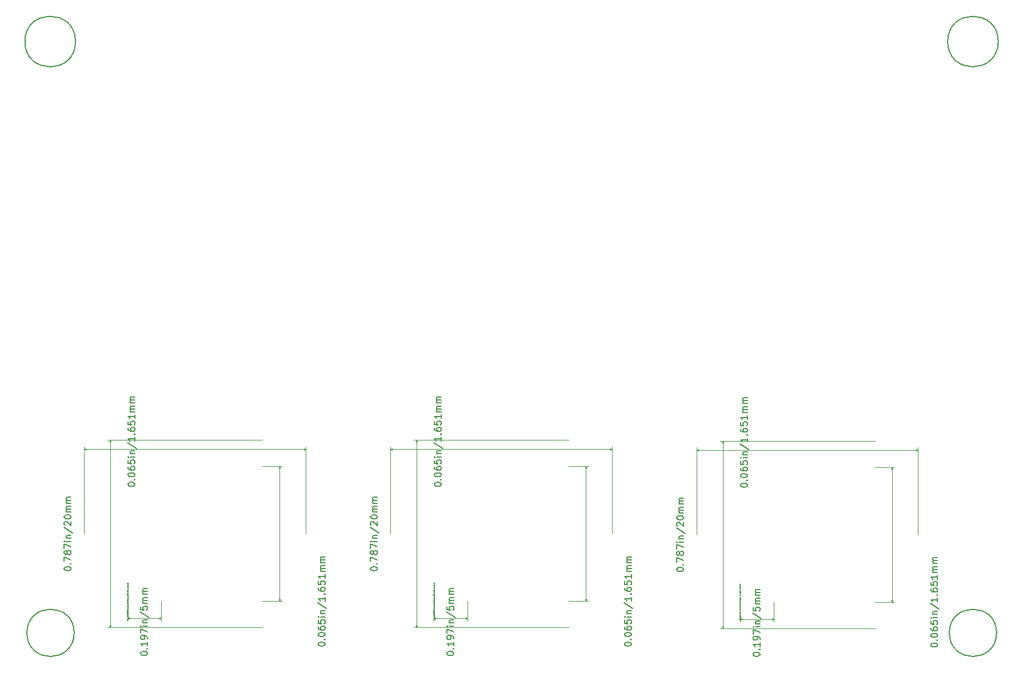
<source format=gbr>
%TF.GenerationSoftware,KiCad,Pcbnew,7.0.6*%
%TF.CreationDate,2023-07-26T00:16:48+02:00*%
%TF.ProjectId,3phaseDiverter-rounded,33706861-7365-4446-9976-65727465722d,2*%
%TF.SameCoordinates,Original*%
%TF.FileFunction,Other,Comment*%
%FSLAX46Y46*%
G04 Gerber Fmt 4.6, Leading zero omitted, Abs format (unit mm)*
G04 Created by KiCad (PCBNEW 7.0.6) date 2023-07-26 00:16:48*
%MOMM*%
%LPD*%
G01*
G04 APERTURE LIST*
%ADD10C,0.150000*%
%ADD11C,0.002000*%
%ADD12C,0.100000*%
G04 APERTURE END LIST*
D10*
X123392219Y-123467895D02*
X123392219Y-123372657D01*
X123392219Y-123372657D02*
X123439838Y-123277419D01*
X123439838Y-123277419D02*
X123487457Y-123229800D01*
X123487457Y-123229800D02*
X123582695Y-123182181D01*
X123582695Y-123182181D02*
X123773171Y-123134562D01*
X123773171Y-123134562D02*
X124011266Y-123134562D01*
X124011266Y-123134562D02*
X124201742Y-123182181D01*
X124201742Y-123182181D02*
X124296980Y-123229800D01*
X124296980Y-123229800D02*
X124344600Y-123277419D01*
X124344600Y-123277419D02*
X124392219Y-123372657D01*
X124392219Y-123372657D02*
X124392219Y-123467895D01*
X124392219Y-123467895D02*
X124344600Y-123563133D01*
X124344600Y-123563133D02*
X124296980Y-123610752D01*
X124296980Y-123610752D02*
X124201742Y-123658371D01*
X124201742Y-123658371D02*
X124011266Y-123705990D01*
X124011266Y-123705990D02*
X123773171Y-123705990D01*
X123773171Y-123705990D02*
X123582695Y-123658371D01*
X123582695Y-123658371D02*
X123487457Y-123610752D01*
X123487457Y-123610752D02*
X123439838Y-123563133D01*
X123439838Y-123563133D02*
X123392219Y-123467895D01*
X124296980Y-122705990D02*
X124344600Y-122658371D01*
X124344600Y-122658371D02*
X124392219Y-122705990D01*
X124392219Y-122705990D02*
X124344600Y-122753609D01*
X124344600Y-122753609D02*
X124296980Y-122705990D01*
X124296980Y-122705990D02*
X124392219Y-122705990D01*
X124392219Y-121705991D02*
X124392219Y-122277419D01*
X124392219Y-121991705D02*
X123392219Y-121991705D01*
X123392219Y-121991705D02*
X123535076Y-122086943D01*
X123535076Y-122086943D02*
X123630314Y-122182181D01*
X123630314Y-122182181D02*
X123677933Y-122277419D01*
X124392219Y-121229800D02*
X124392219Y-121039324D01*
X124392219Y-121039324D02*
X124344600Y-120944086D01*
X124344600Y-120944086D02*
X124296980Y-120896467D01*
X124296980Y-120896467D02*
X124154123Y-120801229D01*
X124154123Y-120801229D02*
X123963647Y-120753610D01*
X123963647Y-120753610D02*
X123582695Y-120753610D01*
X123582695Y-120753610D02*
X123487457Y-120801229D01*
X123487457Y-120801229D02*
X123439838Y-120848848D01*
X123439838Y-120848848D02*
X123392219Y-120944086D01*
X123392219Y-120944086D02*
X123392219Y-121134562D01*
X123392219Y-121134562D02*
X123439838Y-121229800D01*
X123439838Y-121229800D02*
X123487457Y-121277419D01*
X123487457Y-121277419D02*
X123582695Y-121325038D01*
X123582695Y-121325038D02*
X123820790Y-121325038D01*
X123820790Y-121325038D02*
X123916028Y-121277419D01*
X123916028Y-121277419D02*
X123963647Y-121229800D01*
X123963647Y-121229800D02*
X124011266Y-121134562D01*
X124011266Y-121134562D02*
X124011266Y-120944086D01*
X124011266Y-120944086D02*
X123963647Y-120848848D01*
X123963647Y-120848848D02*
X123916028Y-120801229D01*
X123916028Y-120801229D02*
X123820790Y-120753610D01*
X123392219Y-120420276D02*
X123392219Y-119753610D01*
X123392219Y-119753610D02*
X124392219Y-120182181D01*
X124392219Y-119372657D02*
X123725552Y-119372657D01*
X123392219Y-119372657D02*
X123439838Y-119420276D01*
X123439838Y-119420276D02*
X123487457Y-119372657D01*
X123487457Y-119372657D02*
X123439838Y-119325038D01*
X123439838Y-119325038D02*
X123392219Y-119372657D01*
X123392219Y-119372657D02*
X123487457Y-119372657D01*
X123725552Y-118896467D02*
X124392219Y-118896467D01*
X123820790Y-118896467D02*
X123773171Y-118848848D01*
X123773171Y-118848848D02*
X123725552Y-118753610D01*
X123725552Y-118753610D02*
X123725552Y-118610753D01*
X123725552Y-118610753D02*
X123773171Y-118515515D01*
X123773171Y-118515515D02*
X123868409Y-118467896D01*
X123868409Y-118467896D02*
X124392219Y-118467896D01*
X123344600Y-117277420D02*
X124630314Y-118134562D01*
X123392219Y-116467896D02*
X123392219Y-116944086D01*
X123392219Y-116944086D02*
X123868409Y-116991705D01*
X123868409Y-116991705D02*
X123820790Y-116944086D01*
X123820790Y-116944086D02*
X123773171Y-116848848D01*
X123773171Y-116848848D02*
X123773171Y-116610753D01*
X123773171Y-116610753D02*
X123820790Y-116515515D01*
X123820790Y-116515515D02*
X123868409Y-116467896D01*
X123868409Y-116467896D02*
X123963647Y-116420277D01*
X123963647Y-116420277D02*
X124201742Y-116420277D01*
X124201742Y-116420277D02*
X124296980Y-116467896D01*
X124296980Y-116467896D02*
X124344600Y-116515515D01*
X124344600Y-116515515D02*
X124392219Y-116610753D01*
X124392219Y-116610753D02*
X124392219Y-116848848D01*
X124392219Y-116848848D02*
X124344600Y-116944086D01*
X124344600Y-116944086D02*
X124296980Y-116991705D01*
X124392219Y-115991705D02*
X123725552Y-115991705D01*
X123820790Y-115991705D02*
X123773171Y-115944086D01*
X123773171Y-115944086D02*
X123725552Y-115848848D01*
X123725552Y-115848848D02*
X123725552Y-115705991D01*
X123725552Y-115705991D02*
X123773171Y-115610753D01*
X123773171Y-115610753D02*
X123868409Y-115563134D01*
X123868409Y-115563134D02*
X124392219Y-115563134D01*
X123868409Y-115563134D02*
X123773171Y-115515515D01*
X123773171Y-115515515D02*
X123725552Y-115420277D01*
X123725552Y-115420277D02*
X123725552Y-115277420D01*
X123725552Y-115277420D02*
X123773171Y-115182181D01*
X123773171Y-115182181D02*
X123868409Y-115134562D01*
X123868409Y-115134562D02*
X124392219Y-115134562D01*
X124392219Y-114658372D02*
X123725552Y-114658372D01*
X123820790Y-114658372D02*
X123773171Y-114610753D01*
X123773171Y-114610753D02*
X123725552Y-114515515D01*
X123725552Y-114515515D02*
X123725552Y-114372658D01*
X123725552Y-114372658D02*
X123773171Y-114277420D01*
X123773171Y-114277420D02*
X123868409Y-114229801D01*
X123868409Y-114229801D02*
X124392219Y-114229801D01*
X123868409Y-114229801D02*
X123773171Y-114182182D01*
X123773171Y-114182182D02*
X123725552Y-114086944D01*
X123725552Y-114086944D02*
X123725552Y-113944087D01*
X123725552Y-113944087D02*
X123773171Y-113848848D01*
X123773171Y-113848848D02*
X123868409Y-113801229D01*
X123868409Y-113801229D02*
X124392219Y-113801229D01*
X121527219Y-98403560D02*
X121527219Y-98308322D01*
X121527219Y-98308322D02*
X121574838Y-98213084D01*
X121574838Y-98213084D02*
X121622457Y-98165465D01*
X121622457Y-98165465D02*
X121717695Y-98117846D01*
X121717695Y-98117846D02*
X121908171Y-98070227D01*
X121908171Y-98070227D02*
X122146266Y-98070227D01*
X122146266Y-98070227D02*
X122336742Y-98117846D01*
X122336742Y-98117846D02*
X122431980Y-98165465D01*
X122431980Y-98165465D02*
X122479600Y-98213084D01*
X122479600Y-98213084D02*
X122527219Y-98308322D01*
X122527219Y-98308322D02*
X122527219Y-98403560D01*
X122527219Y-98403560D02*
X122479600Y-98498798D01*
X122479600Y-98498798D02*
X122431980Y-98546417D01*
X122431980Y-98546417D02*
X122336742Y-98594036D01*
X122336742Y-98594036D02*
X122146266Y-98641655D01*
X122146266Y-98641655D02*
X121908171Y-98641655D01*
X121908171Y-98641655D02*
X121717695Y-98594036D01*
X121717695Y-98594036D02*
X121622457Y-98546417D01*
X121622457Y-98546417D02*
X121574838Y-98498798D01*
X121574838Y-98498798D02*
X121527219Y-98403560D01*
X122431980Y-97641655D02*
X122479600Y-97594036D01*
X122479600Y-97594036D02*
X122527219Y-97641655D01*
X122527219Y-97641655D02*
X122479600Y-97689274D01*
X122479600Y-97689274D02*
X122431980Y-97641655D01*
X122431980Y-97641655D02*
X122527219Y-97641655D01*
X121527219Y-96974989D02*
X121527219Y-96879751D01*
X121527219Y-96879751D02*
X121574838Y-96784513D01*
X121574838Y-96784513D02*
X121622457Y-96736894D01*
X121622457Y-96736894D02*
X121717695Y-96689275D01*
X121717695Y-96689275D02*
X121908171Y-96641656D01*
X121908171Y-96641656D02*
X122146266Y-96641656D01*
X122146266Y-96641656D02*
X122336742Y-96689275D01*
X122336742Y-96689275D02*
X122431980Y-96736894D01*
X122431980Y-96736894D02*
X122479600Y-96784513D01*
X122479600Y-96784513D02*
X122527219Y-96879751D01*
X122527219Y-96879751D02*
X122527219Y-96974989D01*
X122527219Y-96974989D02*
X122479600Y-97070227D01*
X122479600Y-97070227D02*
X122431980Y-97117846D01*
X122431980Y-97117846D02*
X122336742Y-97165465D01*
X122336742Y-97165465D02*
X122146266Y-97213084D01*
X122146266Y-97213084D02*
X121908171Y-97213084D01*
X121908171Y-97213084D02*
X121717695Y-97165465D01*
X121717695Y-97165465D02*
X121622457Y-97117846D01*
X121622457Y-97117846D02*
X121574838Y-97070227D01*
X121574838Y-97070227D02*
X121527219Y-96974989D01*
X121527219Y-95784513D02*
X121527219Y-95974989D01*
X121527219Y-95974989D02*
X121574838Y-96070227D01*
X121574838Y-96070227D02*
X121622457Y-96117846D01*
X121622457Y-96117846D02*
X121765314Y-96213084D01*
X121765314Y-96213084D02*
X121955790Y-96260703D01*
X121955790Y-96260703D02*
X122336742Y-96260703D01*
X122336742Y-96260703D02*
X122431980Y-96213084D01*
X122431980Y-96213084D02*
X122479600Y-96165465D01*
X122479600Y-96165465D02*
X122527219Y-96070227D01*
X122527219Y-96070227D02*
X122527219Y-95879751D01*
X122527219Y-95879751D02*
X122479600Y-95784513D01*
X122479600Y-95784513D02*
X122431980Y-95736894D01*
X122431980Y-95736894D02*
X122336742Y-95689275D01*
X122336742Y-95689275D02*
X122098647Y-95689275D01*
X122098647Y-95689275D02*
X122003409Y-95736894D01*
X122003409Y-95736894D02*
X121955790Y-95784513D01*
X121955790Y-95784513D02*
X121908171Y-95879751D01*
X121908171Y-95879751D02*
X121908171Y-96070227D01*
X121908171Y-96070227D02*
X121955790Y-96165465D01*
X121955790Y-96165465D02*
X122003409Y-96213084D01*
X122003409Y-96213084D02*
X122098647Y-96260703D01*
X121527219Y-94784513D02*
X121527219Y-95260703D01*
X121527219Y-95260703D02*
X122003409Y-95308322D01*
X122003409Y-95308322D02*
X121955790Y-95260703D01*
X121955790Y-95260703D02*
X121908171Y-95165465D01*
X121908171Y-95165465D02*
X121908171Y-94927370D01*
X121908171Y-94927370D02*
X121955790Y-94832132D01*
X121955790Y-94832132D02*
X122003409Y-94784513D01*
X122003409Y-94784513D02*
X122098647Y-94736894D01*
X122098647Y-94736894D02*
X122336742Y-94736894D01*
X122336742Y-94736894D02*
X122431980Y-94784513D01*
X122431980Y-94784513D02*
X122479600Y-94832132D01*
X122479600Y-94832132D02*
X122527219Y-94927370D01*
X122527219Y-94927370D02*
X122527219Y-95165465D01*
X122527219Y-95165465D02*
X122479600Y-95260703D01*
X122479600Y-95260703D02*
X122431980Y-95308322D01*
X122527219Y-94308322D02*
X121860552Y-94308322D01*
X121527219Y-94308322D02*
X121574838Y-94355941D01*
X121574838Y-94355941D02*
X121622457Y-94308322D01*
X121622457Y-94308322D02*
X121574838Y-94260703D01*
X121574838Y-94260703D02*
X121527219Y-94308322D01*
X121527219Y-94308322D02*
X121622457Y-94308322D01*
X121860552Y-93832132D02*
X122527219Y-93832132D01*
X121955790Y-93832132D02*
X121908171Y-93784513D01*
X121908171Y-93784513D02*
X121860552Y-93689275D01*
X121860552Y-93689275D02*
X121860552Y-93546418D01*
X121860552Y-93546418D02*
X121908171Y-93451180D01*
X121908171Y-93451180D02*
X122003409Y-93403561D01*
X122003409Y-93403561D02*
X122527219Y-93403561D01*
X121479600Y-92213085D02*
X122765314Y-93070227D01*
X122527219Y-91355942D02*
X122527219Y-91927370D01*
X122527219Y-91641656D02*
X121527219Y-91641656D01*
X121527219Y-91641656D02*
X121670076Y-91736894D01*
X121670076Y-91736894D02*
X121765314Y-91832132D01*
X121765314Y-91832132D02*
X121812933Y-91927370D01*
X122431980Y-90927370D02*
X122479600Y-90879751D01*
X122479600Y-90879751D02*
X122527219Y-90927370D01*
X122527219Y-90927370D02*
X122479600Y-90974989D01*
X122479600Y-90974989D02*
X122431980Y-90927370D01*
X122431980Y-90927370D02*
X122527219Y-90927370D01*
X121527219Y-90022609D02*
X121527219Y-90213085D01*
X121527219Y-90213085D02*
X121574838Y-90308323D01*
X121574838Y-90308323D02*
X121622457Y-90355942D01*
X121622457Y-90355942D02*
X121765314Y-90451180D01*
X121765314Y-90451180D02*
X121955790Y-90498799D01*
X121955790Y-90498799D02*
X122336742Y-90498799D01*
X122336742Y-90498799D02*
X122431980Y-90451180D01*
X122431980Y-90451180D02*
X122479600Y-90403561D01*
X122479600Y-90403561D02*
X122527219Y-90308323D01*
X122527219Y-90308323D02*
X122527219Y-90117847D01*
X122527219Y-90117847D02*
X122479600Y-90022609D01*
X122479600Y-90022609D02*
X122431980Y-89974990D01*
X122431980Y-89974990D02*
X122336742Y-89927371D01*
X122336742Y-89927371D02*
X122098647Y-89927371D01*
X122098647Y-89927371D02*
X122003409Y-89974990D01*
X122003409Y-89974990D02*
X121955790Y-90022609D01*
X121955790Y-90022609D02*
X121908171Y-90117847D01*
X121908171Y-90117847D02*
X121908171Y-90308323D01*
X121908171Y-90308323D02*
X121955790Y-90403561D01*
X121955790Y-90403561D02*
X122003409Y-90451180D01*
X122003409Y-90451180D02*
X122098647Y-90498799D01*
X121527219Y-89022609D02*
X121527219Y-89498799D01*
X121527219Y-89498799D02*
X122003409Y-89546418D01*
X122003409Y-89546418D02*
X121955790Y-89498799D01*
X121955790Y-89498799D02*
X121908171Y-89403561D01*
X121908171Y-89403561D02*
X121908171Y-89165466D01*
X121908171Y-89165466D02*
X121955790Y-89070228D01*
X121955790Y-89070228D02*
X122003409Y-89022609D01*
X122003409Y-89022609D02*
X122098647Y-88974990D01*
X122098647Y-88974990D02*
X122336742Y-88974990D01*
X122336742Y-88974990D02*
X122431980Y-89022609D01*
X122431980Y-89022609D02*
X122479600Y-89070228D01*
X122479600Y-89070228D02*
X122527219Y-89165466D01*
X122527219Y-89165466D02*
X122527219Y-89403561D01*
X122527219Y-89403561D02*
X122479600Y-89498799D01*
X122479600Y-89498799D02*
X122431980Y-89546418D01*
X122527219Y-88022609D02*
X122527219Y-88594037D01*
X122527219Y-88308323D02*
X121527219Y-88308323D01*
X121527219Y-88308323D02*
X121670076Y-88403561D01*
X121670076Y-88403561D02*
X121765314Y-88498799D01*
X121765314Y-88498799D02*
X121812933Y-88594037D01*
X122527219Y-87594037D02*
X121860552Y-87594037D01*
X121955790Y-87594037D02*
X121908171Y-87546418D01*
X121908171Y-87546418D02*
X121860552Y-87451180D01*
X121860552Y-87451180D02*
X121860552Y-87308323D01*
X121860552Y-87308323D02*
X121908171Y-87213085D01*
X121908171Y-87213085D02*
X122003409Y-87165466D01*
X122003409Y-87165466D02*
X122527219Y-87165466D01*
X122003409Y-87165466D02*
X121908171Y-87117847D01*
X121908171Y-87117847D02*
X121860552Y-87022609D01*
X121860552Y-87022609D02*
X121860552Y-86879752D01*
X121860552Y-86879752D02*
X121908171Y-86784513D01*
X121908171Y-86784513D02*
X122003409Y-86736894D01*
X122003409Y-86736894D02*
X122527219Y-86736894D01*
X122527219Y-86260704D02*
X121860552Y-86260704D01*
X121955790Y-86260704D02*
X121908171Y-86213085D01*
X121908171Y-86213085D02*
X121860552Y-86117847D01*
X121860552Y-86117847D02*
X121860552Y-85974990D01*
X121860552Y-85974990D02*
X121908171Y-85879752D01*
X121908171Y-85879752D02*
X122003409Y-85832133D01*
X122003409Y-85832133D02*
X122527219Y-85832133D01*
X122003409Y-85832133D02*
X121908171Y-85784514D01*
X121908171Y-85784514D02*
X121860552Y-85689276D01*
X121860552Y-85689276D02*
X121860552Y-85546419D01*
X121860552Y-85546419D02*
X121908171Y-85451180D01*
X121908171Y-85451180D02*
X122003409Y-85403561D01*
X122003409Y-85403561D02*
X122527219Y-85403561D01*
X149700919Y-122086561D02*
X149700919Y-121991323D01*
X149700919Y-121991323D02*
X149748538Y-121896085D01*
X149748538Y-121896085D02*
X149796157Y-121848466D01*
X149796157Y-121848466D02*
X149891395Y-121800847D01*
X149891395Y-121800847D02*
X150081871Y-121753228D01*
X150081871Y-121753228D02*
X150319966Y-121753228D01*
X150319966Y-121753228D02*
X150510442Y-121800847D01*
X150510442Y-121800847D02*
X150605680Y-121848466D01*
X150605680Y-121848466D02*
X150653300Y-121896085D01*
X150653300Y-121896085D02*
X150700919Y-121991323D01*
X150700919Y-121991323D02*
X150700919Y-122086561D01*
X150700919Y-122086561D02*
X150653300Y-122181799D01*
X150653300Y-122181799D02*
X150605680Y-122229418D01*
X150605680Y-122229418D02*
X150510442Y-122277037D01*
X150510442Y-122277037D02*
X150319966Y-122324656D01*
X150319966Y-122324656D02*
X150081871Y-122324656D01*
X150081871Y-122324656D02*
X149891395Y-122277037D01*
X149891395Y-122277037D02*
X149796157Y-122229418D01*
X149796157Y-122229418D02*
X149748538Y-122181799D01*
X149748538Y-122181799D02*
X149700919Y-122086561D01*
X150605680Y-121324656D02*
X150653300Y-121277037D01*
X150653300Y-121277037D02*
X150700919Y-121324656D01*
X150700919Y-121324656D02*
X150653300Y-121372275D01*
X150653300Y-121372275D02*
X150605680Y-121324656D01*
X150605680Y-121324656D02*
X150700919Y-121324656D01*
X149700919Y-120657990D02*
X149700919Y-120562752D01*
X149700919Y-120562752D02*
X149748538Y-120467514D01*
X149748538Y-120467514D02*
X149796157Y-120419895D01*
X149796157Y-120419895D02*
X149891395Y-120372276D01*
X149891395Y-120372276D02*
X150081871Y-120324657D01*
X150081871Y-120324657D02*
X150319966Y-120324657D01*
X150319966Y-120324657D02*
X150510442Y-120372276D01*
X150510442Y-120372276D02*
X150605680Y-120419895D01*
X150605680Y-120419895D02*
X150653300Y-120467514D01*
X150653300Y-120467514D02*
X150700919Y-120562752D01*
X150700919Y-120562752D02*
X150700919Y-120657990D01*
X150700919Y-120657990D02*
X150653300Y-120753228D01*
X150653300Y-120753228D02*
X150605680Y-120800847D01*
X150605680Y-120800847D02*
X150510442Y-120848466D01*
X150510442Y-120848466D02*
X150319966Y-120896085D01*
X150319966Y-120896085D02*
X150081871Y-120896085D01*
X150081871Y-120896085D02*
X149891395Y-120848466D01*
X149891395Y-120848466D02*
X149796157Y-120800847D01*
X149796157Y-120800847D02*
X149748538Y-120753228D01*
X149748538Y-120753228D02*
X149700919Y-120657990D01*
X149700919Y-119467514D02*
X149700919Y-119657990D01*
X149700919Y-119657990D02*
X149748538Y-119753228D01*
X149748538Y-119753228D02*
X149796157Y-119800847D01*
X149796157Y-119800847D02*
X149939014Y-119896085D01*
X149939014Y-119896085D02*
X150129490Y-119943704D01*
X150129490Y-119943704D02*
X150510442Y-119943704D01*
X150510442Y-119943704D02*
X150605680Y-119896085D01*
X150605680Y-119896085D02*
X150653300Y-119848466D01*
X150653300Y-119848466D02*
X150700919Y-119753228D01*
X150700919Y-119753228D02*
X150700919Y-119562752D01*
X150700919Y-119562752D02*
X150653300Y-119467514D01*
X150653300Y-119467514D02*
X150605680Y-119419895D01*
X150605680Y-119419895D02*
X150510442Y-119372276D01*
X150510442Y-119372276D02*
X150272347Y-119372276D01*
X150272347Y-119372276D02*
X150177109Y-119419895D01*
X150177109Y-119419895D02*
X150129490Y-119467514D01*
X150129490Y-119467514D02*
X150081871Y-119562752D01*
X150081871Y-119562752D02*
X150081871Y-119753228D01*
X150081871Y-119753228D02*
X150129490Y-119848466D01*
X150129490Y-119848466D02*
X150177109Y-119896085D01*
X150177109Y-119896085D02*
X150272347Y-119943704D01*
X149700919Y-118467514D02*
X149700919Y-118943704D01*
X149700919Y-118943704D02*
X150177109Y-118991323D01*
X150177109Y-118991323D02*
X150129490Y-118943704D01*
X150129490Y-118943704D02*
X150081871Y-118848466D01*
X150081871Y-118848466D02*
X150081871Y-118610371D01*
X150081871Y-118610371D02*
X150129490Y-118515133D01*
X150129490Y-118515133D02*
X150177109Y-118467514D01*
X150177109Y-118467514D02*
X150272347Y-118419895D01*
X150272347Y-118419895D02*
X150510442Y-118419895D01*
X150510442Y-118419895D02*
X150605680Y-118467514D01*
X150605680Y-118467514D02*
X150653300Y-118515133D01*
X150653300Y-118515133D02*
X150700919Y-118610371D01*
X150700919Y-118610371D02*
X150700919Y-118848466D01*
X150700919Y-118848466D02*
X150653300Y-118943704D01*
X150653300Y-118943704D02*
X150605680Y-118991323D01*
X150700919Y-117991323D02*
X150034252Y-117991323D01*
X149700919Y-117991323D02*
X149748538Y-118038942D01*
X149748538Y-118038942D02*
X149796157Y-117991323D01*
X149796157Y-117991323D02*
X149748538Y-117943704D01*
X149748538Y-117943704D02*
X149700919Y-117991323D01*
X149700919Y-117991323D02*
X149796157Y-117991323D01*
X150034252Y-117515133D02*
X150700919Y-117515133D01*
X150129490Y-117515133D02*
X150081871Y-117467514D01*
X150081871Y-117467514D02*
X150034252Y-117372276D01*
X150034252Y-117372276D02*
X150034252Y-117229419D01*
X150034252Y-117229419D02*
X150081871Y-117134181D01*
X150081871Y-117134181D02*
X150177109Y-117086562D01*
X150177109Y-117086562D02*
X150700919Y-117086562D01*
X149653300Y-115896086D02*
X150939014Y-116753228D01*
X150700919Y-115038943D02*
X150700919Y-115610371D01*
X150700919Y-115324657D02*
X149700919Y-115324657D01*
X149700919Y-115324657D02*
X149843776Y-115419895D01*
X149843776Y-115419895D02*
X149939014Y-115515133D01*
X149939014Y-115515133D02*
X149986633Y-115610371D01*
X150605680Y-114610371D02*
X150653300Y-114562752D01*
X150653300Y-114562752D02*
X150700919Y-114610371D01*
X150700919Y-114610371D02*
X150653300Y-114657990D01*
X150653300Y-114657990D02*
X150605680Y-114610371D01*
X150605680Y-114610371D02*
X150700919Y-114610371D01*
X149700919Y-113705610D02*
X149700919Y-113896086D01*
X149700919Y-113896086D02*
X149748538Y-113991324D01*
X149748538Y-113991324D02*
X149796157Y-114038943D01*
X149796157Y-114038943D02*
X149939014Y-114134181D01*
X149939014Y-114134181D02*
X150129490Y-114181800D01*
X150129490Y-114181800D02*
X150510442Y-114181800D01*
X150510442Y-114181800D02*
X150605680Y-114134181D01*
X150605680Y-114134181D02*
X150653300Y-114086562D01*
X150653300Y-114086562D02*
X150700919Y-113991324D01*
X150700919Y-113991324D02*
X150700919Y-113800848D01*
X150700919Y-113800848D02*
X150653300Y-113705610D01*
X150653300Y-113705610D02*
X150605680Y-113657991D01*
X150605680Y-113657991D02*
X150510442Y-113610372D01*
X150510442Y-113610372D02*
X150272347Y-113610372D01*
X150272347Y-113610372D02*
X150177109Y-113657991D01*
X150177109Y-113657991D02*
X150129490Y-113705610D01*
X150129490Y-113705610D02*
X150081871Y-113800848D01*
X150081871Y-113800848D02*
X150081871Y-113991324D01*
X150081871Y-113991324D02*
X150129490Y-114086562D01*
X150129490Y-114086562D02*
X150177109Y-114134181D01*
X150177109Y-114134181D02*
X150272347Y-114181800D01*
X149700919Y-112705610D02*
X149700919Y-113181800D01*
X149700919Y-113181800D02*
X150177109Y-113229419D01*
X150177109Y-113229419D02*
X150129490Y-113181800D01*
X150129490Y-113181800D02*
X150081871Y-113086562D01*
X150081871Y-113086562D02*
X150081871Y-112848467D01*
X150081871Y-112848467D02*
X150129490Y-112753229D01*
X150129490Y-112753229D02*
X150177109Y-112705610D01*
X150177109Y-112705610D02*
X150272347Y-112657991D01*
X150272347Y-112657991D02*
X150510442Y-112657991D01*
X150510442Y-112657991D02*
X150605680Y-112705610D01*
X150605680Y-112705610D02*
X150653300Y-112753229D01*
X150653300Y-112753229D02*
X150700919Y-112848467D01*
X150700919Y-112848467D02*
X150700919Y-113086562D01*
X150700919Y-113086562D02*
X150653300Y-113181800D01*
X150653300Y-113181800D02*
X150605680Y-113229419D01*
X150700919Y-111705610D02*
X150700919Y-112277038D01*
X150700919Y-111991324D02*
X149700919Y-111991324D01*
X149700919Y-111991324D02*
X149843776Y-112086562D01*
X149843776Y-112086562D02*
X149939014Y-112181800D01*
X149939014Y-112181800D02*
X149986633Y-112277038D01*
X150700919Y-111277038D02*
X150034252Y-111277038D01*
X150129490Y-111277038D02*
X150081871Y-111229419D01*
X150081871Y-111229419D02*
X150034252Y-111134181D01*
X150034252Y-111134181D02*
X150034252Y-110991324D01*
X150034252Y-110991324D02*
X150081871Y-110896086D01*
X150081871Y-110896086D02*
X150177109Y-110848467D01*
X150177109Y-110848467D02*
X150700919Y-110848467D01*
X150177109Y-110848467D02*
X150081871Y-110800848D01*
X150081871Y-110800848D02*
X150034252Y-110705610D01*
X150034252Y-110705610D02*
X150034252Y-110562753D01*
X150034252Y-110562753D02*
X150081871Y-110467514D01*
X150081871Y-110467514D02*
X150177109Y-110419895D01*
X150177109Y-110419895D02*
X150700919Y-110419895D01*
X150700919Y-109943705D02*
X150034252Y-109943705D01*
X150129490Y-109943705D02*
X150081871Y-109896086D01*
X150081871Y-109896086D02*
X150034252Y-109800848D01*
X150034252Y-109800848D02*
X150034252Y-109657991D01*
X150034252Y-109657991D02*
X150081871Y-109562753D01*
X150081871Y-109562753D02*
X150177109Y-109515134D01*
X150177109Y-109515134D02*
X150700919Y-109515134D01*
X150177109Y-109515134D02*
X150081871Y-109467515D01*
X150081871Y-109467515D02*
X150034252Y-109372277D01*
X150034252Y-109372277D02*
X150034252Y-109229420D01*
X150034252Y-109229420D02*
X150081871Y-109134181D01*
X150081871Y-109134181D02*
X150177109Y-109086562D01*
X150177109Y-109086562D02*
X150700919Y-109086562D01*
D11*
X121483953Y-118327634D02*
X121490001Y-118333682D01*
X121490001Y-118333682D02*
X121496048Y-118351824D01*
X121496048Y-118351824D02*
X121496048Y-118363920D01*
X121496048Y-118363920D02*
X121490001Y-118382063D01*
X121490001Y-118382063D02*
X121477905Y-118394158D01*
X121477905Y-118394158D02*
X121465810Y-118400205D01*
X121465810Y-118400205D02*
X121441620Y-118406253D01*
X121441620Y-118406253D02*
X121423477Y-118406253D01*
X121423477Y-118406253D02*
X121399286Y-118400205D01*
X121399286Y-118400205D02*
X121387191Y-118394158D01*
X121387191Y-118394158D02*
X121375096Y-118382063D01*
X121375096Y-118382063D02*
X121369048Y-118363920D01*
X121369048Y-118363920D02*
X121369048Y-118351824D01*
X121369048Y-118351824D02*
X121375096Y-118333682D01*
X121375096Y-118333682D02*
X121381143Y-118327634D01*
X121496048Y-118255063D02*
X121490001Y-118267158D01*
X121490001Y-118267158D02*
X121483953Y-118273205D01*
X121483953Y-118273205D02*
X121471858Y-118279253D01*
X121471858Y-118279253D02*
X121435572Y-118279253D01*
X121435572Y-118279253D02*
X121423477Y-118273205D01*
X121423477Y-118273205D02*
X121417429Y-118267158D01*
X121417429Y-118267158D02*
X121411381Y-118255063D01*
X121411381Y-118255063D02*
X121411381Y-118236920D01*
X121411381Y-118236920D02*
X121417429Y-118224824D01*
X121417429Y-118224824D02*
X121423477Y-118218777D01*
X121423477Y-118218777D02*
X121435572Y-118212729D01*
X121435572Y-118212729D02*
X121471858Y-118212729D01*
X121471858Y-118212729D02*
X121483953Y-118218777D01*
X121483953Y-118218777D02*
X121490001Y-118224824D01*
X121490001Y-118224824D02*
X121496048Y-118236920D01*
X121496048Y-118236920D02*
X121496048Y-118255063D01*
X121411381Y-118158300D02*
X121538381Y-118158300D01*
X121417429Y-118158300D02*
X121411381Y-118146205D01*
X121411381Y-118146205D02*
X121411381Y-118122015D01*
X121411381Y-118122015D02*
X121417429Y-118109919D01*
X121417429Y-118109919D02*
X121423477Y-118103872D01*
X121423477Y-118103872D02*
X121435572Y-118097824D01*
X121435572Y-118097824D02*
X121471858Y-118097824D01*
X121471858Y-118097824D02*
X121483953Y-118103872D01*
X121483953Y-118103872D02*
X121490001Y-118109919D01*
X121490001Y-118109919D02*
X121496048Y-118122015D01*
X121496048Y-118122015D02*
X121496048Y-118146205D01*
X121496048Y-118146205D02*
X121490001Y-118158300D01*
X121411381Y-118055491D02*
X121496048Y-118025253D01*
X121411381Y-117995014D02*
X121496048Y-118025253D01*
X121496048Y-118025253D02*
X121526286Y-118037348D01*
X121526286Y-118037348D02*
X121532334Y-118043395D01*
X121532334Y-118043395D02*
X121538381Y-118055491D01*
X121496048Y-117946633D02*
X121411381Y-117946633D01*
X121435572Y-117946633D02*
X121423477Y-117940586D01*
X121423477Y-117940586D02*
X121417429Y-117934538D01*
X121417429Y-117934538D02*
X121411381Y-117922443D01*
X121411381Y-117922443D02*
X121411381Y-117910348D01*
X121496048Y-117868014D02*
X121411381Y-117868014D01*
X121369048Y-117868014D02*
X121375096Y-117874062D01*
X121375096Y-117874062D02*
X121381143Y-117868014D01*
X121381143Y-117868014D02*
X121375096Y-117861967D01*
X121375096Y-117861967D02*
X121369048Y-117868014D01*
X121369048Y-117868014D02*
X121381143Y-117868014D01*
X121411381Y-117753110D02*
X121514191Y-117753110D01*
X121514191Y-117753110D02*
X121526286Y-117759157D01*
X121526286Y-117759157D02*
X121532334Y-117765205D01*
X121532334Y-117765205D02*
X121538381Y-117777300D01*
X121538381Y-117777300D02*
X121538381Y-117795443D01*
X121538381Y-117795443D02*
X121532334Y-117807538D01*
X121490001Y-117753110D02*
X121496048Y-117765205D01*
X121496048Y-117765205D02*
X121496048Y-117789396D01*
X121496048Y-117789396D02*
X121490001Y-117801491D01*
X121490001Y-117801491D02*
X121483953Y-117807538D01*
X121483953Y-117807538D02*
X121471858Y-117813586D01*
X121471858Y-117813586D02*
X121435572Y-117813586D01*
X121435572Y-117813586D02*
X121423477Y-117807538D01*
X121423477Y-117807538D02*
X121417429Y-117801491D01*
X121417429Y-117801491D02*
X121411381Y-117789396D01*
X121411381Y-117789396D02*
X121411381Y-117765205D01*
X121411381Y-117765205D02*
X121417429Y-117753110D01*
X121496048Y-117692633D02*
X121369048Y-117692633D01*
X121496048Y-117638205D02*
X121429524Y-117638205D01*
X121429524Y-117638205D02*
X121417429Y-117644252D01*
X121417429Y-117644252D02*
X121411381Y-117656348D01*
X121411381Y-117656348D02*
X121411381Y-117674491D01*
X121411381Y-117674491D02*
X121417429Y-117686586D01*
X121417429Y-117686586D02*
X121423477Y-117692633D01*
X121411381Y-117595871D02*
X121411381Y-117547490D01*
X121369048Y-117577728D02*
X121477905Y-117577728D01*
X121477905Y-117577728D02*
X121490001Y-117571681D01*
X121490001Y-117571681D02*
X121496048Y-117559586D01*
X121496048Y-117559586D02*
X121496048Y-117547490D01*
X121381143Y-117414443D02*
X121375096Y-117408395D01*
X121375096Y-117408395D02*
X121369048Y-117396300D01*
X121369048Y-117396300D02*
X121369048Y-117366062D01*
X121369048Y-117366062D02*
X121375096Y-117353967D01*
X121375096Y-117353967D02*
X121381143Y-117347919D01*
X121381143Y-117347919D02*
X121393239Y-117341872D01*
X121393239Y-117341872D02*
X121405334Y-117341872D01*
X121405334Y-117341872D02*
X121423477Y-117347919D01*
X121423477Y-117347919D02*
X121496048Y-117420491D01*
X121496048Y-117420491D02*
X121496048Y-117341872D01*
X121369048Y-117263253D02*
X121369048Y-117251158D01*
X121369048Y-117251158D02*
X121375096Y-117239062D01*
X121375096Y-117239062D02*
X121381143Y-117233015D01*
X121381143Y-117233015D02*
X121393239Y-117226967D01*
X121393239Y-117226967D02*
X121417429Y-117220920D01*
X121417429Y-117220920D02*
X121447667Y-117220920D01*
X121447667Y-117220920D02*
X121471858Y-117226967D01*
X121471858Y-117226967D02*
X121483953Y-117233015D01*
X121483953Y-117233015D02*
X121490001Y-117239062D01*
X121490001Y-117239062D02*
X121496048Y-117251158D01*
X121496048Y-117251158D02*
X121496048Y-117263253D01*
X121496048Y-117263253D02*
X121490001Y-117275348D01*
X121490001Y-117275348D02*
X121483953Y-117281396D01*
X121483953Y-117281396D02*
X121471858Y-117287443D01*
X121471858Y-117287443D02*
X121447667Y-117293491D01*
X121447667Y-117293491D02*
X121417429Y-117293491D01*
X121417429Y-117293491D02*
X121393239Y-117287443D01*
X121393239Y-117287443D02*
X121381143Y-117281396D01*
X121381143Y-117281396D02*
X121375096Y-117275348D01*
X121375096Y-117275348D02*
X121369048Y-117263253D01*
X121381143Y-117172539D02*
X121375096Y-117166491D01*
X121375096Y-117166491D02*
X121369048Y-117154396D01*
X121369048Y-117154396D02*
X121369048Y-117124158D01*
X121369048Y-117124158D02*
X121375096Y-117112063D01*
X121375096Y-117112063D02*
X121381143Y-117106015D01*
X121381143Y-117106015D02*
X121393239Y-117099968D01*
X121393239Y-117099968D02*
X121405334Y-117099968D01*
X121405334Y-117099968D02*
X121423477Y-117106015D01*
X121423477Y-117106015D02*
X121496048Y-117178587D01*
X121496048Y-117178587D02*
X121496048Y-117099968D01*
X121496048Y-116979016D02*
X121496048Y-117051587D01*
X121496048Y-117015301D02*
X121369048Y-117015301D01*
X121369048Y-117015301D02*
X121387191Y-117027397D01*
X121387191Y-117027397D02*
X121399286Y-117039492D01*
X121399286Y-117039492D02*
X121405334Y-117051587D01*
X121459762Y-116833873D02*
X121459762Y-116773397D01*
X121496048Y-116845968D02*
X121369048Y-116803635D01*
X121369048Y-116803635D02*
X121496048Y-116761302D01*
X121490001Y-116664540D02*
X121496048Y-116676635D01*
X121496048Y-116676635D02*
X121496048Y-116700826D01*
X121496048Y-116700826D02*
X121490001Y-116712921D01*
X121490001Y-116712921D02*
X121483953Y-116718968D01*
X121483953Y-116718968D02*
X121471858Y-116725016D01*
X121471858Y-116725016D02*
X121435572Y-116725016D01*
X121435572Y-116725016D02*
X121423477Y-116718968D01*
X121423477Y-116718968D02*
X121417429Y-116712921D01*
X121417429Y-116712921D02*
X121411381Y-116700826D01*
X121411381Y-116700826D02*
X121411381Y-116676635D01*
X121411381Y-116676635D02*
X121417429Y-116664540D01*
X121490001Y-116555683D02*
X121496048Y-116567778D01*
X121496048Y-116567778D02*
X121496048Y-116591969D01*
X121496048Y-116591969D02*
X121490001Y-116604064D01*
X121490001Y-116604064D02*
X121483953Y-116610111D01*
X121483953Y-116610111D02*
X121471858Y-116616159D01*
X121471858Y-116616159D02*
X121435572Y-116616159D01*
X121435572Y-116616159D02*
X121423477Y-116610111D01*
X121423477Y-116610111D02*
X121417429Y-116604064D01*
X121417429Y-116604064D02*
X121411381Y-116591969D01*
X121411381Y-116591969D02*
X121411381Y-116567778D01*
X121411381Y-116567778D02*
X121417429Y-116555683D01*
X121490001Y-116452873D02*
X121496048Y-116464969D01*
X121496048Y-116464969D02*
X121496048Y-116489159D01*
X121496048Y-116489159D02*
X121490001Y-116501254D01*
X121490001Y-116501254D02*
X121477905Y-116507302D01*
X121477905Y-116507302D02*
X121429524Y-116507302D01*
X121429524Y-116507302D02*
X121417429Y-116501254D01*
X121417429Y-116501254D02*
X121411381Y-116489159D01*
X121411381Y-116489159D02*
X121411381Y-116464969D01*
X121411381Y-116464969D02*
X121417429Y-116452873D01*
X121417429Y-116452873D02*
X121429524Y-116446826D01*
X121429524Y-116446826D02*
X121441620Y-116446826D01*
X121441620Y-116446826D02*
X121453715Y-116507302D01*
X121496048Y-116374255D02*
X121490001Y-116386350D01*
X121490001Y-116386350D02*
X121477905Y-116392397D01*
X121477905Y-116392397D02*
X121369048Y-116392397D01*
X121490001Y-116277492D02*
X121496048Y-116289588D01*
X121496048Y-116289588D02*
X121496048Y-116313778D01*
X121496048Y-116313778D02*
X121490001Y-116325873D01*
X121490001Y-116325873D02*
X121477905Y-116331921D01*
X121477905Y-116331921D02*
X121429524Y-116331921D01*
X121429524Y-116331921D02*
X121417429Y-116325873D01*
X121417429Y-116325873D02*
X121411381Y-116313778D01*
X121411381Y-116313778D02*
X121411381Y-116289588D01*
X121411381Y-116289588D02*
X121417429Y-116277492D01*
X121417429Y-116277492D02*
X121429524Y-116271445D01*
X121429524Y-116271445D02*
X121441620Y-116271445D01*
X121441620Y-116271445D02*
X121453715Y-116331921D01*
X121496048Y-116217016D02*
X121411381Y-116217016D01*
X121435572Y-116217016D02*
X121423477Y-116210969D01*
X121423477Y-116210969D02*
X121417429Y-116204921D01*
X121417429Y-116204921D02*
X121411381Y-116192826D01*
X121411381Y-116192826D02*
X121411381Y-116180731D01*
X121496048Y-116083969D02*
X121429524Y-116083969D01*
X121429524Y-116083969D02*
X121417429Y-116090016D01*
X121417429Y-116090016D02*
X121411381Y-116102112D01*
X121411381Y-116102112D02*
X121411381Y-116126302D01*
X121411381Y-116126302D02*
X121417429Y-116138397D01*
X121490001Y-116083969D02*
X121496048Y-116096064D01*
X121496048Y-116096064D02*
X121496048Y-116126302D01*
X121496048Y-116126302D02*
X121490001Y-116138397D01*
X121490001Y-116138397D02*
X121477905Y-116144445D01*
X121477905Y-116144445D02*
X121465810Y-116144445D01*
X121465810Y-116144445D02*
X121453715Y-116138397D01*
X121453715Y-116138397D02*
X121447667Y-116126302D01*
X121447667Y-116126302D02*
X121447667Y-116096064D01*
X121447667Y-116096064D02*
X121441620Y-116083969D01*
X121411381Y-116041635D02*
X121411381Y-115993254D01*
X121369048Y-116023492D02*
X121477905Y-116023492D01*
X121477905Y-116023492D02*
X121490001Y-116017445D01*
X121490001Y-116017445D02*
X121496048Y-116005350D01*
X121496048Y-116005350D02*
X121496048Y-115993254D01*
X121490001Y-115902540D02*
X121496048Y-115914636D01*
X121496048Y-115914636D02*
X121496048Y-115938826D01*
X121496048Y-115938826D02*
X121490001Y-115950921D01*
X121490001Y-115950921D02*
X121477905Y-115956969D01*
X121477905Y-115956969D02*
X121429524Y-115956969D01*
X121429524Y-115956969D02*
X121417429Y-115950921D01*
X121417429Y-115950921D02*
X121411381Y-115938826D01*
X121411381Y-115938826D02*
X121411381Y-115914636D01*
X121411381Y-115914636D02*
X121417429Y-115902540D01*
X121417429Y-115902540D02*
X121429524Y-115896493D01*
X121429524Y-115896493D02*
X121441620Y-115896493D01*
X121441620Y-115896493D02*
X121453715Y-115956969D01*
X121496048Y-115787636D02*
X121369048Y-115787636D01*
X121490001Y-115787636D02*
X121496048Y-115799731D01*
X121496048Y-115799731D02*
X121496048Y-115823922D01*
X121496048Y-115823922D02*
X121490001Y-115836017D01*
X121490001Y-115836017D02*
X121483953Y-115842064D01*
X121483953Y-115842064D02*
X121471858Y-115848112D01*
X121471858Y-115848112D02*
X121435572Y-115848112D01*
X121435572Y-115848112D02*
X121423477Y-115842064D01*
X121423477Y-115842064D02*
X121417429Y-115836017D01*
X121417429Y-115836017D02*
X121411381Y-115823922D01*
X121411381Y-115823922D02*
X121411381Y-115799731D01*
X121411381Y-115799731D02*
X121417429Y-115787636D01*
X121496048Y-115630397D02*
X121369048Y-115630397D01*
X121369048Y-115630397D02*
X121369048Y-115600159D01*
X121369048Y-115600159D02*
X121375096Y-115582016D01*
X121375096Y-115582016D02*
X121387191Y-115569921D01*
X121387191Y-115569921D02*
X121399286Y-115563874D01*
X121399286Y-115563874D02*
X121423477Y-115557826D01*
X121423477Y-115557826D02*
X121441620Y-115557826D01*
X121441620Y-115557826D02*
X121465810Y-115563874D01*
X121465810Y-115563874D02*
X121477905Y-115569921D01*
X121477905Y-115569921D02*
X121490001Y-115582016D01*
X121490001Y-115582016D02*
X121496048Y-115600159D01*
X121496048Y-115600159D02*
X121496048Y-115630397D01*
X121490001Y-115455016D02*
X121496048Y-115467112D01*
X121496048Y-115467112D02*
X121496048Y-115491302D01*
X121496048Y-115491302D02*
X121490001Y-115503397D01*
X121490001Y-115503397D02*
X121477905Y-115509445D01*
X121477905Y-115509445D02*
X121429524Y-115509445D01*
X121429524Y-115509445D02*
X121417429Y-115503397D01*
X121417429Y-115503397D02*
X121411381Y-115491302D01*
X121411381Y-115491302D02*
X121411381Y-115467112D01*
X121411381Y-115467112D02*
X121417429Y-115455016D01*
X121417429Y-115455016D02*
X121429524Y-115448969D01*
X121429524Y-115448969D02*
X121441620Y-115448969D01*
X121441620Y-115448969D02*
X121453715Y-115509445D01*
X121490001Y-115400588D02*
X121496048Y-115388493D01*
X121496048Y-115388493D02*
X121496048Y-115364302D01*
X121496048Y-115364302D02*
X121490001Y-115352207D01*
X121490001Y-115352207D02*
X121477905Y-115346159D01*
X121477905Y-115346159D02*
X121471858Y-115346159D01*
X121471858Y-115346159D02*
X121459762Y-115352207D01*
X121459762Y-115352207D02*
X121453715Y-115364302D01*
X121453715Y-115364302D02*
X121453715Y-115382445D01*
X121453715Y-115382445D02*
X121447667Y-115394540D01*
X121447667Y-115394540D02*
X121435572Y-115400588D01*
X121435572Y-115400588D02*
X121429524Y-115400588D01*
X121429524Y-115400588D02*
X121417429Y-115394540D01*
X121417429Y-115394540D02*
X121411381Y-115382445D01*
X121411381Y-115382445D02*
X121411381Y-115364302D01*
X121411381Y-115364302D02*
X121417429Y-115352207D01*
X121496048Y-115291730D02*
X121411381Y-115291730D01*
X121369048Y-115291730D02*
X121375096Y-115297778D01*
X121375096Y-115297778D02*
X121381143Y-115291730D01*
X121381143Y-115291730D02*
X121375096Y-115285683D01*
X121375096Y-115285683D02*
X121369048Y-115291730D01*
X121369048Y-115291730D02*
X121381143Y-115291730D01*
X121411381Y-115176826D02*
X121514191Y-115176826D01*
X121514191Y-115176826D02*
X121526286Y-115182873D01*
X121526286Y-115182873D02*
X121532334Y-115188921D01*
X121532334Y-115188921D02*
X121538381Y-115201016D01*
X121538381Y-115201016D02*
X121538381Y-115219159D01*
X121538381Y-115219159D02*
X121532334Y-115231254D01*
X121490001Y-115176826D02*
X121496048Y-115188921D01*
X121496048Y-115188921D02*
X121496048Y-115213112D01*
X121496048Y-115213112D02*
X121490001Y-115225207D01*
X121490001Y-115225207D02*
X121483953Y-115231254D01*
X121483953Y-115231254D02*
X121471858Y-115237302D01*
X121471858Y-115237302D02*
X121435572Y-115237302D01*
X121435572Y-115237302D02*
X121423477Y-115231254D01*
X121423477Y-115231254D02*
X121417429Y-115225207D01*
X121417429Y-115225207D02*
X121411381Y-115213112D01*
X121411381Y-115213112D02*
X121411381Y-115188921D01*
X121411381Y-115188921D02*
X121417429Y-115176826D01*
X121411381Y-115116349D02*
X121496048Y-115116349D01*
X121423477Y-115116349D02*
X121417429Y-115110302D01*
X121417429Y-115110302D02*
X121411381Y-115098207D01*
X121411381Y-115098207D02*
X121411381Y-115080064D01*
X121411381Y-115080064D02*
X121417429Y-115067968D01*
X121417429Y-115067968D02*
X121429524Y-115061921D01*
X121429524Y-115061921D02*
X121496048Y-115061921D01*
X121490001Y-115007492D02*
X121496048Y-114995397D01*
X121496048Y-114995397D02*
X121496048Y-114971206D01*
X121496048Y-114971206D02*
X121490001Y-114959111D01*
X121490001Y-114959111D02*
X121477905Y-114953063D01*
X121477905Y-114953063D02*
X121471858Y-114953063D01*
X121471858Y-114953063D02*
X121459762Y-114959111D01*
X121459762Y-114959111D02*
X121453715Y-114971206D01*
X121453715Y-114971206D02*
X121453715Y-114989349D01*
X121453715Y-114989349D02*
X121447667Y-115001444D01*
X121447667Y-115001444D02*
X121435572Y-115007492D01*
X121435572Y-115007492D02*
X121429524Y-115007492D01*
X121429524Y-115007492D02*
X121417429Y-115001444D01*
X121417429Y-115001444D02*
X121411381Y-114989349D01*
X121411381Y-114989349D02*
X121411381Y-114971206D01*
X121411381Y-114971206D02*
X121417429Y-114959111D01*
X121483953Y-114898634D02*
X121490001Y-114892587D01*
X121490001Y-114892587D02*
X121496048Y-114898634D01*
X121496048Y-114898634D02*
X121490001Y-114904682D01*
X121490001Y-114904682D02*
X121483953Y-114898634D01*
X121483953Y-114898634D02*
X121496048Y-114898634D01*
X121459762Y-114747444D02*
X121459762Y-114686968D01*
X121496048Y-114759539D02*
X121369048Y-114717206D01*
X121369048Y-114717206D02*
X121496048Y-114674873D01*
X121496048Y-114614397D02*
X121490001Y-114626492D01*
X121490001Y-114626492D02*
X121477905Y-114632539D01*
X121477905Y-114632539D02*
X121369048Y-114632539D01*
X121496048Y-114547873D02*
X121490001Y-114559968D01*
X121490001Y-114559968D02*
X121477905Y-114566015D01*
X121477905Y-114566015D02*
X121369048Y-114566015D01*
X121496048Y-114402729D02*
X121411381Y-114402729D01*
X121435572Y-114402729D02*
X121423477Y-114396682D01*
X121423477Y-114396682D02*
X121417429Y-114390634D01*
X121417429Y-114390634D02*
X121411381Y-114378539D01*
X121411381Y-114378539D02*
X121411381Y-114366444D01*
X121496048Y-114324110D02*
X121411381Y-114324110D01*
X121369048Y-114324110D02*
X121375096Y-114330158D01*
X121375096Y-114330158D02*
X121381143Y-114324110D01*
X121381143Y-114324110D02*
X121375096Y-114318063D01*
X121375096Y-114318063D02*
X121369048Y-114324110D01*
X121369048Y-114324110D02*
X121381143Y-114324110D01*
X121411381Y-114209206D02*
X121514191Y-114209206D01*
X121514191Y-114209206D02*
X121526286Y-114215253D01*
X121526286Y-114215253D02*
X121532334Y-114221301D01*
X121532334Y-114221301D02*
X121538381Y-114233396D01*
X121538381Y-114233396D02*
X121538381Y-114251539D01*
X121538381Y-114251539D02*
X121532334Y-114263634D01*
X121490001Y-114209206D02*
X121496048Y-114221301D01*
X121496048Y-114221301D02*
X121496048Y-114245492D01*
X121496048Y-114245492D02*
X121490001Y-114257587D01*
X121490001Y-114257587D02*
X121483953Y-114263634D01*
X121483953Y-114263634D02*
X121471858Y-114269682D01*
X121471858Y-114269682D02*
X121435572Y-114269682D01*
X121435572Y-114269682D02*
X121423477Y-114263634D01*
X121423477Y-114263634D02*
X121417429Y-114257587D01*
X121417429Y-114257587D02*
X121411381Y-114245492D01*
X121411381Y-114245492D02*
X121411381Y-114221301D01*
X121411381Y-114221301D02*
X121417429Y-114209206D01*
X121496048Y-114148729D02*
X121369048Y-114148729D01*
X121496048Y-114094301D02*
X121429524Y-114094301D01*
X121429524Y-114094301D02*
X121417429Y-114100348D01*
X121417429Y-114100348D02*
X121411381Y-114112444D01*
X121411381Y-114112444D02*
X121411381Y-114130587D01*
X121411381Y-114130587D02*
X121417429Y-114142682D01*
X121417429Y-114142682D02*
X121423477Y-114148729D01*
X121411381Y-114051967D02*
X121411381Y-114003586D01*
X121369048Y-114033824D02*
X121477905Y-114033824D01*
X121477905Y-114033824D02*
X121490001Y-114027777D01*
X121490001Y-114027777D02*
X121496048Y-114015682D01*
X121496048Y-114015682D02*
X121496048Y-114003586D01*
X121490001Y-113967301D02*
X121496048Y-113955206D01*
X121496048Y-113955206D02*
X121496048Y-113931015D01*
X121496048Y-113931015D02*
X121490001Y-113918920D01*
X121490001Y-113918920D02*
X121477905Y-113912872D01*
X121477905Y-113912872D02*
X121471858Y-113912872D01*
X121471858Y-113912872D02*
X121459762Y-113918920D01*
X121459762Y-113918920D02*
X121453715Y-113931015D01*
X121453715Y-113931015D02*
X121453715Y-113949158D01*
X121453715Y-113949158D02*
X121447667Y-113961253D01*
X121447667Y-113961253D02*
X121435572Y-113967301D01*
X121435572Y-113967301D02*
X121429524Y-113967301D01*
X121429524Y-113967301D02*
X121417429Y-113961253D01*
X121417429Y-113961253D02*
X121411381Y-113949158D01*
X121411381Y-113949158D02*
X121411381Y-113931015D01*
X121411381Y-113931015D02*
X121417429Y-113918920D01*
X121496048Y-113761681D02*
X121411381Y-113761681D01*
X121435572Y-113761681D02*
X121423477Y-113755634D01*
X121423477Y-113755634D02*
X121417429Y-113749586D01*
X121417429Y-113749586D02*
X121411381Y-113737491D01*
X121411381Y-113737491D02*
X121411381Y-113725396D01*
X121490001Y-113634681D02*
X121496048Y-113646777D01*
X121496048Y-113646777D02*
X121496048Y-113670967D01*
X121496048Y-113670967D02*
X121490001Y-113683062D01*
X121490001Y-113683062D02*
X121477905Y-113689110D01*
X121477905Y-113689110D02*
X121429524Y-113689110D01*
X121429524Y-113689110D02*
X121417429Y-113683062D01*
X121417429Y-113683062D02*
X121411381Y-113670967D01*
X121411381Y-113670967D02*
X121411381Y-113646777D01*
X121411381Y-113646777D02*
X121417429Y-113634681D01*
X121417429Y-113634681D02*
X121429524Y-113628634D01*
X121429524Y-113628634D02*
X121441620Y-113628634D01*
X121441620Y-113628634D02*
X121453715Y-113689110D01*
X121490001Y-113580253D02*
X121496048Y-113568158D01*
X121496048Y-113568158D02*
X121496048Y-113543967D01*
X121496048Y-113543967D02*
X121490001Y-113531872D01*
X121490001Y-113531872D02*
X121477905Y-113525824D01*
X121477905Y-113525824D02*
X121471858Y-113525824D01*
X121471858Y-113525824D02*
X121459762Y-113531872D01*
X121459762Y-113531872D02*
X121453715Y-113543967D01*
X121453715Y-113543967D02*
X121453715Y-113562110D01*
X121453715Y-113562110D02*
X121447667Y-113574205D01*
X121447667Y-113574205D02*
X121435572Y-113580253D01*
X121435572Y-113580253D02*
X121429524Y-113580253D01*
X121429524Y-113580253D02*
X121417429Y-113574205D01*
X121417429Y-113574205D02*
X121411381Y-113562110D01*
X121411381Y-113562110D02*
X121411381Y-113543967D01*
X121411381Y-113543967D02*
X121417429Y-113531872D01*
X121490001Y-113423014D02*
X121496048Y-113435110D01*
X121496048Y-113435110D02*
X121496048Y-113459300D01*
X121496048Y-113459300D02*
X121490001Y-113471395D01*
X121490001Y-113471395D02*
X121477905Y-113477443D01*
X121477905Y-113477443D02*
X121429524Y-113477443D01*
X121429524Y-113477443D02*
X121417429Y-113471395D01*
X121417429Y-113471395D02*
X121411381Y-113459300D01*
X121411381Y-113459300D02*
X121411381Y-113435110D01*
X121411381Y-113435110D02*
X121417429Y-113423014D01*
X121417429Y-113423014D02*
X121429524Y-113416967D01*
X121429524Y-113416967D02*
X121441620Y-113416967D01*
X121441620Y-113416967D02*
X121453715Y-113477443D01*
X121496048Y-113362538D02*
X121411381Y-113362538D01*
X121435572Y-113362538D02*
X121423477Y-113356491D01*
X121423477Y-113356491D02*
X121417429Y-113350443D01*
X121417429Y-113350443D02*
X121411381Y-113338348D01*
X121411381Y-113338348D02*
X121411381Y-113326253D01*
X121411381Y-113296015D02*
X121496048Y-113265777D01*
X121496048Y-113265777D02*
X121411381Y-113235538D01*
X121490001Y-113138776D02*
X121496048Y-113150872D01*
X121496048Y-113150872D02*
X121496048Y-113175062D01*
X121496048Y-113175062D02*
X121490001Y-113187157D01*
X121490001Y-113187157D02*
X121477905Y-113193205D01*
X121477905Y-113193205D02*
X121429524Y-113193205D01*
X121429524Y-113193205D02*
X121417429Y-113187157D01*
X121417429Y-113187157D02*
X121411381Y-113175062D01*
X121411381Y-113175062D02*
X121411381Y-113150872D01*
X121411381Y-113150872D02*
X121417429Y-113138776D01*
X121417429Y-113138776D02*
X121429524Y-113132729D01*
X121429524Y-113132729D02*
X121441620Y-113132729D01*
X121441620Y-113132729D02*
X121453715Y-113193205D01*
X121496048Y-113023872D02*
X121369048Y-113023872D01*
X121490001Y-113023872D02*
X121496048Y-113035967D01*
X121496048Y-113035967D02*
X121496048Y-113060158D01*
X121496048Y-113060158D02*
X121490001Y-113072253D01*
X121490001Y-113072253D02*
X121483953Y-113078300D01*
X121483953Y-113078300D02*
X121471858Y-113084348D01*
X121471858Y-113084348D02*
X121435572Y-113084348D01*
X121435572Y-113084348D02*
X121423477Y-113078300D01*
X121423477Y-113078300D02*
X121417429Y-113072253D01*
X121417429Y-113072253D02*
X121411381Y-113060158D01*
X121411381Y-113060158D02*
X121411381Y-113035967D01*
X121411381Y-113035967D02*
X121417429Y-113023872D01*
X121483953Y-112963395D02*
X121490001Y-112957348D01*
X121490001Y-112957348D02*
X121496048Y-112963395D01*
X121496048Y-112963395D02*
X121490001Y-112969443D01*
X121490001Y-112969443D02*
X121483953Y-112963395D01*
X121483953Y-112963395D02*
X121496048Y-112963395D01*
D10*
X112083519Y-110896085D02*
X112083519Y-110800847D01*
X112083519Y-110800847D02*
X112131138Y-110705609D01*
X112131138Y-110705609D02*
X112178757Y-110657990D01*
X112178757Y-110657990D02*
X112273995Y-110610371D01*
X112273995Y-110610371D02*
X112464471Y-110562752D01*
X112464471Y-110562752D02*
X112702566Y-110562752D01*
X112702566Y-110562752D02*
X112893042Y-110610371D01*
X112893042Y-110610371D02*
X112988280Y-110657990D01*
X112988280Y-110657990D02*
X113035900Y-110705609D01*
X113035900Y-110705609D02*
X113083519Y-110800847D01*
X113083519Y-110800847D02*
X113083519Y-110896085D01*
X113083519Y-110896085D02*
X113035900Y-110991323D01*
X113035900Y-110991323D02*
X112988280Y-111038942D01*
X112988280Y-111038942D02*
X112893042Y-111086561D01*
X112893042Y-111086561D02*
X112702566Y-111134180D01*
X112702566Y-111134180D02*
X112464471Y-111134180D01*
X112464471Y-111134180D02*
X112273995Y-111086561D01*
X112273995Y-111086561D02*
X112178757Y-111038942D01*
X112178757Y-111038942D02*
X112131138Y-110991323D01*
X112131138Y-110991323D02*
X112083519Y-110896085D01*
X112988280Y-110134180D02*
X113035900Y-110086561D01*
X113035900Y-110086561D02*
X113083519Y-110134180D01*
X113083519Y-110134180D02*
X113035900Y-110181799D01*
X113035900Y-110181799D02*
X112988280Y-110134180D01*
X112988280Y-110134180D02*
X113083519Y-110134180D01*
X112083519Y-109753228D02*
X112083519Y-109086562D01*
X112083519Y-109086562D02*
X113083519Y-109515133D01*
X112512090Y-108562752D02*
X112464471Y-108657990D01*
X112464471Y-108657990D02*
X112416852Y-108705609D01*
X112416852Y-108705609D02*
X112321614Y-108753228D01*
X112321614Y-108753228D02*
X112273995Y-108753228D01*
X112273995Y-108753228D02*
X112178757Y-108705609D01*
X112178757Y-108705609D02*
X112131138Y-108657990D01*
X112131138Y-108657990D02*
X112083519Y-108562752D01*
X112083519Y-108562752D02*
X112083519Y-108372276D01*
X112083519Y-108372276D02*
X112131138Y-108277038D01*
X112131138Y-108277038D02*
X112178757Y-108229419D01*
X112178757Y-108229419D02*
X112273995Y-108181800D01*
X112273995Y-108181800D02*
X112321614Y-108181800D01*
X112321614Y-108181800D02*
X112416852Y-108229419D01*
X112416852Y-108229419D02*
X112464471Y-108277038D01*
X112464471Y-108277038D02*
X112512090Y-108372276D01*
X112512090Y-108372276D02*
X112512090Y-108562752D01*
X112512090Y-108562752D02*
X112559709Y-108657990D01*
X112559709Y-108657990D02*
X112607328Y-108705609D01*
X112607328Y-108705609D02*
X112702566Y-108753228D01*
X112702566Y-108753228D02*
X112893042Y-108753228D01*
X112893042Y-108753228D02*
X112988280Y-108705609D01*
X112988280Y-108705609D02*
X113035900Y-108657990D01*
X113035900Y-108657990D02*
X113083519Y-108562752D01*
X113083519Y-108562752D02*
X113083519Y-108372276D01*
X113083519Y-108372276D02*
X113035900Y-108277038D01*
X113035900Y-108277038D02*
X112988280Y-108229419D01*
X112988280Y-108229419D02*
X112893042Y-108181800D01*
X112893042Y-108181800D02*
X112702566Y-108181800D01*
X112702566Y-108181800D02*
X112607328Y-108229419D01*
X112607328Y-108229419D02*
X112559709Y-108277038D01*
X112559709Y-108277038D02*
X112512090Y-108372276D01*
X112083519Y-107848466D02*
X112083519Y-107181800D01*
X112083519Y-107181800D02*
X113083519Y-107610371D01*
X113083519Y-106800847D02*
X112416852Y-106800847D01*
X112083519Y-106800847D02*
X112131138Y-106848466D01*
X112131138Y-106848466D02*
X112178757Y-106800847D01*
X112178757Y-106800847D02*
X112131138Y-106753228D01*
X112131138Y-106753228D02*
X112083519Y-106800847D01*
X112083519Y-106800847D02*
X112178757Y-106800847D01*
X112416852Y-106324657D02*
X113083519Y-106324657D01*
X112512090Y-106324657D02*
X112464471Y-106277038D01*
X112464471Y-106277038D02*
X112416852Y-106181800D01*
X112416852Y-106181800D02*
X112416852Y-106038943D01*
X112416852Y-106038943D02*
X112464471Y-105943705D01*
X112464471Y-105943705D02*
X112559709Y-105896086D01*
X112559709Y-105896086D02*
X113083519Y-105896086D01*
X112035900Y-104705610D02*
X113321614Y-105562752D01*
X112178757Y-104419895D02*
X112131138Y-104372276D01*
X112131138Y-104372276D02*
X112083519Y-104277038D01*
X112083519Y-104277038D02*
X112083519Y-104038943D01*
X112083519Y-104038943D02*
X112131138Y-103943705D01*
X112131138Y-103943705D02*
X112178757Y-103896086D01*
X112178757Y-103896086D02*
X112273995Y-103848467D01*
X112273995Y-103848467D02*
X112369233Y-103848467D01*
X112369233Y-103848467D02*
X112512090Y-103896086D01*
X112512090Y-103896086D02*
X113083519Y-104467514D01*
X113083519Y-104467514D02*
X113083519Y-103848467D01*
X112083519Y-103229419D02*
X112083519Y-103134181D01*
X112083519Y-103134181D02*
X112131138Y-103038943D01*
X112131138Y-103038943D02*
X112178757Y-102991324D01*
X112178757Y-102991324D02*
X112273995Y-102943705D01*
X112273995Y-102943705D02*
X112464471Y-102896086D01*
X112464471Y-102896086D02*
X112702566Y-102896086D01*
X112702566Y-102896086D02*
X112893042Y-102943705D01*
X112893042Y-102943705D02*
X112988280Y-102991324D01*
X112988280Y-102991324D02*
X113035900Y-103038943D01*
X113035900Y-103038943D02*
X113083519Y-103134181D01*
X113083519Y-103134181D02*
X113083519Y-103229419D01*
X113083519Y-103229419D02*
X113035900Y-103324657D01*
X113035900Y-103324657D02*
X112988280Y-103372276D01*
X112988280Y-103372276D02*
X112893042Y-103419895D01*
X112893042Y-103419895D02*
X112702566Y-103467514D01*
X112702566Y-103467514D02*
X112464471Y-103467514D01*
X112464471Y-103467514D02*
X112273995Y-103419895D01*
X112273995Y-103419895D02*
X112178757Y-103372276D01*
X112178757Y-103372276D02*
X112131138Y-103324657D01*
X112131138Y-103324657D02*
X112083519Y-103229419D01*
X113083519Y-102467514D02*
X112416852Y-102467514D01*
X112512090Y-102467514D02*
X112464471Y-102419895D01*
X112464471Y-102419895D02*
X112416852Y-102324657D01*
X112416852Y-102324657D02*
X112416852Y-102181800D01*
X112416852Y-102181800D02*
X112464471Y-102086562D01*
X112464471Y-102086562D02*
X112559709Y-102038943D01*
X112559709Y-102038943D02*
X113083519Y-102038943D01*
X112559709Y-102038943D02*
X112464471Y-101991324D01*
X112464471Y-101991324D02*
X112416852Y-101896086D01*
X112416852Y-101896086D02*
X112416852Y-101753229D01*
X112416852Y-101753229D02*
X112464471Y-101657990D01*
X112464471Y-101657990D02*
X112559709Y-101610371D01*
X112559709Y-101610371D02*
X113083519Y-101610371D01*
X113083519Y-101134181D02*
X112416852Y-101134181D01*
X112512090Y-101134181D02*
X112464471Y-101086562D01*
X112464471Y-101086562D02*
X112416852Y-100991324D01*
X112416852Y-100991324D02*
X112416852Y-100848467D01*
X112416852Y-100848467D02*
X112464471Y-100753229D01*
X112464471Y-100753229D02*
X112559709Y-100705610D01*
X112559709Y-100705610D02*
X113083519Y-100705610D01*
X112559709Y-100705610D02*
X112464471Y-100657991D01*
X112464471Y-100657991D02*
X112416852Y-100562753D01*
X112416852Y-100562753D02*
X112416852Y-100419896D01*
X112416852Y-100419896D02*
X112464471Y-100324657D01*
X112464471Y-100324657D02*
X112559709Y-100277038D01*
X112559709Y-100277038D02*
X113083519Y-100277038D01*
X66719119Y-110776684D02*
X66719119Y-110681446D01*
X66719119Y-110681446D02*
X66766738Y-110586208D01*
X66766738Y-110586208D02*
X66814357Y-110538589D01*
X66814357Y-110538589D02*
X66909595Y-110490970D01*
X66909595Y-110490970D02*
X67100071Y-110443351D01*
X67100071Y-110443351D02*
X67338166Y-110443351D01*
X67338166Y-110443351D02*
X67528642Y-110490970D01*
X67528642Y-110490970D02*
X67623880Y-110538589D01*
X67623880Y-110538589D02*
X67671500Y-110586208D01*
X67671500Y-110586208D02*
X67719119Y-110681446D01*
X67719119Y-110681446D02*
X67719119Y-110776684D01*
X67719119Y-110776684D02*
X67671500Y-110871922D01*
X67671500Y-110871922D02*
X67623880Y-110919541D01*
X67623880Y-110919541D02*
X67528642Y-110967160D01*
X67528642Y-110967160D02*
X67338166Y-111014779D01*
X67338166Y-111014779D02*
X67100071Y-111014779D01*
X67100071Y-111014779D02*
X66909595Y-110967160D01*
X66909595Y-110967160D02*
X66814357Y-110919541D01*
X66814357Y-110919541D02*
X66766738Y-110871922D01*
X66766738Y-110871922D02*
X66719119Y-110776684D01*
X67623880Y-110014779D02*
X67671500Y-109967160D01*
X67671500Y-109967160D02*
X67719119Y-110014779D01*
X67719119Y-110014779D02*
X67671500Y-110062398D01*
X67671500Y-110062398D02*
X67623880Y-110014779D01*
X67623880Y-110014779D02*
X67719119Y-110014779D01*
X66719119Y-109633827D02*
X66719119Y-108967161D01*
X66719119Y-108967161D02*
X67719119Y-109395732D01*
X67147690Y-108443351D02*
X67100071Y-108538589D01*
X67100071Y-108538589D02*
X67052452Y-108586208D01*
X67052452Y-108586208D02*
X66957214Y-108633827D01*
X66957214Y-108633827D02*
X66909595Y-108633827D01*
X66909595Y-108633827D02*
X66814357Y-108586208D01*
X66814357Y-108586208D02*
X66766738Y-108538589D01*
X66766738Y-108538589D02*
X66719119Y-108443351D01*
X66719119Y-108443351D02*
X66719119Y-108252875D01*
X66719119Y-108252875D02*
X66766738Y-108157637D01*
X66766738Y-108157637D02*
X66814357Y-108110018D01*
X66814357Y-108110018D02*
X66909595Y-108062399D01*
X66909595Y-108062399D02*
X66957214Y-108062399D01*
X66957214Y-108062399D02*
X67052452Y-108110018D01*
X67052452Y-108110018D02*
X67100071Y-108157637D01*
X67100071Y-108157637D02*
X67147690Y-108252875D01*
X67147690Y-108252875D02*
X67147690Y-108443351D01*
X67147690Y-108443351D02*
X67195309Y-108538589D01*
X67195309Y-108538589D02*
X67242928Y-108586208D01*
X67242928Y-108586208D02*
X67338166Y-108633827D01*
X67338166Y-108633827D02*
X67528642Y-108633827D01*
X67528642Y-108633827D02*
X67623880Y-108586208D01*
X67623880Y-108586208D02*
X67671500Y-108538589D01*
X67671500Y-108538589D02*
X67719119Y-108443351D01*
X67719119Y-108443351D02*
X67719119Y-108252875D01*
X67719119Y-108252875D02*
X67671500Y-108157637D01*
X67671500Y-108157637D02*
X67623880Y-108110018D01*
X67623880Y-108110018D02*
X67528642Y-108062399D01*
X67528642Y-108062399D02*
X67338166Y-108062399D01*
X67338166Y-108062399D02*
X67242928Y-108110018D01*
X67242928Y-108110018D02*
X67195309Y-108157637D01*
X67195309Y-108157637D02*
X67147690Y-108252875D01*
X66719119Y-107729065D02*
X66719119Y-107062399D01*
X66719119Y-107062399D02*
X67719119Y-107490970D01*
X67719119Y-106681446D02*
X67052452Y-106681446D01*
X66719119Y-106681446D02*
X66766738Y-106729065D01*
X66766738Y-106729065D02*
X66814357Y-106681446D01*
X66814357Y-106681446D02*
X66766738Y-106633827D01*
X66766738Y-106633827D02*
X66719119Y-106681446D01*
X66719119Y-106681446D02*
X66814357Y-106681446D01*
X67052452Y-106205256D02*
X67719119Y-106205256D01*
X67147690Y-106205256D02*
X67100071Y-106157637D01*
X67100071Y-106157637D02*
X67052452Y-106062399D01*
X67052452Y-106062399D02*
X67052452Y-105919542D01*
X67052452Y-105919542D02*
X67100071Y-105824304D01*
X67100071Y-105824304D02*
X67195309Y-105776685D01*
X67195309Y-105776685D02*
X67719119Y-105776685D01*
X66671500Y-104586209D02*
X67957214Y-105443351D01*
X66814357Y-104300494D02*
X66766738Y-104252875D01*
X66766738Y-104252875D02*
X66719119Y-104157637D01*
X66719119Y-104157637D02*
X66719119Y-103919542D01*
X66719119Y-103919542D02*
X66766738Y-103824304D01*
X66766738Y-103824304D02*
X66814357Y-103776685D01*
X66814357Y-103776685D02*
X66909595Y-103729066D01*
X66909595Y-103729066D02*
X67004833Y-103729066D01*
X67004833Y-103729066D02*
X67147690Y-103776685D01*
X67147690Y-103776685D02*
X67719119Y-104348113D01*
X67719119Y-104348113D02*
X67719119Y-103729066D01*
X66719119Y-103110018D02*
X66719119Y-103014780D01*
X66719119Y-103014780D02*
X66766738Y-102919542D01*
X66766738Y-102919542D02*
X66814357Y-102871923D01*
X66814357Y-102871923D02*
X66909595Y-102824304D01*
X66909595Y-102824304D02*
X67100071Y-102776685D01*
X67100071Y-102776685D02*
X67338166Y-102776685D01*
X67338166Y-102776685D02*
X67528642Y-102824304D01*
X67528642Y-102824304D02*
X67623880Y-102871923D01*
X67623880Y-102871923D02*
X67671500Y-102919542D01*
X67671500Y-102919542D02*
X67719119Y-103014780D01*
X67719119Y-103014780D02*
X67719119Y-103110018D01*
X67719119Y-103110018D02*
X67671500Y-103205256D01*
X67671500Y-103205256D02*
X67623880Y-103252875D01*
X67623880Y-103252875D02*
X67528642Y-103300494D01*
X67528642Y-103300494D02*
X67338166Y-103348113D01*
X67338166Y-103348113D02*
X67100071Y-103348113D01*
X67100071Y-103348113D02*
X66909595Y-103300494D01*
X66909595Y-103300494D02*
X66814357Y-103252875D01*
X66814357Y-103252875D02*
X66766738Y-103205256D01*
X66766738Y-103205256D02*
X66719119Y-103110018D01*
X67719119Y-102348113D02*
X67052452Y-102348113D01*
X67147690Y-102348113D02*
X67100071Y-102300494D01*
X67100071Y-102300494D02*
X67052452Y-102205256D01*
X67052452Y-102205256D02*
X67052452Y-102062399D01*
X67052452Y-102062399D02*
X67100071Y-101967161D01*
X67100071Y-101967161D02*
X67195309Y-101919542D01*
X67195309Y-101919542D02*
X67719119Y-101919542D01*
X67195309Y-101919542D02*
X67100071Y-101871923D01*
X67100071Y-101871923D02*
X67052452Y-101776685D01*
X67052452Y-101776685D02*
X67052452Y-101633828D01*
X67052452Y-101633828D02*
X67100071Y-101538589D01*
X67100071Y-101538589D02*
X67195309Y-101490970D01*
X67195309Y-101490970D02*
X67719119Y-101490970D01*
X67719119Y-101014780D02*
X67052452Y-101014780D01*
X67147690Y-101014780D02*
X67100071Y-100967161D01*
X67100071Y-100967161D02*
X67052452Y-100871923D01*
X67052452Y-100871923D02*
X67052452Y-100729066D01*
X67052452Y-100729066D02*
X67100071Y-100633828D01*
X67100071Y-100633828D02*
X67195309Y-100586209D01*
X67195309Y-100586209D02*
X67719119Y-100586209D01*
X67195309Y-100586209D02*
X67100071Y-100538590D01*
X67100071Y-100538590D02*
X67052452Y-100443352D01*
X67052452Y-100443352D02*
X67052452Y-100300495D01*
X67052452Y-100300495D02*
X67100071Y-100205256D01*
X67100071Y-100205256D02*
X67195309Y-100157637D01*
X67195309Y-100157637D02*
X67719119Y-100157637D01*
D11*
X76119553Y-118208233D02*
X76125601Y-118214281D01*
X76125601Y-118214281D02*
X76131648Y-118232423D01*
X76131648Y-118232423D02*
X76131648Y-118244519D01*
X76131648Y-118244519D02*
X76125601Y-118262662D01*
X76125601Y-118262662D02*
X76113505Y-118274757D01*
X76113505Y-118274757D02*
X76101410Y-118280804D01*
X76101410Y-118280804D02*
X76077220Y-118286852D01*
X76077220Y-118286852D02*
X76059077Y-118286852D01*
X76059077Y-118286852D02*
X76034886Y-118280804D01*
X76034886Y-118280804D02*
X76022791Y-118274757D01*
X76022791Y-118274757D02*
X76010696Y-118262662D01*
X76010696Y-118262662D02*
X76004648Y-118244519D01*
X76004648Y-118244519D02*
X76004648Y-118232423D01*
X76004648Y-118232423D02*
X76010696Y-118214281D01*
X76010696Y-118214281D02*
X76016743Y-118208233D01*
X76131648Y-118135662D02*
X76125601Y-118147757D01*
X76125601Y-118147757D02*
X76119553Y-118153804D01*
X76119553Y-118153804D02*
X76107458Y-118159852D01*
X76107458Y-118159852D02*
X76071172Y-118159852D01*
X76071172Y-118159852D02*
X76059077Y-118153804D01*
X76059077Y-118153804D02*
X76053029Y-118147757D01*
X76053029Y-118147757D02*
X76046981Y-118135662D01*
X76046981Y-118135662D02*
X76046981Y-118117519D01*
X76046981Y-118117519D02*
X76053029Y-118105423D01*
X76053029Y-118105423D02*
X76059077Y-118099376D01*
X76059077Y-118099376D02*
X76071172Y-118093328D01*
X76071172Y-118093328D02*
X76107458Y-118093328D01*
X76107458Y-118093328D02*
X76119553Y-118099376D01*
X76119553Y-118099376D02*
X76125601Y-118105423D01*
X76125601Y-118105423D02*
X76131648Y-118117519D01*
X76131648Y-118117519D02*
X76131648Y-118135662D01*
X76046981Y-118038899D02*
X76173981Y-118038899D01*
X76053029Y-118038899D02*
X76046981Y-118026804D01*
X76046981Y-118026804D02*
X76046981Y-118002614D01*
X76046981Y-118002614D02*
X76053029Y-117990518D01*
X76053029Y-117990518D02*
X76059077Y-117984471D01*
X76059077Y-117984471D02*
X76071172Y-117978423D01*
X76071172Y-117978423D02*
X76107458Y-117978423D01*
X76107458Y-117978423D02*
X76119553Y-117984471D01*
X76119553Y-117984471D02*
X76125601Y-117990518D01*
X76125601Y-117990518D02*
X76131648Y-118002614D01*
X76131648Y-118002614D02*
X76131648Y-118026804D01*
X76131648Y-118026804D02*
X76125601Y-118038899D01*
X76046981Y-117936090D02*
X76131648Y-117905852D01*
X76046981Y-117875613D02*
X76131648Y-117905852D01*
X76131648Y-117905852D02*
X76161886Y-117917947D01*
X76161886Y-117917947D02*
X76167934Y-117923994D01*
X76167934Y-117923994D02*
X76173981Y-117936090D01*
X76131648Y-117827232D02*
X76046981Y-117827232D01*
X76071172Y-117827232D02*
X76059077Y-117821185D01*
X76059077Y-117821185D02*
X76053029Y-117815137D01*
X76053029Y-117815137D02*
X76046981Y-117803042D01*
X76046981Y-117803042D02*
X76046981Y-117790947D01*
X76131648Y-117748613D02*
X76046981Y-117748613D01*
X76004648Y-117748613D02*
X76010696Y-117754661D01*
X76010696Y-117754661D02*
X76016743Y-117748613D01*
X76016743Y-117748613D02*
X76010696Y-117742566D01*
X76010696Y-117742566D02*
X76004648Y-117748613D01*
X76004648Y-117748613D02*
X76016743Y-117748613D01*
X76046981Y-117633709D02*
X76149791Y-117633709D01*
X76149791Y-117633709D02*
X76161886Y-117639756D01*
X76161886Y-117639756D02*
X76167934Y-117645804D01*
X76167934Y-117645804D02*
X76173981Y-117657899D01*
X76173981Y-117657899D02*
X76173981Y-117676042D01*
X76173981Y-117676042D02*
X76167934Y-117688137D01*
X76125601Y-117633709D02*
X76131648Y-117645804D01*
X76131648Y-117645804D02*
X76131648Y-117669995D01*
X76131648Y-117669995D02*
X76125601Y-117682090D01*
X76125601Y-117682090D02*
X76119553Y-117688137D01*
X76119553Y-117688137D02*
X76107458Y-117694185D01*
X76107458Y-117694185D02*
X76071172Y-117694185D01*
X76071172Y-117694185D02*
X76059077Y-117688137D01*
X76059077Y-117688137D02*
X76053029Y-117682090D01*
X76053029Y-117682090D02*
X76046981Y-117669995D01*
X76046981Y-117669995D02*
X76046981Y-117645804D01*
X76046981Y-117645804D02*
X76053029Y-117633709D01*
X76131648Y-117573232D02*
X76004648Y-117573232D01*
X76131648Y-117518804D02*
X76065124Y-117518804D01*
X76065124Y-117518804D02*
X76053029Y-117524851D01*
X76053029Y-117524851D02*
X76046981Y-117536947D01*
X76046981Y-117536947D02*
X76046981Y-117555090D01*
X76046981Y-117555090D02*
X76053029Y-117567185D01*
X76053029Y-117567185D02*
X76059077Y-117573232D01*
X76046981Y-117476470D02*
X76046981Y-117428089D01*
X76004648Y-117458327D02*
X76113505Y-117458327D01*
X76113505Y-117458327D02*
X76125601Y-117452280D01*
X76125601Y-117452280D02*
X76131648Y-117440185D01*
X76131648Y-117440185D02*
X76131648Y-117428089D01*
X76016743Y-117295042D02*
X76010696Y-117288994D01*
X76010696Y-117288994D02*
X76004648Y-117276899D01*
X76004648Y-117276899D02*
X76004648Y-117246661D01*
X76004648Y-117246661D02*
X76010696Y-117234566D01*
X76010696Y-117234566D02*
X76016743Y-117228518D01*
X76016743Y-117228518D02*
X76028839Y-117222471D01*
X76028839Y-117222471D02*
X76040934Y-117222471D01*
X76040934Y-117222471D02*
X76059077Y-117228518D01*
X76059077Y-117228518D02*
X76131648Y-117301090D01*
X76131648Y-117301090D02*
X76131648Y-117222471D01*
X76004648Y-117143852D02*
X76004648Y-117131757D01*
X76004648Y-117131757D02*
X76010696Y-117119661D01*
X76010696Y-117119661D02*
X76016743Y-117113614D01*
X76016743Y-117113614D02*
X76028839Y-117107566D01*
X76028839Y-117107566D02*
X76053029Y-117101519D01*
X76053029Y-117101519D02*
X76083267Y-117101519D01*
X76083267Y-117101519D02*
X76107458Y-117107566D01*
X76107458Y-117107566D02*
X76119553Y-117113614D01*
X76119553Y-117113614D02*
X76125601Y-117119661D01*
X76125601Y-117119661D02*
X76131648Y-117131757D01*
X76131648Y-117131757D02*
X76131648Y-117143852D01*
X76131648Y-117143852D02*
X76125601Y-117155947D01*
X76125601Y-117155947D02*
X76119553Y-117161995D01*
X76119553Y-117161995D02*
X76107458Y-117168042D01*
X76107458Y-117168042D02*
X76083267Y-117174090D01*
X76083267Y-117174090D02*
X76053029Y-117174090D01*
X76053029Y-117174090D02*
X76028839Y-117168042D01*
X76028839Y-117168042D02*
X76016743Y-117161995D01*
X76016743Y-117161995D02*
X76010696Y-117155947D01*
X76010696Y-117155947D02*
X76004648Y-117143852D01*
X76016743Y-117053138D02*
X76010696Y-117047090D01*
X76010696Y-117047090D02*
X76004648Y-117034995D01*
X76004648Y-117034995D02*
X76004648Y-117004757D01*
X76004648Y-117004757D02*
X76010696Y-116992662D01*
X76010696Y-116992662D02*
X76016743Y-116986614D01*
X76016743Y-116986614D02*
X76028839Y-116980567D01*
X76028839Y-116980567D02*
X76040934Y-116980567D01*
X76040934Y-116980567D02*
X76059077Y-116986614D01*
X76059077Y-116986614D02*
X76131648Y-117059186D01*
X76131648Y-117059186D02*
X76131648Y-116980567D01*
X76131648Y-116859615D02*
X76131648Y-116932186D01*
X76131648Y-116895900D02*
X76004648Y-116895900D01*
X76004648Y-116895900D02*
X76022791Y-116907996D01*
X76022791Y-116907996D02*
X76034886Y-116920091D01*
X76034886Y-116920091D02*
X76040934Y-116932186D01*
X76095362Y-116714472D02*
X76095362Y-116653996D01*
X76131648Y-116726567D02*
X76004648Y-116684234D01*
X76004648Y-116684234D02*
X76131648Y-116641901D01*
X76125601Y-116545139D02*
X76131648Y-116557234D01*
X76131648Y-116557234D02*
X76131648Y-116581425D01*
X76131648Y-116581425D02*
X76125601Y-116593520D01*
X76125601Y-116593520D02*
X76119553Y-116599567D01*
X76119553Y-116599567D02*
X76107458Y-116605615D01*
X76107458Y-116605615D02*
X76071172Y-116605615D01*
X76071172Y-116605615D02*
X76059077Y-116599567D01*
X76059077Y-116599567D02*
X76053029Y-116593520D01*
X76053029Y-116593520D02*
X76046981Y-116581425D01*
X76046981Y-116581425D02*
X76046981Y-116557234D01*
X76046981Y-116557234D02*
X76053029Y-116545139D01*
X76125601Y-116436282D02*
X76131648Y-116448377D01*
X76131648Y-116448377D02*
X76131648Y-116472568D01*
X76131648Y-116472568D02*
X76125601Y-116484663D01*
X76125601Y-116484663D02*
X76119553Y-116490710D01*
X76119553Y-116490710D02*
X76107458Y-116496758D01*
X76107458Y-116496758D02*
X76071172Y-116496758D01*
X76071172Y-116496758D02*
X76059077Y-116490710D01*
X76059077Y-116490710D02*
X76053029Y-116484663D01*
X76053029Y-116484663D02*
X76046981Y-116472568D01*
X76046981Y-116472568D02*
X76046981Y-116448377D01*
X76046981Y-116448377D02*
X76053029Y-116436282D01*
X76125601Y-116333472D02*
X76131648Y-116345568D01*
X76131648Y-116345568D02*
X76131648Y-116369758D01*
X76131648Y-116369758D02*
X76125601Y-116381853D01*
X76125601Y-116381853D02*
X76113505Y-116387901D01*
X76113505Y-116387901D02*
X76065124Y-116387901D01*
X76065124Y-116387901D02*
X76053029Y-116381853D01*
X76053029Y-116381853D02*
X76046981Y-116369758D01*
X76046981Y-116369758D02*
X76046981Y-116345568D01*
X76046981Y-116345568D02*
X76053029Y-116333472D01*
X76053029Y-116333472D02*
X76065124Y-116327425D01*
X76065124Y-116327425D02*
X76077220Y-116327425D01*
X76077220Y-116327425D02*
X76089315Y-116387901D01*
X76131648Y-116254854D02*
X76125601Y-116266949D01*
X76125601Y-116266949D02*
X76113505Y-116272996D01*
X76113505Y-116272996D02*
X76004648Y-116272996D01*
X76125601Y-116158091D02*
X76131648Y-116170187D01*
X76131648Y-116170187D02*
X76131648Y-116194377D01*
X76131648Y-116194377D02*
X76125601Y-116206472D01*
X76125601Y-116206472D02*
X76113505Y-116212520D01*
X76113505Y-116212520D02*
X76065124Y-116212520D01*
X76065124Y-116212520D02*
X76053029Y-116206472D01*
X76053029Y-116206472D02*
X76046981Y-116194377D01*
X76046981Y-116194377D02*
X76046981Y-116170187D01*
X76046981Y-116170187D02*
X76053029Y-116158091D01*
X76053029Y-116158091D02*
X76065124Y-116152044D01*
X76065124Y-116152044D02*
X76077220Y-116152044D01*
X76077220Y-116152044D02*
X76089315Y-116212520D01*
X76131648Y-116097615D02*
X76046981Y-116097615D01*
X76071172Y-116097615D02*
X76059077Y-116091568D01*
X76059077Y-116091568D02*
X76053029Y-116085520D01*
X76053029Y-116085520D02*
X76046981Y-116073425D01*
X76046981Y-116073425D02*
X76046981Y-116061330D01*
X76131648Y-115964568D02*
X76065124Y-115964568D01*
X76065124Y-115964568D02*
X76053029Y-115970615D01*
X76053029Y-115970615D02*
X76046981Y-115982711D01*
X76046981Y-115982711D02*
X76046981Y-116006901D01*
X76046981Y-116006901D02*
X76053029Y-116018996D01*
X76125601Y-115964568D02*
X76131648Y-115976663D01*
X76131648Y-115976663D02*
X76131648Y-116006901D01*
X76131648Y-116006901D02*
X76125601Y-116018996D01*
X76125601Y-116018996D02*
X76113505Y-116025044D01*
X76113505Y-116025044D02*
X76101410Y-116025044D01*
X76101410Y-116025044D02*
X76089315Y-116018996D01*
X76089315Y-116018996D02*
X76083267Y-116006901D01*
X76083267Y-116006901D02*
X76083267Y-115976663D01*
X76083267Y-115976663D02*
X76077220Y-115964568D01*
X76046981Y-115922234D02*
X76046981Y-115873853D01*
X76004648Y-115904091D02*
X76113505Y-115904091D01*
X76113505Y-115904091D02*
X76125601Y-115898044D01*
X76125601Y-115898044D02*
X76131648Y-115885949D01*
X76131648Y-115885949D02*
X76131648Y-115873853D01*
X76125601Y-115783139D02*
X76131648Y-115795235D01*
X76131648Y-115795235D02*
X76131648Y-115819425D01*
X76131648Y-115819425D02*
X76125601Y-115831520D01*
X76125601Y-115831520D02*
X76113505Y-115837568D01*
X76113505Y-115837568D02*
X76065124Y-115837568D01*
X76065124Y-115837568D02*
X76053029Y-115831520D01*
X76053029Y-115831520D02*
X76046981Y-115819425D01*
X76046981Y-115819425D02*
X76046981Y-115795235D01*
X76046981Y-115795235D02*
X76053029Y-115783139D01*
X76053029Y-115783139D02*
X76065124Y-115777092D01*
X76065124Y-115777092D02*
X76077220Y-115777092D01*
X76077220Y-115777092D02*
X76089315Y-115837568D01*
X76131648Y-115668235D02*
X76004648Y-115668235D01*
X76125601Y-115668235D02*
X76131648Y-115680330D01*
X76131648Y-115680330D02*
X76131648Y-115704521D01*
X76131648Y-115704521D02*
X76125601Y-115716616D01*
X76125601Y-115716616D02*
X76119553Y-115722663D01*
X76119553Y-115722663D02*
X76107458Y-115728711D01*
X76107458Y-115728711D02*
X76071172Y-115728711D01*
X76071172Y-115728711D02*
X76059077Y-115722663D01*
X76059077Y-115722663D02*
X76053029Y-115716616D01*
X76053029Y-115716616D02*
X76046981Y-115704521D01*
X76046981Y-115704521D02*
X76046981Y-115680330D01*
X76046981Y-115680330D02*
X76053029Y-115668235D01*
X76131648Y-115510996D02*
X76004648Y-115510996D01*
X76004648Y-115510996D02*
X76004648Y-115480758D01*
X76004648Y-115480758D02*
X76010696Y-115462615D01*
X76010696Y-115462615D02*
X76022791Y-115450520D01*
X76022791Y-115450520D02*
X76034886Y-115444473D01*
X76034886Y-115444473D02*
X76059077Y-115438425D01*
X76059077Y-115438425D02*
X76077220Y-115438425D01*
X76077220Y-115438425D02*
X76101410Y-115444473D01*
X76101410Y-115444473D02*
X76113505Y-115450520D01*
X76113505Y-115450520D02*
X76125601Y-115462615D01*
X76125601Y-115462615D02*
X76131648Y-115480758D01*
X76131648Y-115480758D02*
X76131648Y-115510996D01*
X76125601Y-115335615D02*
X76131648Y-115347711D01*
X76131648Y-115347711D02*
X76131648Y-115371901D01*
X76131648Y-115371901D02*
X76125601Y-115383996D01*
X76125601Y-115383996D02*
X76113505Y-115390044D01*
X76113505Y-115390044D02*
X76065124Y-115390044D01*
X76065124Y-115390044D02*
X76053029Y-115383996D01*
X76053029Y-115383996D02*
X76046981Y-115371901D01*
X76046981Y-115371901D02*
X76046981Y-115347711D01*
X76046981Y-115347711D02*
X76053029Y-115335615D01*
X76053029Y-115335615D02*
X76065124Y-115329568D01*
X76065124Y-115329568D02*
X76077220Y-115329568D01*
X76077220Y-115329568D02*
X76089315Y-115390044D01*
X76125601Y-115281187D02*
X76131648Y-115269092D01*
X76131648Y-115269092D02*
X76131648Y-115244901D01*
X76131648Y-115244901D02*
X76125601Y-115232806D01*
X76125601Y-115232806D02*
X76113505Y-115226758D01*
X76113505Y-115226758D02*
X76107458Y-115226758D01*
X76107458Y-115226758D02*
X76095362Y-115232806D01*
X76095362Y-115232806D02*
X76089315Y-115244901D01*
X76089315Y-115244901D02*
X76089315Y-115263044D01*
X76089315Y-115263044D02*
X76083267Y-115275139D01*
X76083267Y-115275139D02*
X76071172Y-115281187D01*
X76071172Y-115281187D02*
X76065124Y-115281187D01*
X76065124Y-115281187D02*
X76053029Y-115275139D01*
X76053029Y-115275139D02*
X76046981Y-115263044D01*
X76046981Y-115263044D02*
X76046981Y-115244901D01*
X76046981Y-115244901D02*
X76053029Y-115232806D01*
X76131648Y-115172329D02*
X76046981Y-115172329D01*
X76004648Y-115172329D02*
X76010696Y-115178377D01*
X76010696Y-115178377D02*
X76016743Y-115172329D01*
X76016743Y-115172329D02*
X76010696Y-115166282D01*
X76010696Y-115166282D02*
X76004648Y-115172329D01*
X76004648Y-115172329D02*
X76016743Y-115172329D01*
X76046981Y-115057425D02*
X76149791Y-115057425D01*
X76149791Y-115057425D02*
X76161886Y-115063472D01*
X76161886Y-115063472D02*
X76167934Y-115069520D01*
X76167934Y-115069520D02*
X76173981Y-115081615D01*
X76173981Y-115081615D02*
X76173981Y-115099758D01*
X76173981Y-115099758D02*
X76167934Y-115111853D01*
X76125601Y-115057425D02*
X76131648Y-115069520D01*
X76131648Y-115069520D02*
X76131648Y-115093711D01*
X76131648Y-115093711D02*
X76125601Y-115105806D01*
X76125601Y-115105806D02*
X76119553Y-115111853D01*
X76119553Y-115111853D02*
X76107458Y-115117901D01*
X76107458Y-115117901D02*
X76071172Y-115117901D01*
X76071172Y-115117901D02*
X76059077Y-115111853D01*
X76059077Y-115111853D02*
X76053029Y-115105806D01*
X76053029Y-115105806D02*
X76046981Y-115093711D01*
X76046981Y-115093711D02*
X76046981Y-115069520D01*
X76046981Y-115069520D02*
X76053029Y-115057425D01*
X76046981Y-114996948D02*
X76131648Y-114996948D01*
X76059077Y-114996948D02*
X76053029Y-114990901D01*
X76053029Y-114990901D02*
X76046981Y-114978806D01*
X76046981Y-114978806D02*
X76046981Y-114960663D01*
X76046981Y-114960663D02*
X76053029Y-114948567D01*
X76053029Y-114948567D02*
X76065124Y-114942520D01*
X76065124Y-114942520D02*
X76131648Y-114942520D01*
X76125601Y-114888091D02*
X76131648Y-114875996D01*
X76131648Y-114875996D02*
X76131648Y-114851805D01*
X76131648Y-114851805D02*
X76125601Y-114839710D01*
X76125601Y-114839710D02*
X76113505Y-114833662D01*
X76113505Y-114833662D02*
X76107458Y-114833662D01*
X76107458Y-114833662D02*
X76095362Y-114839710D01*
X76095362Y-114839710D02*
X76089315Y-114851805D01*
X76089315Y-114851805D02*
X76089315Y-114869948D01*
X76089315Y-114869948D02*
X76083267Y-114882043D01*
X76083267Y-114882043D02*
X76071172Y-114888091D01*
X76071172Y-114888091D02*
X76065124Y-114888091D01*
X76065124Y-114888091D02*
X76053029Y-114882043D01*
X76053029Y-114882043D02*
X76046981Y-114869948D01*
X76046981Y-114869948D02*
X76046981Y-114851805D01*
X76046981Y-114851805D02*
X76053029Y-114839710D01*
X76119553Y-114779233D02*
X76125601Y-114773186D01*
X76125601Y-114773186D02*
X76131648Y-114779233D01*
X76131648Y-114779233D02*
X76125601Y-114785281D01*
X76125601Y-114785281D02*
X76119553Y-114779233D01*
X76119553Y-114779233D02*
X76131648Y-114779233D01*
X76095362Y-114628043D02*
X76095362Y-114567567D01*
X76131648Y-114640138D02*
X76004648Y-114597805D01*
X76004648Y-114597805D02*
X76131648Y-114555472D01*
X76131648Y-114494996D02*
X76125601Y-114507091D01*
X76125601Y-114507091D02*
X76113505Y-114513138D01*
X76113505Y-114513138D02*
X76004648Y-114513138D01*
X76131648Y-114428472D02*
X76125601Y-114440567D01*
X76125601Y-114440567D02*
X76113505Y-114446614D01*
X76113505Y-114446614D02*
X76004648Y-114446614D01*
X76131648Y-114283328D02*
X76046981Y-114283328D01*
X76071172Y-114283328D02*
X76059077Y-114277281D01*
X76059077Y-114277281D02*
X76053029Y-114271233D01*
X76053029Y-114271233D02*
X76046981Y-114259138D01*
X76046981Y-114259138D02*
X76046981Y-114247043D01*
X76131648Y-114204709D02*
X76046981Y-114204709D01*
X76004648Y-114204709D02*
X76010696Y-114210757D01*
X76010696Y-114210757D02*
X76016743Y-114204709D01*
X76016743Y-114204709D02*
X76010696Y-114198662D01*
X76010696Y-114198662D02*
X76004648Y-114204709D01*
X76004648Y-114204709D02*
X76016743Y-114204709D01*
X76046981Y-114089805D02*
X76149791Y-114089805D01*
X76149791Y-114089805D02*
X76161886Y-114095852D01*
X76161886Y-114095852D02*
X76167934Y-114101900D01*
X76167934Y-114101900D02*
X76173981Y-114113995D01*
X76173981Y-114113995D02*
X76173981Y-114132138D01*
X76173981Y-114132138D02*
X76167934Y-114144233D01*
X76125601Y-114089805D02*
X76131648Y-114101900D01*
X76131648Y-114101900D02*
X76131648Y-114126091D01*
X76131648Y-114126091D02*
X76125601Y-114138186D01*
X76125601Y-114138186D02*
X76119553Y-114144233D01*
X76119553Y-114144233D02*
X76107458Y-114150281D01*
X76107458Y-114150281D02*
X76071172Y-114150281D01*
X76071172Y-114150281D02*
X76059077Y-114144233D01*
X76059077Y-114144233D02*
X76053029Y-114138186D01*
X76053029Y-114138186D02*
X76046981Y-114126091D01*
X76046981Y-114126091D02*
X76046981Y-114101900D01*
X76046981Y-114101900D02*
X76053029Y-114089805D01*
X76131648Y-114029328D02*
X76004648Y-114029328D01*
X76131648Y-113974900D02*
X76065124Y-113974900D01*
X76065124Y-113974900D02*
X76053029Y-113980947D01*
X76053029Y-113980947D02*
X76046981Y-113993043D01*
X76046981Y-113993043D02*
X76046981Y-114011186D01*
X76046981Y-114011186D02*
X76053029Y-114023281D01*
X76053029Y-114023281D02*
X76059077Y-114029328D01*
X76046981Y-113932566D02*
X76046981Y-113884185D01*
X76004648Y-113914423D02*
X76113505Y-113914423D01*
X76113505Y-113914423D02*
X76125601Y-113908376D01*
X76125601Y-113908376D02*
X76131648Y-113896281D01*
X76131648Y-113896281D02*
X76131648Y-113884185D01*
X76125601Y-113847900D02*
X76131648Y-113835805D01*
X76131648Y-113835805D02*
X76131648Y-113811614D01*
X76131648Y-113811614D02*
X76125601Y-113799519D01*
X76125601Y-113799519D02*
X76113505Y-113793471D01*
X76113505Y-113793471D02*
X76107458Y-113793471D01*
X76107458Y-113793471D02*
X76095362Y-113799519D01*
X76095362Y-113799519D02*
X76089315Y-113811614D01*
X76089315Y-113811614D02*
X76089315Y-113829757D01*
X76089315Y-113829757D02*
X76083267Y-113841852D01*
X76083267Y-113841852D02*
X76071172Y-113847900D01*
X76071172Y-113847900D02*
X76065124Y-113847900D01*
X76065124Y-113847900D02*
X76053029Y-113841852D01*
X76053029Y-113841852D02*
X76046981Y-113829757D01*
X76046981Y-113829757D02*
X76046981Y-113811614D01*
X76046981Y-113811614D02*
X76053029Y-113799519D01*
X76131648Y-113642280D02*
X76046981Y-113642280D01*
X76071172Y-113642280D02*
X76059077Y-113636233D01*
X76059077Y-113636233D02*
X76053029Y-113630185D01*
X76053029Y-113630185D02*
X76046981Y-113618090D01*
X76046981Y-113618090D02*
X76046981Y-113605995D01*
X76125601Y-113515280D02*
X76131648Y-113527376D01*
X76131648Y-113527376D02*
X76131648Y-113551566D01*
X76131648Y-113551566D02*
X76125601Y-113563661D01*
X76125601Y-113563661D02*
X76113505Y-113569709D01*
X76113505Y-113569709D02*
X76065124Y-113569709D01*
X76065124Y-113569709D02*
X76053029Y-113563661D01*
X76053029Y-113563661D02*
X76046981Y-113551566D01*
X76046981Y-113551566D02*
X76046981Y-113527376D01*
X76046981Y-113527376D02*
X76053029Y-113515280D01*
X76053029Y-113515280D02*
X76065124Y-113509233D01*
X76065124Y-113509233D02*
X76077220Y-113509233D01*
X76077220Y-113509233D02*
X76089315Y-113569709D01*
X76125601Y-113460852D02*
X76131648Y-113448757D01*
X76131648Y-113448757D02*
X76131648Y-113424566D01*
X76131648Y-113424566D02*
X76125601Y-113412471D01*
X76125601Y-113412471D02*
X76113505Y-113406423D01*
X76113505Y-113406423D02*
X76107458Y-113406423D01*
X76107458Y-113406423D02*
X76095362Y-113412471D01*
X76095362Y-113412471D02*
X76089315Y-113424566D01*
X76089315Y-113424566D02*
X76089315Y-113442709D01*
X76089315Y-113442709D02*
X76083267Y-113454804D01*
X76083267Y-113454804D02*
X76071172Y-113460852D01*
X76071172Y-113460852D02*
X76065124Y-113460852D01*
X76065124Y-113460852D02*
X76053029Y-113454804D01*
X76053029Y-113454804D02*
X76046981Y-113442709D01*
X76046981Y-113442709D02*
X76046981Y-113424566D01*
X76046981Y-113424566D02*
X76053029Y-113412471D01*
X76125601Y-113303613D02*
X76131648Y-113315709D01*
X76131648Y-113315709D02*
X76131648Y-113339899D01*
X76131648Y-113339899D02*
X76125601Y-113351994D01*
X76125601Y-113351994D02*
X76113505Y-113358042D01*
X76113505Y-113358042D02*
X76065124Y-113358042D01*
X76065124Y-113358042D02*
X76053029Y-113351994D01*
X76053029Y-113351994D02*
X76046981Y-113339899D01*
X76046981Y-113339899D02*
X76046981Y-113315709D01*
X76046981Y-113315709D02*
X76053029Y-113303613D01*
X76053029Y-113303613D02*
X76065124Y-113297566D01*
X76065124Y-113297566D02*
X76077220Y-113297566D01*
X76077220Y-113297566D02*
X76089315Y-113358042D01*
X76131648Y-113243137D02*
X76046981Y-113243137D01*
X76071172Y-113243137D02*
X76059077Y-113237090D01*
X76059077Y-113237090D02*
X76053029Y-113231042D01*
X76053029Y-113231042D02*
X76046981Y-113218947D01*
X76046981Y-113218947D02*
X76046981Y-113206852D01*
X76046981Y-113176614D02*
X76131648Y-113146376D01*
X76131648Y-113146376D02*
X76046981Y-113116137D01*
X76125601Y-113019375D02*
X76131648Y-113031471D01*
X76131648Y-113031471D02*
X76131648Y-113055661D01*
X76131648Y-113055661D02*
X76125601Y-113067756D01*
X76125601Y-113067756D02*
X76113505Y-113073804D01*
X76113505Y-113073804D02*
X76065124Y-113073804D01*
X76065124Y-113073804D02*
X76053029Y-113067756D01*
X76053029Y-113067756D02*
X76046981Y-113055661D01*
X76046981Y-113055661D02*
X76046981Y-113031471D01*
X76046981Y-113031471D02*
X76053029Y-113019375D01*
X76053029Y-113019375D02*
X76065124Y-113013328D01*
X76065124Y-113013328D02*
X76077220Y-113013328D01*
X76077220Y-113013328D02*
X76089315Y-113073804D01*
X76131648Y-112904471D02*
X76004648Y-112904471D01*
X76125601Y-112904471D02*
X76131648Y-112916566D01*
X76131648Y-112916566D02*
X76131648Y-112940757D01*
X76131648Y-112940757D02*
X76125601Y-112952852D01*
X76125601Y-112952852D02*
X76119553Y-112958899D01*
X76119553Y-112958899D02*
X76107458Y-112964947D01*
X76107458Y-112964947D02*
X76071172Y-112964947D01*
X76071172Y-112964947D02*
X76059077Y-112958899D01*
X76059077Y-112958899D02*
X76053029Y-112952852D01*
X76053029Y-112952852D02*
X76046981Y-112940757D01*
X76046981Y-112940757D02*
X76046981Y-112916566D01*
X76046981Y-112916566D02*
X76053029Y-112904471D01*
X76119553Y-112843994D02*
X76125601Y-112837947D01*
X76125601Y-112837947D02*
X76131648Y-112843994D01*
X76131648Y-112843994D02*
X76125601Y-112850042D01*
X76125601Y-112850042D02*
X76119553Y-112843994D01*
X76119553Y-112843994D02*
X76131648Y-112843994D01*
D10*
X104336519Y-121967160D02*
X104336519Y-121871922D01*
X104336519Y-121871922D02*
X104384138Y-121776684D01*
X104384138Y-121776684D02*
X104431757Y-121729065D01*
X104431757Y-121729065D02*
X104526995Y-121681446D01*
X104526995Y-121681446D02*
X104717471Y-121633827D01*
X104717471Y-121633827D02*
X104955566Y-121633827D01*
X104955566Y-121633827D02*
X105146042Y-121681446D01*
X105146042Y-121681446D02*
X105241280Y-121729065D01*
X105241280Y-121729065D02*
X105288900Y-121776684D01*
X105288900Y-121776684D02*
X105336519Y-121871922D01*
X105336519Y-121871922D02*
X105336519Y-121967160D01*
X105336519Y-121967160D02*
X105288900Y-122062398D01*
X105288900Y-122062398D02*
X105241280Y-122110017D01*
X105241280Y-122110017D02*
X105146042Y-122157636D01*
X105146042Y-122157636D02*
X104955566Y-122205255D01*
X104955566Y-122205255D02*
X104717471Y-122205255D01*
X104717471Y-122205255D02*
X104526995Y-122157636D01*
X104526995Y-122157636D02*
X104431757Y-122110017D01*
X104431757Y-122110017D02*
X104384138Y-122062398D01*
X104384138Y-122062398D02*
X104336519Y-121967160D01*
X105241280Y-121205255D02*
X105288900Y-121157636D01*
X105288900Y-121157636D02*
X105336519Y-121205255D01*
X105336519Y-121205255D02*
X105288900Y-121252874D01*
X105288900Y-121252874D02*
X105241280Y-121205255D01*
X105241280Y-121205255D02*
X105336519Y-121205255D01*
X104336519Y-120538589D02*
X104336519Y-120443351D01*
X104336519Y-120443351D02*
X104384138Y-120348113D01*
X104384138Y-120348113D02*
X104431757Y-120300494D01*
X104431757Y-120300494D02*
X104526995Y-120252875D01*
X104526995Y-120252875D02*
X104717471Y-120205256D01*
X104717471Y-120205256D02*
X104955566Y-120205256D01*
X104955566Y-120205256D02*
X105146042Y-120252875D01*
X105146042Y-120252875D02*
X105241280Y-120300494D01*
X105241280Y-120300494D02*
X105288900Y-120348113D01*
X105288900Y-120348113D02*
X105336519Y-120443351D01*
X105336519Y-120443351D02*
X105336519Y-120538589D01*
X105336519Y-120538589D02*
X105288900Y-120633827D01*
X105288900Y-120633827D02*
X105241280Y-120681446D01*
X105241280Y-120681446D02*
X105146042Y-120729065D01*
X105146042Y-120729065D02*
X104955566Y-120776684D01*
X104955566Y-120776684D02*
X104717471Y-120776684D01*
X104717471Y-120776684D02*
X104526995Y-120729065D01*
X104526995Y-120729065D02*
X104431757Y-120681446D01*
X104431757Y-120681446D02*
X104384138Y-120633827D01*
X104384138Y-120633827D02*
X104336519Y-120538589D01*
X104336519Y-119348113D02*
X104336519Y-119538589D01*
X104336519Y-119538589D02*
X104384138Y-119633827D01*
X104384138Y-119633827D02*
X104431757Y-119681446D01*
X104431757Y-119681446D02*
X104574614Y-119776684D01*
X104574614Y-119776684D02*
X104765090Y-119824303D01*
X104765090Y-119824303D02*
X105146042Y-119824303D01*
X105146042Y-119824303D02*
X105241280Y-119776684D01*
X105241280Y-119776684D02*
X105288900Y-119729065D01*
X105288900Y-119729065D02*
X105336519Y-119633827D01*
X105336519Y-119633827D02*
X105336519Y-119443351D01*
X105336519Y-119443351D02*
X105288900Y-119348113D01*
X105288900Y-119348113D02*
X105241280Y-119300494D01*
X105241280Y-119300494D02*
X105146042Y-119252875D01*
X105146042Y-119252875D02*
X104907947Y-119252875D01*
X104907947Y-119252875D02*
X104812709Y-119300494D01*
X104812709Y-119300494D02*
X104765090Y-119348113D01*
X104765090Y-119348113D02*
X104717471Y-119443351D01*
X104717471Y-119443351D02*
X104717471Y-119633827D01*
X104717471Y-119633827D02*
X104765090Y-119729065D01*
X104765090Y-119729065D02*
X104812709Y-119776684D01*
X104812709Y-119776684D02*
X104907947Y-119824303D01*
X104336519Y-118348113D02*
X104336519Y-118824303D01*
X104336519Y-118824303D02*
X104812709Y-118871922D01*
X104812709Y-118871922D02*
X104765090Y-118824303D01*
X104765090Y-118824303D02*
X104717471Y-118729065D01*
X104717471Y-118729065D02*
X104717471Y-118490970D01*
X104717471Y-118490970D02*
X104765090Y-118395732D01*
X104765090Y-118395732D02*
X104812709Y-118348113D01*
X104812709Y-118348113D02*
X104907947Y-118300494D01*
X104907947Y-118300494D02*
X105146042Y-118300494D01*
X105146042Y-118300494D02*
X105241280Y-118348113D01*
X105241280Y-118348113D02*
X105288900Y-118395732D01*
X105288900Y-118395732D02*
X105336519Y-118490970D01*
X105336519Y-118490970D02*
X105336519Y-118729065D01*
X105336519Y-118729065D02*
X105288900Y-118824303D01*
X105288900Y-118824303D02*
X105241280Y-118871922D01*
X105336519Y-117871922D02*
X104669852Y-117871922D01*
X104336519Y-117871922D02*
X104384138Y-117919541D01*
X104384138Y-117919541D02*
X104431757Y-117871922D01*
X104431757Y-117871922D02*
X104384138Y-117824303D01*
X104384138Y-117824303D02*
X104336519Y-117871922D01*
X104336519Y-117871922D02*
X104431757Y-117871922D01*
X104669852Y-117395732D02*
X105336519Y-117395732D01*
X104765090Y-117395732D02*
X104717471Y-117348113D01*
X104717471Y-117348113D02*
X104669852Y-117252875D01*
X104669852Y-117252875D02*
X104669852Y-117110018D01*
X104669852Y-117110018D02*
X104717471Y-117014780D01*
X104717471Y-117014780D02*
X104812709Y-116967161D01*
X104812709Y-116967161D02*
X105336519Y-116967161D01*
X104288900Y-115776685D02*
X105574614Y-116633827D01*
X105336519Y-114919542D02*
X105336519Y-115490970D01*
X105336519Y-115205256D02*
X104336519Y-115205256D01*
X104336519Y-115205256D02*
X104479376Y-115300494D01*
X104479376Y-115300494D02*
X104574614Y-115395732D01*
X104574614Y-115395732D02*
X104622233Y-115490970D01*
X105241280Y-114490970D02*
X105288900Y-114443351D01*
X105288900Y-114443351D02*
X105336519Y-114490970D01*
X105336519Y-114490970D02*
X105288900Y-114538589D01*
X105288900Y-114538589D02*
X105241280Y-114490970D01*
X105241280Y-114490970D02*
X105336519Y-114490970D01*
X104336519Y-113586209D02*
X104336519Y-113776685D01*
X104336519Y-113776685D02*
X104384138Y-113871923D01*
X104384138Y-113871923D02*
X104431757Y-113919542D01*
X104431757Y-113919542D02*
X104574614Y-114014780D01*
X104574614Y-114014780D02*
X104765090Y-114062399D01*
X104765090Y-114062399D02*
X105146042Y-114062399D01*
X105146042Y-114062399D02*
X105241280Y-114014780D01*
X105241280Y-114014780D02*
X105288900Y-113967161D01*
X105288900Y-113967161D02*
X105336519Y-113871923D01*
X105336519Y-113871923D02*
X105336519Y-113681447D01*
X105336519Y-113681447D02*
X105288900Y-113586209D01*
X105288900Y-113586209D02*
X105241280Y-113538590D01*
X105241280Y-113538590D02*
X105146042Y-113490971D01*
X105146042Y-113490971D02*
X104907947Y-113490971D01*
X104907947Y-113490971D02*
X104812709Y-113538590D01*
X104812709Y-113538590D02*
X104765090Y-113586209D01*
X104765090Y-113586209D02*
X104717471Y-113681447D01*
X104717471Y-113681447D02*
X104717471Y-113871923D01*
X104717471Y-113871923D02*
X104765090Y-113967161D01*
X104765090Y-113967161D02*
X104812709Y-114014780D01*
X104812709Y-114014780D02*
X104907947Y-114062399D01*
X104336519Y-112586209D02*
X104336519Y-113062399D01*
X104336519Y-113062399D02*
X104812709Y-113110018D01*
X104812709Y-113110018D02*
X104765090Y-113062399D01*
X104765090Y-113062399D02*
X104717471Y-112967161D01*
X104717471Y-112967161D02*
X104717471Y-112729066D01*
X104717471Y-112729066D02*
X104765090Y-112633828D01*
X104765090Y-112633828D02*
X104812709Y-112586209D01*
X104812709Y-112586209D02*
X104907947Y-112538590D01*
X104907947Y-112538590D02*
X105146042Y-112538590D01*
X105146042Y-112538590D02*
X105241280Y-112586209D01*
X105241280Y-112586209D02*
X105288900Y-112633828D01*
X105288900Y-112633828D02*
X105336519Y-112729066D01*
X105336519Y-112729066D02*
X105336519Y-112967161D01*
X105336519Y-112967161D02*
X105288900Y-113062399D01*
X105288900Y-113062399D02*
X105241280Y-113110018D01*
X105336519Y-111586209D02*
X105336519Y-112157637D01*
X105336519Y-111871923D02*
X104336519Y-111871923D01*
X104336519Y-111871923D02*
X104479376Y-111967161D01*
X104479376Y-111967161D02*
X104574614Y-112062399D01*
X104574614Y-112062399D02*
X104622233Y-112157637D01*
X105336519Y-111157637D02*
X104669852Y-111157637D01*
X104765090Y-111157637D02*
X104717471Y-111110018D01*
X104717471Y-111110018D02*
X104669852Y-111014780D01*
X104669852Y-111014780D02*
X104669852Y-110871923D01*
X104669852Y-110871923D02*
X104717471Y-110776685D01*
X104717471Y-110776685D02*
X104812709Y-110729066D01*
X104812709Y-110729066D02*
X105336519Y-110729066D01*
X104812709Y-110729066D02*
X104717471Y-110681447D01*
X104717471Y-110681447D02*
X104669852Y-110586209D01*
X104669852Y-110586209D02*
X104669852Y-110443352D01*
X104669852Y-110443352D02*
X104717471Y-110348113D01*
X104717471Y-110348113D02*
X104812709Y-110300494D01*
X104812709Y-110300494D02*
X105336519Y-110300494D01*
X105336519Y-109824304D02*
X104669852Y-109824304D01*
X104765090Y-109824304D02*
X104717471Y-109776685D01*
X104717471Y-109776685D02*
X104669852Y-109681447D01*
X104669852Y-109681447D02*
X104669852Y-109538590D01*
X104669852Y-109538590D02*
X104717471Y-109443352D01*
X104717471Y-109443352D02*
X104812709Y-109395733D01*
X104812709Y-109395733D02*
X105336519Y-109395733D01*
X104812709Y-109395733D02*
X104717471Y-109348114D01*
X104717471Y-109348114D02*
X104669852Y-109252876D01*
X104669852Y-109252876D02*
X104669852Y-109110019D01*
X104669852Y-109110019D02*
X104717471Y-109014780D01*
X104717471Y-109014780D02*
X104812709Y-108967161D01*
X104812709Y-108967161D02*
X105336519Y-108967161D01*
X76162819Y-98284159D02*
X76162819Y-98188921D01*
X76162819Y-98188921D02*
X76210438Y-98093683D01*
X76210438Y-98093683D02*
X76258057Y-98046064D01*
X76258057Y-98046064D02*
X76353295Y-97998445D01*
X76353295Y-97998445D02*
X76543771Y-97950826D01*
X76543771Y-97950826D02*
X76781866Y-97950826D01*
X76781866Y-97950826D02*
X76972342Y-97998445D01*
X76972342Y-97998445D02*
X77067580Y-98046064D01*
X77067580Y-98046064D02*
X77115200Y-98093683D01*
X77115200Y-98093683D02*
X77162819Y-98188921D01*
X77162819Y-98188921D02*
X77162819Y-98284159D01*
X77162819Y-98284159D02*
X77115200Y-98379397D01*
X77115200Y-98379397D02*
X77067580Y-98427016D01*
X77067580Y-98427016D02*
X76972342Y-98474635D01*
X76972342Y-98474635D02*
X76781866Y-98522254D01*
X76781866Y-98522254D02*
X76543771Y-98522254D01*
X76543771Y-98522254D02*
X76353295Y-98474635D01*
X76353295Y-98474635D02*
X76258057Y-98427016D01*
X76258057Y-98427016D02*
X76210438Y-98379397D01*
X76210438Y-98379397D02*
X76162819Y-98284159D01*
X77067580Y-97522254D02*
X77115200Y-97474635D01*
X77115200Y-97474635D02*
X77162819Y-97522254D01*
X77162819Y-97522254D02*
X77115200Y-97569873D01*
X77115200Y-97569873D02*
X77067580Y-97522254D01*
X77067580Y-97522254D02*
X77162819Y-97522254D01*
X76162819Y-96855588D02*
X76162819Y-96760350D01*
X76162819Y-96760350D02*
X76210438Y-96665112D01*
X76210438Y-96665112D02*
X76258057Y-96617493D01*
X76258057Y-96617493D02*
X76353295Y-96569874D01*
X76353295Y-96569874D02*
X76543771Y-96522255D01*
X76543771Y-96522255D02*
X76781866Y-96522255D01*
X76781866Y-96522255D02*
X76972342Y-96569874D01*
X76972342Y-96569874D02*
X77067580Y-96617493D01*
X77067580Y-96617493D02*
X77115200Y-96665112D01*
X77115200Y-96665112D02*
X77162819Y-96760350D01*
X77162819Y-96760350D02*
X77162819Y-96855588D01*
X77162819Y-96855588D02*
X77115200Y-96950826D01*
X77115200Y-96950826D02*
X77067580Y-96998445D01*
X77067580Y-96998445D02*
X76972342Y-97046064D01*
X76972342Y-97046064D02*
X76781866Y-97093683D01*
X76781866Y-97093683D02*
X76543771Y-97093683D01*
X76543771Y-97093683D02*
X76353295Y-97046064D01*
X76353295Y-97046064D02*
X76258057Y-96998445D01*
X76258057Y-96998445D02*
X76210438Y-96950826D01*
X76210438Y-96950826D02*
X76162819Y-96855588D01*
X76162819Y-95665112D02*
X76162819Y-95855588D01*
X76162819Y-95855588D02*
X76210438Y-95950826D01*
X76210438Y-95950826D02*
X76258057Y-95998445D01*
X76258057Y-95998445D02*
X76400914Y-96093683D01*
X76400914Y-96093683D02*
X76591390Y-96141302D01*
X76591390Y-96141302D02*
X76972342Y-96141302D01*
X76972342Y-96141302D02*
X77067580Y-96093683D01*
X77067580Y-96093683D02*
X77115200Y-96046064D01*
X77115200Y-96046064D02*
X77162819Y-95950826D01*
X77162819Y-95950826D02*
X77162819Y-95760350D01*
X77162819Y-95760350D02*
X77115200Y-95665112D01*
X77115200Y-95665112D02*
X77067580Y-95617493D01*
X77067580Y-95617493D02*
X76972342Y-95569874D01*
X76972342Y-95569874D02*
X76734247Y-95569874D01*
X76734247Y-95569874D02*
X76639009Y-95617493D01*
X76639009Y-95617493D02*
X76591390Y-95665112D01*
X76591390Y-95665112D02*
X76543771Y-95760350D01*
X76543771Y-95760350D02*
X76543771Y-95950826D01*
X76543771Y-95950826D02*
X76591390Y-96046064D01*
X76591390Y-96046064D02*
X76639009Y-96093683D01*
X76639009Y-96093683D02*
X76734247Y-96141302D01*
X76162819Y-94665112D02*
X76162819Y-95141302D01*
X76162819Y-95141302D02*
X76639009Y-95188921D01*
X76639009Y-95188921D02*
X76591390Y-95141302D01*
X76591390Y-95141302D02*
X76543771Y-95046064D01*
X76543771Y-95046064D02*
X76543771Y-94807969D01*
X76543771Y-94807969D02*
X76591390Y-94712731D01*
X76591390Y-94712731D02*
X76639009Y-94665112D01*
X76639009Y-94665112D02*
X76734247Y-94617493D01*
X76734247Y-94617493D02*
X76972342Y-94617493D01*
X76972342Y-94617493D02*
X77067580Y-94665112D01*
X77067580Y-94665112D02*
X77115200Y-94712731D01*
X77115200Y-94712731D02*
X77162819Y-94807969D01*
X77162819Y-94807969D02*
X77162819Y-95046064D01*
X77162819Y-95046064D02*
X77115200Y-95141302D01*
X77115200Y-95141302D02*
X77067580Y-95188921D01*
X77162819Y-94188921D02*
X76496152Y-94188921D01*
X76162819Y-94188921D02*
X76210438Y-94236540D01*
X76210438Y-94236540D02*
X76258057Y-94188921D01*
X76258057Y-94188921D02*
X76210438Y-94141302D01*
X76210438Y-94141302D02*
X76162819Y-94188921D01*
X76162819Y-94188921D02*
X76258057Y-94188921D01*
X76496152Y-93712731D02*
X77162819Y-93712731D01*
X76591390Y-93712731D02*
X76543771Y-93665112D01*
X76543771Y-93665112D02*
X76496152Y-93569874D01*
X76496152Y-93569874D02*
X76496152Y-93427017D01*
X76496152Y-93427017D02*
X76543771Y-93331779D01*
X76543771Y-93331779D02*
X76639009Y-93284160D01*
X76639009Y-93284160D02*
X77162819Y-93284160D01*
X76115200Y-92093684D02*
X77400914Y-92950826D01*
X77162819Y-91236541D02*
X77162819Y-91807969D01*
X77162819Y-91522255D02*
X76162819Y-91522255D01*
X76162819Y-91522255D02*
X76305676Y-91617493D01*
X76305676Y-91617493D02*
X76400914Y-91712731D01*
X76400914Y-91712731D02*
X76448533Y-91807969D01*
X77067580Y-90807969D02*
X77115200Y-90760350D01*
X77115200Y-90760350D02*
X77162819Y-90807969D01*
X77162819Y-90807969D02*
X77115200Y-90855588D01*
X77115200Y-90855588D02*
X77067580Y-90807969D01*
X77067580Y-90807969D02*
X77162819Y-90807969D01*
X76162819Y-89903208D02*
X76162819Y-90093684D01*
X76162819Y-90093684D02*
X76210438Y-90188922D01*
X76210438Y-90188922D02*
X76258057Y-90236541D01*
X76258057Y-90236541D02*
X76400914Y-90331779D01*
X76400914Y-90331779D02*
X76591390Y-90379398D01*
X76591390Y-90379398D02*
X76972342Y-90379398D01*
X76972342Y-90379398D02*
X77067580Y-90331779D01*
X77067580Y-90331779D02*
X77115200Y-90284160D01*
X77115200Y-90284160D02*
X77162819Y-90188922D01*
X77162819Y-90188922D02*
X77162819Y-89998446D01*
X77162819Y-89998446D02*
X77115200Y-89903208D01*
X77115200Y-89903208D02*
X77067580Y-89855589D01*
X77067580Y-89855589D02*
X76972342Y-89807970D01*
X76972342Y-89807970D02*
X76734247Y-89807970D01*
X76734247Y-89807970D02*
X76639009Y-89855589D01*
X76639009Y-89855589D02*
X76591390Y-89903208D01*
X76591390Y-89903208D02*
X76543771Y-89998446D01*
X76543771Y-89998446D02*
X76543771Y-90188922D01*
X76543771Y-90188922D02*
X76591390Y-90284160D01*
X76591390Y-90284160D02*
X76639009Y-90331779D01*
X76639009Y-90331779D02*
X76734247Y-90379398D01*
X76162819Y-88903208D02*
X76162819Y-89379398D01*
X76162819Y-89379398D02*
X76639009Y-89427017D01*
X76639009Y-89427017D02*
X76591390Y-89379398D01*
X76591390Y-89379398D02*
X76543771Y-89284160D01*
X76543771Y-89284160D02*
X76543771Y-89046065D01*
X76543771Y-89046065D02*
X76591390Y-88950827D01*
X76591390Y-88950827D02*
X76639009Y-88903208D01*
X76639009Y-88903208D02*
X76734247Y-88855589D01*
X76734247Y-88855589D02*
X76972342Y-88855589D01*
X76972342Y-88855589D02*
X77067580Y-88903208D01*
X77067580Y-88903208D02*
X77115200Y-88950827D01*
X77115200Y-88950827D02*
X77162819Y-89046065D01*
X77162819Y-89046065D02*
X77162819Y-89284160D01*
X77162819Y-89284160D02*
X77115200Y-89379398D01*
X77115200Y-89379398D02*
X77067580Y-89427017D01*
X77162819Y-87903208D02*
X77162819Y-88474636D01*
X77162819Y-88188922D02*
X76162819Y-88188922D01*
X76162819Y-88188922D02*
X76305676Y-88284160D01*
X76305676Y-88284160D02*
X76400914Y-88379398D01*
X76400914Y-88379398D02*
X76448533Y-88474636D01*
X77162819Y-87474636D02*
X76496152Y-87474636D01*
X76591390Y-87474636D02*
X76543771Y-87427017D01*
X76543771Y-87427017D02*
X76496152Y-87331779D01*
X76496152Y-87331779D02*
X76496152Y-87188922D01*
X76496152Y-87188922D02*
X76543771Y-87093684D01*
X76543771Y-87093684D02*
X76639009Y-87046065D01*
X76639009Y-87046065D02*
X77162819Y-87046065D01*
X76639009Y-87046065D02*
X76543771Y-86998446D01*
X76543771Y-86998446D02*
X76496152Y-86903208D01*
X76496152Y-86903208D02*
X76496152Y-86760351D01*
X76496152Y-86760351D02*
X76543771Y-86665112D01*
X76543771Y-86665112D02*
X76639009Y-86617493D01*
X76639009Y-86617493D02*
X77162819Y-86617493D01*
X77162819Y-86141303D02*
X76496152Y-86141303D01*
X76591390Y-86141303D02*
X76543771Y-86093684D01*
X76543771Y-86093684D02*
X76496152Y-85998446D01*
X76496152Y-85998446D02*
X76496152Y-85855589D01*
X76496152Y-85855589D02*
X76543771Y-85760351D01*
X76543771Y-85760351D02*
X76639009Y-85712732D01*
X76639009Y-85712732D02*
X77162819Y-85712732D01*
X76639009Y-85712732D02*
X76543771Y-85665113D01*
X76543771Y-85665113D02*
X76496152Y-85569875D01*
X76496152Y-85569875D02*
X76496152Y-85427018D01*
X76496152Y-85427018D02*
X76543771Y-85331779D01*
X76543771Y-85331779D02*
X76639009Y-85284160D01*
X76639009Y-85284160D02*
X77162819Y-85284160D01*
X78027819Y-123348494D02*
X78027819Y-123253256D01*
X78027819Y-123253256D02*
X78075438Y-123158018D01*
X78075438Y-123158018D02*
X78123057Y-123110399D01*
X78123057Y-123110399D02*
X78218295Y-123062780D01*
X78218295Y-123062780D02*
X78408771Y-123015161D01*
X78408771Y-123015161D02*
X78646866Y-123015161D01*
X78646866Y-123015161D02*
X78837342Y-123062780D01*
X78837342Y-123062780D02*
X78932580Y-123110399D01*
X78932580Y-123110399D02*
X78980200Y-123158018D01*
X78980200Y-123158018D02*
X79027819Y-123253256D01*
X79027819Y-123253256D02*
X79027819Y-123348494D01*
X79027819Y-123348494D02*
X78980200Y-123443732D01*
X78980200Y-123443732D02*
X78932580Y-123491351D01*
X78932580Y-123491351D02*
X78837342Y-123538970D01*
X78837342Y-123538970D02*
X78646866Y-123586589D01*
X78646866Y-123586589D02*
X78408771Y-123586589D01*
X78408771Y-123586589D02*
X78218295Y-123538970D01*
X78218295Y-123538970D02*
X78123057Y-123491351D01*
X78123057Y-123491351D02*
X78075438Y-123443732D01*
X78075438Y-123443732D02*
X78027819Y-123348494D01*
X78932580Y-122586589D02*
X78980200Y-122538970D01*
X78980200Y-122538970D02*
X79027819Y-122586589D01*
X79027819Y-122586589D02*
X78980200Y-122634208D01*
X78980200Y-122634208D02*
X78932580Y-122586589D01*
X78932580Y-122586589D02*
X79027819Y-122586589D01*
X79027819Y-121586590D02*
X79027819Y-122158018D01*
X79027819Y-121872304D02*
X78027819Y-121872304D01*
X78027819Y-121872304D02*
X78170676Y-121967542D01*
X78170676Y-121967542D02*
X78265914Y-122062780D01*
X78265914Y-122062780D02*
X78313533Y-122158018D01*
X79027819Y-121110399D02*
X79027819Y-120919923D01*
X79027819Y-120919923D02*
X78980200Y-120824685D01*
X78980200Y-120824685D02*
X78932580Y-120777066D01*
X78932580Y-120777066D02*
X78789723Y-120681828D01*
X78789723Y-120681828D02*
X78599247Y-120634209D01*
X78599247Y-120634209D02*
X78218295Y-120634209D01*
X78218295Y-120634209D02*
X78123057Y-120681828D01*
X78123057Y-120681828D02*
X78075438Y-120729447D01*
X78075438Y-120729447D02*
X78027819Y-120824685D01*
X78027819Y-120824685D02*
X78027819Y-121015161D01*
X78027819Y-121015161D02*
X78075438Y-121110399D01*
X78075438Y-121110399D02*
X78123057Y-121158018D01*
X78123057Y-121158018D02*
X78218295Y-121205637D01*
X78218295Y-121205637D02*
X78456390Y-121205637D01*
X78456390Y-121205637D02*
X78551628Y-121158018D01*
X78551628Y-121158018D02*
X78599247Y-121110399D01*
X78599247Y-121110399D02*
X78646866Y-121015161D01*
X78646866Y-121015161D02*
X78646866Y-120824685D01*
X78646866Y-120824685D02*
X78599247Y-120729447D01*
X78599247Y-120729447D02*
X78551628Y-120681828D01*
X78551628Y-120681828D02*
X78456390Y-120634209D01*
X78027819Y-120300875D02*
X78027819Y-119634209D01*
X78027819Y-119634209D02*
X79027819Y-120062780D01*
X79027819Y-119253256D02*
X78361152Y-119253256D01*
X78027819Y-119253256D02*
X78075438Y-119300875D01*
X78075438Y-119300875D02*
X78123057Y-119253256D01*
X78123057Y-119253256D02*
X78075438Y-119205637D01*
X78075438Y-119205637D02*
X78027819Y-119253256D01*
X78027819Y-119253256D02*
X78123057Y-119253256D01*
X78361152Y-118777066D02*
X79027819Y-118777066D01*
X78456390Y-118777066D02*
X78408771Y-118729447D01*
X78408771Y-118729447D02*
X78361152Y-118634209D01*
X78361152Y-118634209D02*
X78361152Y-118491352D01*
X78361152Y-118491352D02*
X78408771Y-118396114D01*
X78408771Y-118396114D02*
X78504009Y-118348495D01*
X78504009Y-118348495D02*
X79027819Y-118348495D01*
X77980200Y-117158019D02*
X79265914Y-118015161D01*
X78027819Y-116348495D02*
X78027819Y-116824685D01*
X78027819Y-116824685D02*
X78504009Y-116872304D01*
X78504009Y-116872304D02*
X78456390Y-116824685D01*
X78456390Y-116824685D02*
X78408771Y-116729447D01*
X78408771Y-116729447D02*
X78408771Y-116491352D01*
X78408771Y-116491352D02*
X78456390Y-116396114D01*
X78456390Y-116396114D02*
X78504009Y-116348495D01*
X78504009Y-116348495D02*
X78599247Y-116300876D01*
X78599247Y-116300876D02*
X78837342Y-116300876D01*
X78837342Y-116300876D02*
X78932580Y-116348495D01*
X78932580Y-116348495D02*
X78980200Y-116396114D01*
X78980200Y-116396114D02*
X79027819Y-116491352D01*
X79027819Y-116491352D02*
X79027819Y-116729447D01*
X79027819Y-116729447D02*
X78980200Y-116824685D01*
X78980200Y-116824685D02*
X78932580Y-116872304D01*
X79027819Y-115872304D02*
X78361152Y-115872304D01*
X78456390Y-115872304D02*
X78408771Y-115824685D01*
X78408771Y-115824685D02*
X78361152Y-115729447D01*
X78361152Y-115729447D02*
X78361152Y-115586590D01*
X78361152Y-115586590D02*
X78408771Y-115491352D01*
X78408771Y-115491352D02*
X78504009Y-115443733D01*
X78504009Y-115443733D02*
X79027819Y-115443733D01*
X78504009Y-115443733D02*
X78408771Y-115396114D01*
X78408771Y-115396114D02*
X78361152Y-115300876D01*
X78361152Y-115300876D02*
X78361152Y-115158019D01*
X78361152Y-115158019D02*
X78408771Y-115062780D01*
X78408771Y-115062780D02*
X78504009Y-115015161D01*
X78504009Y-115015161D02*
X79027819Y-115015161D01*
X79027819Y-114538971D02*
X78361152Y-114538971D01*
X78456390Y-114538971D02*
X78408771Y-114491352D01*
X78408771Y-114491352D02*
X78361152Y-114396114D01*
X78361152Y-114396114D02*
X78361152Y-114253257D01*
X78361152Y-114253257D02*
X78408771Y-114158019D01*
X78408771Y-114158019D02*
X78504009Y-114110400D01*
X78504009Y-114110400D02*
X79027819Y-114110400D01*
X78504009Y-114110400D02*
X78408771Y-114062781D01*
X78408771Y-114062781D02*
X78361152Y-113967543D01*
X78361152Y-113967543D02*
X78361152Y-113824686D01*
X78361152Y-113824686D02*
X78408771Y-113729447D01*
X78408771Y-113729447D02*
X78504009Y-113681828D01*
X78504009Y-113681828D02*
X79027819Y-113681828D01*
X30780744Y-98284159D02*
X30780744Y-98188921D01*
X30780744Y-98188921D02*
X30828363Y-98093683D01*
X30828363Y-98093683D02*
X30875982Y-98046064D01*
X30875982Y-98046064D02*
X30971220Y-97998445D01*
X30971220Y-97998445D02*
X31161696Y-97950826D01*
X31161696Y-97950826D02*
X31399791Y-97950826D01*
X31399791Y-97950826D02*
X31590267Y-97998445D01*
X31590267Y-97998445D02*
X31685505Y-98046064D01*
X31685505Y-98046064D02*
X31733125Y-98093683D01*
X31733125Y-98093683D02*
X31780744Y-98188921D01*
X31780744Y-98188921D02*
X31780744Y-98284159D01*
X31780744Y-98284159D02*
X31733125Y-98379397D01*
X31733125Y-98379397D02*
X31685505Y-98427016D01*
X31685505Y-98427016D02*
X31590267Y-98474635D01*
X31590267Y-98474635D02*
X31399791Y-98522254D01*
X31399791Y-98522254D02*
X31161696Y-98522254D01*
X31161696Y-98522254D02*
X30971220Y-98474635D01*
X30971220Y-98474635D02*
X30875982Y-98427016D01*
X30875982Y-98427016D02*
X30828363Y-98379397D01*
X30828363Y-98379397D02*
X30780744Y-98284159D01*
X31685505Y-97522254D02*
X31733125Y-97474635D01*
X31733125Y-97474635D02*
X31780744Y-97522254D01*
X31780744Y-97522254D02*
X31733125Y-97569873D01*
X31733125Y-97569873D02*
X31685505Y-97522254D01*
X31685505Y-97522254D02*
X31780744Y-97522254D01*
X30780744Y-96855588D02*
X30780744Y-96760350D01*
X30780744Y-96760350D02*
X30828363Y-96665112D01*
X30828363Y-96665112D02*
X30875982Y-96617493D01*
X30875982Y-96617493D02*
X30971220Y-96569874D01*
X30971220Y-96569874D02*
X31161696Y-96522255D01*
X31161696Y-96522255D02*
X31399791Y-96522255D01*
X31399791Y-96522255D02*
X31590267Y-96569874D01*
X31590267Y-96569874D02*
X31685505Y-96617493D01*
X31685505Y-96617493D02*
X31733125Y-96665112D01*
X31733125Y-96665112D02*
X31780744Y-96760350D01*
X31780744Y-96760350D02*
X31780744Y-96855588D01*
X31780744Y-96855588D02*
X31733125Y-96950826D01*
X31733125Y-96950826D02*
X31685505Y-96998445D01*
X31685505Y-96998445D02*
X31590267Y-97046064D01*
X31590267Y-97046064D02*
X31399791Y-97093683D01*
X31399791Y-97093683D02*
X31161696Y-97093683D01*
X31161696Y-97093683D02*
X30971220Y-97046064D01*
X30971220Y-97046064D02*
X30875982Y-96998445D01*
X30875982Y-96998445D02*
X30828363Y-96950826D01*
X30828363Y-96950826D02*
X30780744Y-96855588D01*
X30780744Y-95665112D02*
X30780744Y-95855588D01*
X30780744Y-95855588D02*
X30828363Y-95950826D01*
X30828363Y-95950826D02*
X30875982Y-95998445D01*
X30875982Y-95998445D02*
X31018839Y-96093683D01*
X31018839Y-96093683D02*
X31209315Y-96141302D01*
X31209315Y-96141302D02*
X31590267Y-96141302D01*
X31590267Y-96141302D02*
X31685505Y-96093683D01*
X31685505Y-96093683D02*
X31733125Y-96046064D01*
X31733125Y-96046064D02*
X31780744Y-95950826D01*
X31780744Y-95950826D02*
X31780744Y-95760350D01*
X31780744Y-95760350D02*
X31733125Y-95665112D01*
X31733125Y-95665112D02*
X31685505Y-95617493D01*
X31685505Y-95617493D02*
X31590267Y-95569874D01*
X31590267Y-95569874D02*
X31352172Y-95569874D01*
X31352172Y-95569874D02*
X31256934Y-95617493D01*
X31256934Y-95617493D02*
X31209315Y-95665112D01*
X31209315Y-95665112D02*
X31161696Y-95760350D01*
X31161696Y-95760350D02*
X31161696Y-95950826D01*
X31161696Y-95950826D02*
X31209315Y-96046064D01*
X31209315Y-96046064D02*
X31256934Y-96093683D01*
X31256934Y-96093683D02*
X31352172Y-96141302D01*
X30780744Y-94665112D02*
X30780744Y-95141302D01*
X30780744Y-95141302D02*
X31256934Y-95188921D01*
X31256934Y-95188921D02*
X31209315Y-95141302D01*
X31209315Y-95141302D02*
X31161696Y-95046064D01*
X31161696Y-95046064D02*
X31161696Y-94807969D01*
X31161696Y-94807969D02*
X31209315Y-94712731D01*
X31209315Y-94712731D02*
X31256934Y-94665112D01*
X31256934Y-94665112D02*
X31352172Y-94617493D01*
X31352172Y-94617493D02*
X31590267Y-94617493D01*
X31590267Y-94617493D02*
X31685505Y-94665112D01*
X31685505Y-94665112D02*
X31733125Y-94712731D01*
X31733125Y-94712731D02*
X31780744Y-94807969D01*
X31780744Y-94807969D02*
X31780744Y-95046064D01*
X31780744Y-95046064D02*
X31733125Y-95141302D01*
X31733125Y-95141302D02*
X31685505Y-95188921D01*
X31780744Y-94188921D02*
X31114077Y-94188921D01*
X30780744Y-94188921D02*
X30828363Y-94236540D01*
X30828363Y-94236540D02*
X30875982Y-94188921D01*
X30875982Y-94188921D02*
X30828363Y-94141302D01*
X30828363Y-94141302D02*
X30780744Y-94188921D01*
X30780744Y-94188921D02*
X30875982Y-94188921D01*
X31114077Y-93712731D02*
X31780744Y-93712731D01*
X31209315Y-93712731D02*
X31161696Y-93665112D01*
X31161696Y-93665112D02*
X31114077Y-93569874D01*
X31114077Y-93569874D02*
X31114077Y-93427017D01*
X31114077Y-93427017D02*
X31161696Y-93331779D01*
X31161696Y-93331779D02*
X31256934Y-93284160D01*
X31256934Y-93284160D02*
X31780744Y-93284160D01*
X30733125Y-92093684D02*
X32018839Y-92950826D01*
X31780744Y-91236541D02*
X31780744Y-91807969D01*
X31780744Y-91522255D02*
X30780744Y-91522255D01*
X30780744Y-91522255D02*
X30923601Y-91617493D01*
X30923601Y-91617493D02*
X31018839Y-91712731D01*
X31018839Y-91712731D02*
X31066458Y-91807969D01*
X31685505Y-90807969D02*
X31733125Y-90760350D01*
X31733125Y-90760350D02*
X31780744Y-90807969D01*
X31780744Y-90807969D02*
X31733125Y-90855588D01*
X31733125Y-90855588D02*
X31685505Y-90807969D01*
X31685505Y-90807969D02*
X31780744Y-90807969D01*
X30780744Y-89903208D02*
X30780744Y-90093684D01*
X30780744Y-90093684D02*
X30828363Y-90188922D01*
X30828363Y-90188922D02*
X30875982Y-90236541D01*
X30875982Y-90236541D02*
X31018839Y-90331779D01*
X31018839Y-90331779D02*
X31209315Y-90379398D01*
X31209315Y-90379398D02*
X31590267Y-90379398D01*
X31590267Y-90379398D02*
X31685505Y-90331779D01*
X31685505Y-90331779D02*
X31733125Y-90284160D01*
X31733125Y-90284160D02*
X31780744Y-90188922D01*
X31780744Y-90188922D02*
X31780744Y-89998446D01*
X31780744Y-89998446D02*
X31733125Y-89903208D01*
X31733125Y-89903208D02*
X31685505Y-89855589D01*
X31685505Y-89855589D02*
X31590267Y-89807970D01*
X31590267Y-89807970D02*
X31352172Y-89807970D01*
X31352172Y-89807970D02*
X31256934Y-89855589D01*
X31256934Y-89855589D02*
X31209315Y-89903208D01*
X31209315Y-89903208D02*
X31161696Y-89998446D01*
X31161696Y-89998446D02*
X31161696Y-90188922D01*
X31161696Y-90188922D02*
X31209315Y-90284160D01*
X31209315Y-90284160D02*
X31256934Y-90331779D01*
X31256934Y-90331779D02*
X31352172Y-90379398D01*
X30780744Y-88903208D02*
X30780744Y-89379398D01*
X30780744Y-89379398D02*
X31256934Y-89427017D01*
X31256934Y-89427017D02*
X31209315Y-89379398D01*
X31209315Y-89379398D02*
X31161696Y-89284160D01*
X31161696Y-89284160D02*
X31161696Y-89046065D01*
X31161696Y-89046065D02*
X31209315Y-88950827D01*
X31209315Y-88950827D02*
X31256934Y-88903208D01*
X31256934Y-88903208D02*
X31352172Y-88855589D01*
X31352172Y-88855589D02*
X31590267Y-88855589D01*
X31590267Y-88855589D02*
X31685505Y-88903208D01*
X31685505Y-88903208D02*
X31733125Y-88950827D01*
X31733125Y-88950827D02*
X31780744Y-89046065D01*
X31780744Y-89046065D02*
X31780744Y-89284160D01*
X31780744Y-89284160D02*
X31733125Y-89379398D01*
X31733125Y-89379398D02*
X31685505Y-89427017D01*
X31780744Y-87903208D02*
X31780744Y-88474636D01*
X31780744Y-88188922D02*
X30780744Y-88188922D01*
X30780744Y-88188922D02*
X30923601Y-88284160D01*
X30923601Y-88284160D02*
X31018839Y-88379398D01*
X31018839Y-88379398D02*
X31066458Y-88474636D01*
X31780744Y-87474636D02*
X31114077Y-87474636D01*
X31209315Y-87474636D02*
X31161696Y-87427017D01*
X31161696Y-87427017D02*
X31114077Y-87331779D01*
X31114077Y-87331779D02*
X31114077Y-87188922D01*
X31114077Y-87188922D02*
X31161696Y-87093684D01*
X31161696Y-87093684D02*
X31256934Y-87046065D01*
X31256934Y-87046065D02*
X31780744Y-87046065D01*
X31256934Y-87046065D02*
X31161696Y-86998446D01*
X31161696Y-86998446D02*
X31114077Y-86903208D01*
X31114077Y-86903208D02*
X31114077Y-86760351D01*
X31114077Y-86760351D02*
X31161696Y-86665112D01*
X31161696Y-86665112D02*
X31256934Y-86617493D01*
X31256934Y-86617493D02*
X31780744Y-86617493D01*
X31780744Y-86141303D02*
X31114077Y-86141303D01*
X31209315Y-86141303D02*
X31161696Y-86093684D01*
X31161696Y-86093684D02*
X31114077Y-85998446D01*
X31114077Y-85998446D02*
X31114077Y-85855589D01*
X31114077Y-85855589D02*
X31161696Y-85760351D01*
X31161696Y-85760351D02*
X31256934Y-85712732D01*
X31256934Y-85712732D02*
X31780744Y-85712732D01*
X31256934Y-85712732D02*
X31161696Y-85665113D01*
X31161696Y-85665113D02*
X31114077Y-85569875D01*
X31114077Y-85569875D02*
X31114077Y-85427018D01*
X31114077Y-85427018D02*
X31161696Y-85331779D01*
X31161696Y-85331779D02*
X31256934Y-85284160D01*
X31256934Y-85284160D02*
X31780744Y-85284160D01*
X21337044Y-110776684D02*
X21337044Y-110681446D01*
X21337044Y-110681446D02*
X21384663Y-110586208D01*
X21384663Y-110586208D02*
X21432282Y-110538589D01*
X21432282Y-110538589D02*
X21527520Y-110490970D01*
X21527520Y-110490970D02*
X21717996Y-110443351D01*
X21717996Y-110443351D02*
X21956091Y-110443351D01*
X21956091Y-110443351D02*
X22146567Y-110490970D01*
X22146567Y-110490970D02*
X22241805Y-110538589D01*
X22241805Y-110538589D02*
X22289425Y-110586208D01*
X22289425Y-110586208D02*
X22337044Y-110681446D01*
X22337044Y-110681446D02*
X22337044Y-110776684D01*
X22337044Y-110776684D02*
X22289425Y-110871922D01*
X22289425Y-110871922D02*
X22241805Y-110919541D01*
X22241805Y-110919541D02*
X22146567Y-110967160D01*
X22146567Y-110967160D02*
X21956091Y-111014779D01*
X21956091Y-111014779D02*
X21717996Y-111014779D01*
X21717996Y-111014779D02*
X21527520Y-110967160D01*
X21527520Y-110967160D02*
X21432282Y-110919541D01*
X21432282Y-110919541D02*
X21384663Y-110871922D01*
X21384663Y-110871922D02*
X21337044Y-110776684D01*
X22241805Y-110014779D02*
X22289425Y-109967160D01*
X22289425Y-109967160D02*
X22337044Y-110014779D01*
X22337044Y-110014779D02*
X22289425Y-110062398D01*
X22289425Y-110062398D02*
X22241805Y-110014779D01*
X22241805Y-110014779D02*
X22337044Y-110014779D01*
X21337044Y-109633827D02*
X21337044Y-108967161D01*
X21337044Y-108967161D02*
X22337044Y-109395732D01*
X21765615Y-108443351D02*
X21717996Y-108538589D01*
X21717996Y-108538589D02*
X21670377Y-108586208D01*
X21670377Y-108586208D02*
X21575139Y-108633827D01*
X21575139Y-108633827D02*
X21527520Y-108633827D01*
X21527520Y-108633827D02*
X21432282Y-108586208D01*
X21432282Y-108586208D02*
X21384663Y-108538589D01*
X21384663Y-108538589D02*
X21337044Y-108443351D01*
X21337044Y-108443351D02*
X21337044Y-108252875D01*
X21337044Y-108252875D02*
X21384663Y-108157637D01*
X21384663Y-108157637D02*
X21432282Y-108110018D01*
X21432282Y-108110018D02*
X21527520Y-108062399D01*
X21527520Y-108062399D02*
X21575139Y-108062399D01*
X21575139Y-108062399D02*
X21670377Y-108110018D01*
X21670377Y-108110018D02*
X21717996Y-108157637D01*
X21717996Y-108157637D02*
X21765615Y-108252875D01*
X21765615Y-108252875D02*
X21765615Y-108443351D01*
X21765615Y-108443351D02*
X21813234Y-108538589D01*
X21813234Y-108538589D02*
X21860853Y-108586208D01*
X21860853Y-108586208D02*
X21956091Y-108633827D01*
X21956091Y-108633827D02*
X22146567Y-108633827D01*
X22146567Y-108633827D02*
X22241805Y-108586208D01*
X22241805Y-108586208D02*
X22289425Y-108538589D01*
X22289425Y-108538589D02*
X22337044Y-108443351D01*
X22337044Y-108443351D02*
X22337044Y-108252875D01*
X22337044Y-108252875D02*
X22289425Y-108157637D01*
X22289425Y-108157637D02*
X22241805Y-108110018D01*
X22241805Y-108110018D02*
X22146567Y-108062399D01*
X22146567Y-108062399D02*
X21956091Y-108062399D01*
X21956091Y-108062399D02*
X21860853Y-108110018D01*
X21860853Y-108110018D02*
X21813234Y-108157637D01*
X21813234Y-108157637D02*
X21765615Y-108252875D01*
X21337044Y-107729065D02*
X21337044Y-107062399D01*
X21337044Y-107062399D02*
X22337044Y-107490970D01*
X22337044Y-106681446D02*
X21670377Y-106681446D01*
X21337044Y-106681446D02*
X21384663Y-106729065D01*
X21384663Y-106729065D02*
X21432282Y-106681446D01*
X21432282Y-106681446D02*
X21384663Y-106633827D01*
X21384663Y-106633827D02*
X21337044Y-106681446D01*
X21337044Y-106681446D02*
X21432282Y-106681446D01*
X21670377Y-106205256D02*
X22337044Y-106205256D01*
X21765615Y-106205256D02*
X21717996Y-106157637D01*
X21717996Y-106157637D02*
X21670377Y-106062399D01*
X21670377Y-106062399D02*
X21670377Y-105919542D01*
X21670377Y-105919542D02*
X21717996Y-105824304D01*
X21717996Y-105824304D02*
X21813234Y-105776685D01*
X21813234Y-105776685D02*
X22337044Y-105776685D01*
X21289425Y-104586209D02*
X22575139Y-105443351D01*
X21432282Y-104300494D02*
X21384663Y-104252875D01*
X21384663Y-104252875D02*
X21337044Y-104157637D01*
X21337044Y-104157637D02*
X21337044Y-103919542D01*
X21337044Y-103919542D02*
X21384663Y-103824304D01*
X21384663Y-103824304D02*
X21432282Y-103776685D01*
X21432282Y-103776685D02*
X21527520Y-103729066D01*
X21527520Y-103729066D02*
X21622758Y-103729066D01*
X21622758Y-103729066D02*
X21765615Y-103776685D01*
X21765615Y-103776685D02*
X22337044Y-104348113D01*
X22337044Y-104348113D02*
X22337044Y-103729066D01*
X21337044Y-103110018D02*
X21337044Y-103014780D01*
X21337044Y-103014780D02*
X21384663Y-102919542D01*
X21384663Y-102919542D02*
X21432282Y-102871923D01*
X21432282Y-102871923D02*
X21527520Y-102824304D01*
X21527520Y-102824304D02*
X21717996Y-102776685D01*
X21717996Y-102776685D02*
X21956091Y-102776685D01*
X21956091Y-102776685D02*
X22146567Y-102824304D01*
X22146567Y-102824304D02*
X22241805Y-102871923D01*
X22241805Y-102871923D02*
X22289425Y-102919542D01*
X22289425Y-102919542D02*
X22337044Y-103014780D01*
X22337044Y-103014780D02*
X22337044Y-103110018D01*
X22337044Y-103110018D02*
X22289425Y-103205256D01*
X22289425Y-103205256D02*
X22241805Y-103252875D01*
X22241805Y-103252875D02*
X22146567Y-103300494D01*
X22146567Y-103300494D02*
X21956091Y-103348113D01*
X21956091Y-103348113D02*
X21717996Y-103348113D01*
X21717996Y-103348113D02*
X21527520Y-103300494D01*
X21527520Y-103300494D02*
X21432282Y-103252875D01*
X21432282Y-103252875D02*
X21384663Y-103205256D01*
X21384663Y-103205256D02*
X21337044Y-103110018D01*
X22337044Y-102348113D02*
X21670377Y-102348113D01*
X21765615Y-102348113D02*
X21717996Y-102300494D01*
X21717996Y-102300494D02*
X21670377Y-102205256D01*
X21670377Y-102205256D02*
X21670377Y-102062399D01*
X21670377Y-102062399D02*
X21717996Y-101967161D01*
X21717996Y-101967161D02*
X21813234Y-101919542D01*
X21813234Y-101919542D02*
X22337044Y-101919542D01*
X21813234Y-101919542D02*
X21717996Y-101871923D01*
X21717996Y-101871923D02*
X21670377Y-101776685D01*
X21670377Y-101776685D02*
X21670377Y-101633828D01*
X21670377Y-101633828D02*
X21717996Y-101538589D01*
X21717996Y-101538589D02*
X21813234Y-101490970D01*
X21813234Y-101490970D02*
X22337044Y-101490970D01*
X22337044Y-101014780D02*
X21670377Y-101014780D01*
X21765615Y-101014780D02*
X21717996Y-100967161D01*
X21717996Y-100967161D02*
X21670377Y-100871923D01*
X21670377Y-100871923D02*
X21670377Y-100729066D01*
X21670377Y-100729066D02*
X21717996Y-100633828D01*
X21717996Y-100633828D02*
X21813234Y-100586209D01*
X21813234Y-100586209D02*
X22337044Y-100586209D01*
X21813234Y-100586209D02*
X21717996Y-100538590D01*
X21717996Y-100538590D02*
X21670377Y-100443352D01*
X21670377Y-100443352D02*
X21670377Y-100300495D01*
X21670377Y-100300495D02*
X21717996Y-100205256D01*
X21717996Y-100205256D02*
X21813234Y-100157637D01*
X21813234Y-100157637D02*
X22337044Y-100157637D01*
X58954444Y-121967160D02*
X58954444Y-121871922D01*
X58954444Y-121871922D02*
X59002063Y-121776684D01*
X59002063Y-121776684D02*
X59049682Y-121729065D01*
X59049682Y-121729065D02*
X59144920Y-121681446D01*
X59144920Y-121681446D02*
X59335396Y-121633827D01*
X59335396Y-121633827D02*
X59573491Y-121633827D01*
X59573491Y-121633827D02*
X59763967Y-121681446D01*
X59763967Y-121681446D02*
X59859205Y-121729065D01*
X59859205Y-121729065D02*
X59906825Y-121776684D01*
X59906825Y-121776684D02*
X59954444Y-121871922D01*
X59954444Y-121871922D02*
X59954444Y-121967160D01*
X59954444Y-121967160D02*
X59906825Y-122062398D01*
X59906825Y-122062398D02*
X59859205Y-122110017D01*
X59859205Y-122110017D02*
X59763967Y-122157636D01*
X59763967Y-122157636D02*
X59573491Y-122205255D01*
X59573491Y-122205255D02*
X59335396Y-122205255D01*
X59335396Y-122205255D02*
X59144920Y-122157636D01*
X59144920Y-122157636D02*
X59049682Y-122110017D01*
X59049682Y-122110017D02*
X59002063Y-122062398D01*
X59002063Y-122062398D02*
X58954444Y-121967160D01*
X59859205Y-121205255D02*
X59906825Y-121157636D01*
X59906825Y-121157636D02*
X59954444Y-121205255D01*
X59954444Y-121205255D02*
X59906825Y-121252874D01*
X59906825Y-121252874D02*
X59859205Y-121205255D01*
X59859205Y-121205255D02*
X59954444Y-121205255D01*
X58954444Y-120538589D02*
X58954444Y-120443351D01*
X58954444Y-120443351D02*
X59002063Y-120348113D01*
X59002063Y-120348113D02*
X59049682Y-120300494D01*
X59049682Y-120300494D02*
X59144920Y-120252875D01*
X59144920Y-120252875D02*
X59335396Y-120205256D01*
X59335396Y-120205256D02*
X59573491Y-120205256D01*
X59573491Y-120205256D02*
X59763967Y-120252875D01*
X59763967Y-120252875D02*
X59859205Y-120300494D01*
X59859205Y-120300494D02*
X59906825Y-120348113D01*
X59906825Y-120348113D02*
X59954444Y-120443351D01*
X59954444Y-120443351D02*
X59954444Y-120538589D01*
X59954444Y-120538589D02*
X59906825Y-120633827D01*
X59906825Y-120633827D02*
X59859205Y-120681446D01*
X59859205Y-120681446D02*
X59763967Y-120729065D01*
X59763967Y-120729065D02*
X59573491Y-120776684D01*
X59573491Y-120776684D02*
X59335396Y-120776684D01*
X59335396Y-120776684D02*
X59144920Y-120729065D01*
X59144920Y-120729065D02*
X59049682Y-120681446D01*
X59049682Y-120681446D02*
X59002063Y-120633827D01*
X59002063Y-120633827D02*
X58954444Y-120538589D01*
X58954444Y-119348113D02*
X58954444Y-119538589D01*
X58954444Y-119538589D02*
X59002063Y-119633827D01*
X59002063Y-119633827D02*
X59049682Y-119681446D01*
X59049682Y-119681446D02*
X59192539Y-119776684D01*
X59192539Y-119776684D02*
X59383015Y-119824303D01*
X59383015Y-119824303D02*
X59763967Y-119824303D01*
X59763967Y-119824303D02*
X59859205Y-119776684D01*
X59859205Y-119776684D02*
X59906825Y-119729065D01*
X59906825Y-119729065D02*
X59954444Y-119633827D01*
X59954444Y-119633827D02*
X59954444Y-119443351D01*
X59954444Y-119443351D02*
X59906825Y-119348113D01*
X59906825Y-119348113D02*
X59859205Y-119300494D01*
X59859205Y-119300494D02*
X59763967Y-119252875D01*
X59763967Y-119252875D02*
X59525872Y-119252875D01*
X59525872Y-119252875D02*
X59430634Y-119300494D01*
X59430634Y-119300494D02*
X59383015Y-119348113D01*
X59383015Y-119348113D02*
X59335396Y-119443351D01*
X59335396Y-119443351D02*
X59335396Y-119633827D01*
X59335396Y-119633827D02*
X59383015Y-119729065D01*
X59383015Y-119729065D02*
X59430634Y-119776684D01*
X59430634Y-119776684D02*
X59525872Y-119824303D01*
X58954444Y-118348113D02*
X58954444Y-118824303D01*
X58954444Y-118824303D02*
X59430634Y-118871922D01*
X59430634Y-118871922D02*
X59383015Y-118824303D01*
X59383015Y-118824303D02*
X59335396Y-118729065D01*
X59335396Y-118729065D02*
X59335396Y-118490970D01*
X59335396Y-118490970D02*
X59383015Y-118395732D01*
X59383015Y-118395732D02*
X59430634Y-118348113D01*
X59430634Y-118348113D02*
X59525872Y-118300494D01*
X59525872Y-118300494D02*
X59763967Y-118300494D01*
X59763967Y-118300494D02*
X59859205Y-118348113D01*
X59859205Y-118348113D02*
X59906825Y-118395732D01*
X59906825Y-118395732D02*
X59954444Y-118490970D01*
X59954444Y-118490970D02*
X59954444Y-118729065D01*
X59954444Y-118729065D02*
X59906825Y-118824303D01*
X59906825Y-118824303D02*
X59859205Y-118871922D01*
X59954444Y-117871922D02*
X59287777Y-117871922D01*
X58954444Y-117871922D02*
X59002063Y-117919541D01*
X59002063Y-117919541D02*
X59049682Y-117871922D01*
X59049682Y-117871922D02*
X59002063Y-117824303D01*
X59002063Y-117824303D02*
X58954444Y-117871922D01*
X58954444Y-117871922D02*
X59049682Y-117871922D01*
X59287777Y-117395732D02*
X59954444Y-117395732D01*
X59383015Y-117395732D02*
X59335396Y-117348113D01*
X59335396Y-117348113D02*
X59287777Y-117252875D01*
X59287777Y-117252875D02*
X59287777Y-117110018D01*
X59287777Y-117110018D02*
X59335396Y-117014780D01*
X59335396Y-117014780D02*
X59430634Y-116967161D01*
X59430634Y-116967161D02*
X59954444Y-116967161D01*
X58906825Y-115776685D02*
X60192539Y-116633827D01*
X59954444Y-114919542D02*
X59954444Y-115490970D01*
X59954444Y-115205256D02*
X58954444Y-115205256D01*
X58954444Y-115205256D02*
X59097301Y-115300494D01*
X59097301Y-115300494D02*
X59192539Y-115395732D01*
X59192539Y-115395732D02*
X59240158Y-115490970D01*
X59859205Y-114490970D02*
X59906825Y-114443351D01*
X59906825Y-114443351D02*
X59954444Y-114490970D01*
X59954444Y-114490970D02*
X59906825Y-114538589D01*
X59906825Y-114538589D02*
X59859205Y-114490970D01*
X59859205Y-114490970D02*
X59954444Y-114490970D01*
X58954444Y-113586209D02*
X58954444Y-113776685D01*
X58954444Y-113776685D02*
X59002063Y-113871923D01*
X59002063Y-113871923D02*
X59049682Y-113919542D01*
X59049682Y-113919542D02*
X59192539Y-114014780D01*
X59192539Y-114014780D02*
X59383015Y-114062399D01*
X59383015Y-114062399D02*
X59763967Y-114062399D01*
X59763967Y-114062399D02*
X59859205Y-114014780D01*
X59859205Y-114014780D02*
X59906825Y-113967161D01*
X59906825Y-113967161D02*
X59954444Y-113871923D01*
X59954444Y-113871923D02*
X59954444Y-113681447D01*
X59954444Y-113681447D02*
X59906825Y-113586209D01*
X59906825Y-113586209D02*
X59859205Y-113538590D01*
X59859205Y-113538590D02*
X59763967Y-113490971D01*
X59763967Y-113490971D02*
X59525872Y-113490971D01*
X59525872Y-113490971D02*
X59430634Y-113538590D01*
X59430634Y-113538590D02*
X59383015Y-113586209D01*
X59383015Y-113586209D02*
X59335396Y-113681447D01*
X59335396Y-113681447D02*
X59335396Y-113871923D01*
X59335396Y-113871923D02*
X59383015Y-113967161D01*
X59383015Y-113967161D02*
X59430634Y-114014780D01*
X59430634Y-114014780D02*
X59525872Y-114062399D01*
X58954444Y-112586209D02*
X58954444Y-113062399D01*
X58954444Y-113062399D02*
X59430634Y-113110018D01*
X59430634Y-113110018D02*
X59383015Y-113062399D01*
X59383015Y-113062399D02*
X59335396Y-112967161D01*
X59335396Y-112967161D02*
X59335396Y-112729066D01*
X59335396Y-112729066D02*
X59383015Y-112633828D01*
X59383015Y-112633828D02*
X59430634Y-112586209D01*
X59430634Y-112586209D02*
X59525872Y-112538590D01*
X59525872Y-112538590D02*
X59763967Y-112538590D01*
X59763967Y-112538590D02*
X59859205Y-112586209D01*
X59859205Y-112586209D02*
X59906825Y-112633828D01*
X59906825Y-112633828D02*
X59954444Y-112729066D01*
X59954444Y-112729066D02*
X59954444Y-112967161D01*
X59954444Y-112967161D02*
X59906825Y-113062399D01*
X59906825Y-113062399D02*
X59859205Y-113110018D01*
X59954444Y-111586209D02*
X59954444Y-112157637D01*
X59954444Y-111871923D02*
X58954444Y-111871923D01*
X58954444Y-111871923D02*
X59097301Y-111967161D01*
X59097301Y-111967161D02*
X59192539Y-112062399D01*
X59192539Y-112062399D02*
X59240158Y-112157637D01*
X59954444Y-111157637D02*
X59287777Y-111157637D01*
X59383015Y-111157637D02*
X59335396Y-111110018D01*
X59335396Y-111110018D02*
X59287777Y-111014780D01*
X59287777Y-111014780D02*
X59287777Y-110871923D01*
X59287777Y-110871923D02*
X59335396Y-110776685D01*
X59335396Y-110776685D02*
X59430634Y-110729066D01*
X59430634Y-110729066D02*
X59954444Y-110729066D01*
X59430634Y-110729066D02*
X59335396Y-110681447D01*
X59335396Y-110681447D02*
X59287777Y-110586209D01*
X59287777Y-110586209D02*
X59287777Y-110443352D01*
X59287777Y-110443352D02*
X59335396Y-110348113D01*
X59335396Y-110348113D02*
X59430634Y-110300494D01*
X59430634Y-110300494D02*
X59954444Y-110300494D01*
X59954444Y-109824304D02*
X59287777Y-109824304D01*
X59383015Y-109824304D02*
X59335396Y-109776685D01*
X59335396Y-109776685D02*
X59287777Y-109681447D01*
X59287777Y-109681447D02*
X59287777Y-109538590D01*
X59287777Y-109538590D02*
X59335396Y-109443352D01*
X59335396Y-109443352D02*
X59430634Y-109395733D01*
X59430634Y-109395733D02*
X59954444Y-109395733D01*
X59430634Y-109395733D02*
X59335396Y-109348114D01*
X59335396Y-109348114D02*
X59287777Y-109252876D01*
X59287777Y-109252876D02*
X59287777Y-109110019D01*
X59287777Y-109110019D02*
X59335396Y-109014780D01*
X59335396Y-109014780D02*
X59430634Y-108967161D01*
X59430634Y-108967161D02*
X59954444Y-108967161D01*
X32645744Y-123348494D02*
X32645744Y-123253256D01*
X32645744Y-123253256D02*
X32693363Y-123158018D01*
X32693363Y-123158018D02*
X32740982Y-123110399D01*
X32740982Y-123110399D02*
X32836220Y-123062780D01*
X32836220Y-123062780D02*
X33026696Y-123015161D01*
X33026696Y-123015161D02*
X33264791Y-123015161D01*
X33264791Y-123015161D02*
X33455267Y-123062780D01*
X33455267Y-123062780D02*
X33550505Y-123110399D01*
X33550505Y-123110399D02*
X33598125Y-123158018D01*
X33598125Y-123158018D02*
X33645744Y-123253256D01*
X33645744Y-123253256D02*
X33645744Y-123348494D01*
X33645744Y-123348494D02*
X33598125Y-123443732D01*
X33598125Y-123443732D02*
X33550505Y-123491351D01*
X33550505Y-123491351D02*
X33455267Y-123538970D01*
X33455267Y-123538970D02*
X33264791Y-123586589D01*
X33264791Y-123586589D02*
X33026696Y-123586589D01*
X33026696Y-123586589D02*
X32836220Y-123538970D01*
X32836220Y-123538970D02*
X32740982Y-123491351D01*
X32740982Y-123491351D02*
X32693363Y-123443732D01*
X32693363Y-123443732D02*
X32645744Y-123348494D01*
X33550505Y-122586589D02*
X33598125Y-122538970D01*
X33598125Y-122538970D02*
X33645744Y-122586589D01*
X33645744Y-122586589D02*
X33598125Y-122634208D01*
X33598125Y-122634208D02*
X33550505Y-122586589D01*
X33550505Y-122586589D02*
X33645744Y-122586589D01*
X33645744Y-121586590D02*
X33645744Y-122158018D01*
X33645744Y-121872304D02*
X32645744Y-121872304D01*
X32645744Y-121872304D02*
X32788601Y-121967542D01*
X32788601Y-121967542D02*
X32883839Y-122062780D01*
X32883839Y-122062780D02*
X32931458Y-122158018D01*
X33645744Y-121110399D02*
X33645744Y-120919923D01*
X33645744Y-120919923D02*
X33598125Y-120824685D01*
X33598125Y-120824685D02*
X33550505Y-120777066D01*
X33550505Y-120777066D02*
X33407648Y-120681828D01*
X33407648Y-120681828D02*
X33217172Y-120634209D01*
X33217172Y-120634209D02*
X32836220Y-120634209D01*
X32836220Y-120634209D02*
X32740982Y-120681828D01*
X32740982Y-120681828D02*
X32693363Y-120729447D01*
X32693363Y-120729447D02*
X32645744Y-120824685D01*
X32645744Y-120824685D02*
X32645744Y-121015161D01*
X32645744Y-121015161D02*
X32693363Y-121110399D01*
X32693363Y-121110399D02*
X32740982Y-121158018D01*
X32740982Y-121158018D02*
X32836220Y-121205637D01*
X32836220Y-121205637D02*
X33074315Y-121205637D01*
X33074315Y-121205637D02*
X33169553Y-121158018D01*
X33169553Y-121158018D02*
X33217172Y-121110399D01*
X33217172Y-121110399D02*
X33264791Y-121015161D01*
X33264791Y-121015161D02*
X33264791Y-120824685D01*
X33264791Y-120824685D02*
X33217172Y-120729447D01*
X33217172Y-120729447D02*
X33169553Y-120681828D01*
X33169553Y-120681828D02*
X33074315Y-120634209D01*
X32645744Y-120300875D02*
X32645744Y-119634209D01*
X32645744Y-119634209D02*
X33645744Y-120062780D01*
X33645744Y-119253256D02*
X32979077Y-119253256D01*
X32645744Y-119253256D02*
X32693363Y-119300875D01*
X32693363Y-119300875D02*
X32740982Y-119253256D01*
X32740982Y-119253256D02*
X32693363Y-119205637D01*
X32693363Y-119205637D02*
X32645744Y-119253256D01*
X32645744Y-119253256D02*
X32740982Y-119253256D01*
X32979077Y-118777066D02*
X33645744Y-118777066D01*
X33074315Y-118777066D02*
X33026696Y-118729447D01*
X33026696Y-118729447D02*
X32979077Y-118634209D01*
X32979077Y-118634209D02*
X32979077Y-118491352D01*
X32979077Y-118491352D02*
X33026696Y-118396114D01*
X33026696Y-118396114D02*
X33121934Y-118348495D01*
X33121934Y-118348495D02*
X33645744Y-118348495D01*
X32598125Y-117158019D02*
X33883839Y-118015161D01*
X32645744Y-116348495D02*
X32645744Y-116824685D01*
X32645744Y-116824685D02*
X33121934Y-116872304D01*
X33121934Y-116872304D02*
X33074315Y-116824685D01*
X33074315Y-116824685D02*
X33026696Y-116729447D01*
X33026696Y-116729447D02*
X33026696Y-116491352D01*
X33026696Y-116491352D02*
X33074315Y-116396114D01*
X33074315Y-116396114D02*
X33121934Y-116348495D01*
X33121934Y-116348495D02*
X33217172Y-116300876D01*
X33217172Y-116300876D02*
X33455267Y-116300876D01*
X33455267Y-116300876D02*
X33550505Y-116348495D01*
X33550505Y-116348495D02*
X33598125Y-116396114D01*
X33598125Y-116396114D02*
X33645744Y-116491352D01*
X33645744Y-116491352D02*
X33645744Y-116729447D01*
X33645744Y-116729447D02*
X33598125Y-116824685D01*
X33598125Y-116824685D02*
X33550505Y-116872304D01*
X33645744Y-115872304D02*
X32979077Y-115872304D01*
X33074315Y-115872304D02*
X33026696Y-115824685D01*
X33026696Y-115824685D02*
X32979077Y-115729447D01*
X32979077Y-115729447D02*
X32979077Y-115586590D01*
X32979077Y-115586590D02*
X33026696Y-115491352D01*
X33026696Y-115491352D02*
X33121934Y-115443733D01*
X33121934Y-115443733D02*
X33645744Y-115443733D01*
X33121934Y-115443733D02*
X33026696Y-115396114D01*
X33026696Y-115396114D02*
X32979077Y-115300876D01*
X32979077Y-115300876D02*
X32979077Y-115158019D01*
X32979077Y-115158019D02*
X33026696Y-115062780D01*
X33026696Y-115062780D02*
X33121934Y-115015161D01*
X33121934Y-115015161D02*
X33645744Y-115015161D01*
X33645744Y-114538971D02*
X32979077Y-114538971D01*
X33074315Y-114538971D02*
X33026696Y-114491352D01*
X33026696Y-114491352D02*
X32979077Y-114396114D01*
X32979077Y-114396114D02*
X32979077Y-114253257D01*
X32979077Y-114253257D02*
X33026696Y-114158019D01*
X33026696Y-114158019D02*
X33121934Y-114110400D01*
X33121934Y-114110400D02*
X33645744Y-114110400D01*
X33121934Y-114110400D02*
X33026696Y-114062781D01*
X33026696Y-114062781D02*
X32979077Y-113967543D01*
X32979077Y-113967543D02*
X32979077Y-113824686D01*
X32979077Y-113824686D02*
X33026696Y-113729447D01*
X33026696Y-113729447D02*
X33121934Y-113681828D01*
X33121934Y-113681828D02*
X33645744Y-113681828D01*
D11*
X30737478Y-118208233D02*
X30743526Y-118214281D01*
X30743526Y-118214281D02*
X30749573Y-118232423D01*
X30749573Y-118232423D02*
X30749573Y-118244519D01*
X30749573Y-118244519D02*
X30743526Y-118262662D01*
X30743526Y-118262662D02*
X30731430Y-118274757D01*
X30731430Y-118274757D02*
X30719335Y-118280804D01*
X30719335Y-118280804D02*
X30695145Y-118286852D01*
X30695145Y-118286852D02*
X30677002Y-118286852D01*
X30677002Y-118286852D02*
X30652811Y-118280804D01*
X30652811Y-118280804D02*
X30640716Y-118274757D01*
X30640716Y-118274757D02*
X30628621Y-118262662D01*
X30628621Y-118262662D02*
X30622573Y-118244519D01*
X30622573Y-118244519D02*
X30622573Y-118232423D01*
X30622573Y-118232423D02*
X30628621Y-118214281D01*
X30628621Y-118214281D02*
X30634668Y-118208233D01*
X30749573Y-118135662D02*
X30743526Y-118147757D01*
X30743526Y-118147757D02*
X30737478Y-118153804D01*
X30737478Y-118153804D02*
X30725383Y-118159852D01*
X30725383Y-118159852D02*
X30689097Y-118159852D01*
X30689097Y-118159852D02*
X30677002Y-118153804D01*
X30677002Y-118153804D02*
X30670954Y-118147757D01*
X30670954Y-118147757D02*
X30664906Y-118135662D01*
X30664906Y-118135662D02*
X30664906Y-118117519D01*
X30664906Y-118117519D02*
X30670954Y-118105423D01*
X30670954Y-118105423D02*
X30677002Y-118099376D01*
X30677002Y-118099376D02*
X30689097Y-118093328D01*
X30689097Y-118093328D02*
X30725383Y-118093328D01*
X30725383Y-118093328D02*
X30737478Y-118099376D01*
X30737478Y-118099376D02*
X30743526Y-118105423D01*
X30743526Y-118105423D02*
X30749573Y-118117519D01*
X30749573Y-118117519D02*
X30749573Y-118135662D01*
X30664906Y-118038899D02*
X30791906Y-118038899D01*
X30670954Y-118038899D02*
X30664906Y-118026804D01*
X30664906Y-118026804D02*
X30664906Y-118002614D01*
X30664906Y-118002614D02*
X30670954Y-117990518D01*
X30670954Y-117990518D02*
X30677002Y-117984471D01*
X30677002Y-117984471D02*
X30689097Y-117978423D01*
X30689097Y-117978423D02*
X30725383Y-117978423D01*
X30725383Y-117978423D02*
X30737478Y-117984471D01*
X30737478Y-117984471D02*
X30743526Y-117990518D01*
X30743526Y-117990518D02*
X30749573Y-118002614D01*
X30749573Y-118002614D02*
X30749573Y-118026804D01*
X30749573Y-118026804D02*
X30743526Y-118038899D01*
X30664906Y-117936090D02*
X30749573Y-117905852D01*
X30664906Y-117875613D02*
X30749573Y-117905852D01*
X30749573Y-117905852D02*
X30779811Y-117917947D01*
X30779811Y-117917947D02*
X30785859Y-117923994D01*
X30785859Y-117923994D02*
X30791906Y-117936090D01*
X30749573Y-117827232D02*
X30664906Y-117827232D01*
X30689097Y-117827232D02*
X30677002Y-117821185D01*
X30677002Y-117821185D02*
X30670954Y-117815137D01*
X30670954Y-117815137D02*
X30664906Y-117803042D01*
X30664906Y-117803042D02*
X30664906Y-117790947D01*
X30749573Y-117748613D02*
X30664906Y-117748613D01*
X30622573Y-117748613D02*
X30628621Y-117754661D01*
X30628621Y-117754661D02*
X30634668Y-117748613D01*
X30634668Y-117748613D02*
X30628621Y-117742566D01*
X30628621Y-117742566D02*
X30622573Y-117748613D01*
X30622573Y-117748613D02*
X30634668Y-117748613D01*
X30664906Y-117633709D02*
X30767716Y-117633709D01*
X30767716Y-117633709D02*
X30779811Y-117639756D01*
X30779811Y-117639756D02*
X30785859Y-117645804D01*
X30785859Y-117645804D02*
X30791906Y-117657899D01*
X30791906Y-117657899D02*
X30791906Y-117676042D01*
X30791906Y-117676042D02*
X30785859Y-117688137D01*
X30743526Y-117633709D02*
X30749573Y-117645804D01*
X30749573Y-117645804D02*
X30749573Y-117669995D01*
X30749573Y-117669995D02*
X30743526Y-117682090D01*
X30743526Y-117682090D02*
X30737478Y-117688137D01*
X30737478Y-117688137D02*
X30725383Y-117694185D01*
X30725383Y-117694185D02*
X30689097Y-117694185D01*
X30689097Y-117694185D02*
X30677002Y-117688137D01*
X30677002Y-117688137D02*
X30670954Y-117682090D01*
X30670954Y-117682090D02*
X30664906Y-117669995D01*
X30664906Y-117669995D02*
X30664906Y-117645804D01*
X30664906Y-117645804D02*
X30670954Y-117633709D01*
X30749573Y-117573232D02*
X30622573Y-117573232D01*
X30749573Y-117518804D02*
X30683049Y-117518804D01*
X30683049Y-117518804D02*
X30670954Y-117524851D01*
X30670954Y-117524851D02*
X30664906Y-117536947D01*
X30664906Y-117536947D02*
X30664906Y-117555090D01*
X30664906Y-117555090D02*
X30670954Y-117567185D01*
X30670954Y-117567185D02*
X30677002Y-117573232D01*
X30664906Y-117476470D02*
X30664906Y-117428089D01*
X30622573Y-117458327D02*
X30731430Y-117458327D01*
X30731430Y-117458327D02*
X30743526Y-117452280D01*
X30743526Y-117452280D02*
X30749573Y-117440185D01*
X30749573Y-117440185D02*
X30749573Y-117428089D01*
X30634668Y-117295042D02*
X30628621Y-117288994D01*
X30628621Y-117288994D02*
X30622573Y-117276899D01*
X30622573Y-117276899D02*
X30622573Y-117246661D01*
X30622573Y-117246661D02*
X30628621Y-117234566D01*
X30628621Y-117234566D02*
X30634668Y-117228518D01*
X30634668Y-117228518D02*
X30646764Y-117222471D01*
X30646764Y-117222471D02*
X30658859Y-117222471D01*
X30658859Y-117222471D02*
X30677002Y-117228518D01*
X30677002Y-117228518D02*
X30749573Y-117301090D01*
X30749573Y-117301090D02*
X30749573Y-117222471D01*
X30622573Y-117143852D02*
X30622573Y-117131757D01*
X30622573Y-117131757D02*
X30628621Y-117119661D01*
X30628621Y-117119661D02*
X30634668Y-117113614D01*
X30634668Y-117113614D02*
X30646764Y-117107566D01*
X30646764Y-117107566D02*
X30670954Y-117101519D01*
X30670954Y-117101519D02*
X30701192Y-117101519D01*
X30701192Y-117101519D02*
X30725383Y-117107566D01*
X30725383Y-117107566D02*
X30737478Y-117113614D01*
X30737478Y-117113614D02*
X30743526Y-117119661D01*
X30743526Y-117119661D02*
X30749573Y-117131757D01*
X30749573Y-117131757D02*
X30749573Y-117143852D01*
X30749573Y-117143852D02*
X30743526Y-117155947D01*
X30743526Y-117155947D02*
X30737478Y-117161995D01*
X30737478Y-117161995D02*
X30725383Y-117168042D01*
X30725383Y-117168042D02*
X30701192Y-117174090D01*
X30701192Y-117174090D02*
X30670954Y-117174090D01*
X30670954Y-117174090D02*
X30646764Y-117168042D01*
X30646764Y-117168042D02*
X30634668Y-117161995D01*
X30634668Y-117161995D02*
X30628621Y-117155947D01*
X30628621Y-117155947D02*
X30622573Y-117143852D01*
X30634668Y-117053138D02*
X30628621Y-117047090D01*
X30628621Y-117047090D02*
X30622573Y-117034995D01*
X30622573Y-117034995D02*
X30622573Y-117004757D01*
X30622573Y-117004757D02*
X30628621Y-116992662D01*
X30628621Y-116992662D02*
X30634668Y-116986614D01*
X30634668Y-116986614D02*
X30646764Y-116980567D01*
X30646764Y-116980567D02*
X30658859Y-116980567D01*
X30658859Y-116980567D02*
X30677002Y-116986614D01*
X30677002Y-116986614D02*
X30749573Y-117059186D01*
X30749573Y-117059186D02*
X30749573Y-116980567D01*
X30749573Y-116859615D02*
X30749573Y-116932186D01*
X30749573Y-116895900D02*
X30622573Y-116895900D01*
X30622573Y-116895900D02*
X30640716Y-116907996D01*
X30640716Y-116907996D02*
X30652811Y-116920091D01*
X30652811Y-116920091D02*
X30658859Y-116932186D01*
X30713287Y-116714472D02*
X30713287Y-116653996D01*
X30749573Y-116726567D02*
X30622573Y-116684234D01*
X30622573Y-116684234D02*
X30749573Y-116641901D01*
X30743526Y-116545139D02*
X30749573Y-116557234D01*
X30749573Y-116557234D02*
X30749573Y-116581425D01*
X30749573Y-116581425D02*
X30743526Y-116593520D01*
X30743526Y-116593520D02*
X30737478Y-116599567D01*
X30737478Y-116599567D02*
X30725383Y-116605615D01*
X30725383Y-116605615D02*
X30689097Y-116605615D01*
X30689097Y-116605615D02*
X30677002Y-116599567D01*
X30677002Y-116599567D02*
X30670954Y-116593520D01*
X30670954Y-116593520D02*
X30664906Y-116581425D01*
X30664906Y-116581425D02*
X30664906Y-116557234D01*
X30664906Y-116557234D02*
X30670954Y-116545139D01*
X30743526Y-116436282D02*
X30749573Y-116448377D01*
X30749573Y-116448377D02*
X30749573Y-116472568D01*
X30749573Y-116472568D02*
X30743526Y-116484663D01*
X30743526Y-116484663D02*
X30737478Y-116490710D01*
X30737478Y-116490710D02*
X30725383Y-116496758D01*
X30725383Y-116496758D02*
X30689097Y-116496758D01*
X30689097Y-116496758D02*
X30677002Y-116490710D01*
X30677002Y-116490710D02*
X30670954Y-116484663D01*
X30670954Y-116484663D02*
X30664906Y-116472568D01*
X30664906Y-116472568D02*
X30664906Y-116448377D01*
X30664906Y-116448377D02*
X30670954Y-116436282D01*
X30743526Y-116333472D02*
X30749573Y-116345568D01*
X30749573Y-116345568D02*
X30749573Y-116369758D01*
X30749573Y-116369758D02*
X30743526Y-116381853D01*
X30743526Y-116381853D02*
X30731430Y-116387901D01*
X30731430Y-116387901D02*
X30683049Y-116387901D01*
X30683049Y-116387901D02*
X30670954Y-116381853D01*
X30670954Y-116381853D02*
X30664906Y-116369758D01*
X30664906Y-116369758D02*
X30664906Y-116345568D01*
X30664906Y-116345568D02*
X30670954Y-116333472D01*
X30670954Y-116333472D02*
X30683049Y-116327425D01*
X30683049Y-116327425D02*
X30695145Y-116327425D01*
X30695145Y-116327425D02*
X30707240Y-116387901D01*
X30749573Y-116254854D02*
X30743526Y-116266949D01*
X30743526Y-116266949D02*
X30731430Y-116272996D01*
X30731430Y-116272996D02*
X30622573Y-116272996D01*
X30743526Y-116158091D02*
X30749573Y-116170187D01*
X30749573Y-116170187D02*
X30749573Y-116194377D01*
X30749573Y-116194377D02*
X30743526Y-116206472D01*
X30743526Y-116206472D02*
X30731430Y-116212520D01*
X30731430Y-116212520D02*
X30683049Y-116212520D01*
X30683049Y-116212520D02*
X30670954Y-116206472D01*
X30670954Y-116206472D02*
X30664906Y-116194377D01*
X30664906Y-116194377D02*
X30664906Y-116170187D01*
X30664906Y-116170187D02*
X30670954Y-116158091D01*
X30670954Y-116158091D02*
X30683049Y-116152044D01*
X30683049Y-116152044D02*
X30695145Y-116152044D01*
X30695145Y-116152044D02*
X30707240Y-116212520D01*
X30749573Y-116097615D02*
X30664906Y-116097615D01*
X30689097Y-116097615D02*
X30677002Y-116091568D01*
X30677002Y-116091568D02*
X30670954Y-116085520D01*
X30670954Y-116085520D02*
X30664906Y-116073425D01*
X30664906Y-116073425D02*
X30664906Y-116061330D01*
X30749573Y-115964568D02*
X30683049Y-115964568D01*
X30683049Y-115964568D02*
X30670954Y-115970615D01*
X30670954Y-115970615D02*
X30664906Y-115982711D01*
X30664906Y-115982711D02*
X30664906Y-116006901D01*
X30664906Y-116006901D02*
X30670954Y-116018996D01*
X30743526Y-115964568D02*
X30749573Y-115976663D01*
X30749573Y-115976663D02*
X30749573Y-116006901D01*
X30749573Y-116006901D02*
X30743526Y-116018996D01*
X30743526Y-116018996D02*
X30731430Y-116025044D01*
X30731430Y-116025044D02*
X30719335Y-116025044D01*
X30719335Y-116025044D02*
X30707240Y-116018996D01*
X30707240Y-116018996D02*
X30701192Y-116006901D01*
X30701192Y-116006901D02*
X30701192Y-115976663D01*
X30701192Y-115976663D02*
X30695145Y-115964568D01*
X30664906Y-115922234D02*
X30664906Y-115873853D01*
X30622573Y-115904091D02*
X30731430Y-115904091D01*
X30731430Y-115904091D02*
X30743526Y-115898044D01*
X30743526Y-115898044D02*
X30749573Y-115885949D01*
X30749573Y-115885949D02*
X30749573Y-115873853D01*
X30743526Y-115783139D02*
X30749573Y-115795235D01*
X30749573Y-115795235D02*
X30749573Y-115819425D01*
X30749573Y-115819425D02*
X30743526Y-115831520D01*
X30743526Y-115831520D02*
X30731430Y-115837568D01*
X30731430Y-115837568D02*
X30683049Y-115837568D01*
X30683049Y-115837568D02*
X30670954Y-115831520D01*
X30670954Y-115831520D02*
X30664906Y-115819425D01*
X30664906Y-115819425D02*
X30664906Y-115795235D01*
X30664906Y-115795235D02*
X30670954Y-115783139D01*
X30670954Y-115783139D02*
X30683049Y-115777092D01*
X30683049Y-115777092D02*
X30695145Y-115777092D01*
X30695145Y-115777092D02*
X30707240Y-115837568D01*
X30749573Y-115668235D02*
X30622573Y-115668235D01*
X30743526Y-115668235D02*
X30749573Y-115680330D01*
X30749573Y-115680330D02*
X30749573Y-115704521D01*
X30749573Y-115704521D02*
X30743526Y-115716616D01*
X30743526Y-115716616D02*
X30737478Y-115722663D01*
X30737478Y-115722663D02*
X30725383Y-115728711D01*
X30725383Y-115728711D02*
X30689097Y-115728711D01*
X30689097Y-115728711D02*
X30677002Y-115722663D01*
X30677002Y-115722663D02*
X30670954Y-115716616D01*
X30670954Y-115716616D02*
X30664906Y-115704521D01*
X30664906Y-115704521D02*
X30664906Y-115680330D01*
X30664906Y-115680330D02*
X30670954Y-115668235D01*
X30749573Y-115510996D02*
X30622573Y-115510996D01*
X30622573Y-115510996D02*
X30622573Y-115480758D01*
X30622573Y-115480758D02*
X30628621Y-115462615D01*
X30628621Y-115462615D02*
X30640716Y-115450520D01*
X30640716Y-115450520D02*
X30652811Y-115444473D01*
X30652811Y-115444473D02*
X30677002Y-115438425D01*
X30677002Y-115438425D02*
X30695145Y-115438425D01*
X30695145Y-115438425D02*
X30719335Y-115444473D01*
X30719335Y-115444473D02*
X30731430Y-115450520D01*
X30731430Y-115450520D02*
X30743526Y-115462615D01*
X30743526Y-115462615D02*
X30749573Y-115480758D01*
X30749573Y-115480758D02*
X30749573Y-115510996D01*
X30743526Y-115335615D02*
X30749573Y-115347711D01*
X30749573Y-115347711D02*
X30749573Y-115371901D01*
X30749573Y-115371901D02*
X30743526Y-115383996D01*
X30743526Y-115383996D02*
X30731430Y-115390044D01*
X30731430Y-115390044D02*
X30683049Y-115390044D01*
X30683049Y-115390044D02*
X30670954Y-115383996D01*
X30670954Y-115383996D02*
X30664906Y-115371901D01*
X30664906Y-115371901D02*
X30664906Y-115347711D01*
X30664906Y-115347711D02*
X30670954Y-115335615D01*
X30670954Y-115335615D02*
X30683049Y-115329568D01*
X30683049Y-115329568D02*
X30695145Y-115329568D01*
X30695145Y-115329568D02*
X30707240Y-115390044D01*
X30743526Y-115281187D02*
X30749573Y-115269092D01*
X30749573Y-115269092D02*
X30749573Y-115244901D01*
X30749573Y-115244901D02*
X30743526Y-115232806D01*
X30743526Y-115232806D02*
X30731430Y-115226758D01*
X30731430Y-115226758D02*
X30725383Y-115226758D01*
X30725383Y-115226758D02*
X30713287Y-115232806D01*
X30713287Y-115232806D02*
X30707240Y-115244901D01*
X30707240Y-115244901D02*
X30707240Y-115263044D01*
X30707240Y-115263044D02*
X30701192Y-115275139D01*
X30701192Y-115275139D02*
X30689097Y-115281187D01*
X30689097Y-115281187D02*
X30683049Y-115281187D01*
X30683049Y-115281187D02*
X30670954Y-115275139D01*
X30670954Y-115275139D02*
X30664906Y-115263044D01*
X30664906Y-115263044D02*
X30664906Y-115244901D01*
X30664906Y-115244901D02*
X30670954Y-115232806D01*
X30749573Y-115172329D02*
X30664906Y-115172329D01*
X30622573Y-115172329D02*
X30628621Y-115178377D01*
X30628621Y-115178377D02*
X30634668Y-115172329D01*
X30634668Y-115172329D02*
X30628621Y-115166282D01*
X30628621Y-115166282D02*
X30622573Y-115172329D01*
X30622573Y-115172329D02*
X30634668Y-115172329D01*
X30664906Y-115057425D02*
X30767716Y-115057425D01*
X30767716Y-115057425D02*
X30779811Y-115063472D01*
X30779811Y-115063472D02*
X30785859Y-115069520D01*
X30785859Y-115069520D02*
X30791906Y-115081615D01*
X30791906Y-115081615D02*
X30791906Y-115099758D01*
X30791906Y-115099758D02*
X30785859Y-115111853D01*
X30743526Y-115057425D02*
X30749573Y-115069520D01*
X30749573Y-115069520D02*
X30749573Y-115093711D01*
X30749573Y-115093711D02*
X30743526Y-115105806D01*
X30743526Y-115105806D02*
X30737478Y-115111853D01*
X30737478Y-115111853D02*
X30725383Y-115117901D01*
X30725383Y-115117901D02*
X30689097Y-115117901D01*
X30689097Y-115117901D02*
X30677002Y-115111853D01*
X30677002Y-115111853D02*
X30670954Y-115105806D01*
X30670954Y-115105806D02*
X30664906Y-115093711D01*
X30664906Y-115093711D02*
X30664906Y-115069520D01*
X30664906Y-115069520D02*
X30670954Y-115057425D01*
X30664906Y-114996948D02*
X30749573Y-114996948D01*
X30677002Y-114996948D02*
X30670954Y-114990901D01*
X30670954Y-114990901D02*
X30664906Y-114978806D01*
X30664906Y-114978806D02*
X30664906Y-114960663D01*
X30664906Y-114960663D02*
X30670954Y-114948567D01*
X30670954Y-114948567D02*
X30683049Y-114942520D01*
X30683049Y-114942520D02*
X30749573Y-114942520D01*
X30743526Y-114888091D02*
X30749573Y-114875996D01*
X30749573Y-114875996D02*
X30749573Y-114851805D01*
X30749573Y-114851805D02*
X30743526Y-114839710D01*
X30743526Y-114839710D02*
X30731430Y-114833662D01*
X30731430Y-114833662D02*
X30725383Y-114833662D01*
X30725383Y-114833662D02*
X30713287Y-114839710D01*
X30713287Y-114839710D02*
X30707240Y-114851805D01*
X30707240Y-114851805D02*
X30707240Y-114869948D01*
X30707240Y-114869948D02*
X30701192Y-114882043D01*
X30701192Y-114882043D02*
X30689097Y-114888091D01*
X30689097Y-114888091D02*
X30683049Y-114888091D01*
X30683049Y-114888091D02*
X30670954Y-114882043D01*
X30670954Y-114882043D02*
X30664906Y-114869948D01*
X30664906Y-114869948D02*
X30664906Y-114851805D01*
X30664906Y-114851805D02*
X30670954Y-114839710D01*
X30737478Y-114779233D02*
X30743526Y-114773186D01*
X30743526Y-114773186D02*
X30749573Y-114779233D01*
X30749573Y-114779233D02*
X30743526Y-114785281D01*
X30743526Y-114785281D02*
X30737478Y-114779233D01*
X30737478Y-114779233D02*
X30749573Y-114779233D01*
X30713287Y-114628043D02*
X30713287Y-114567567D01*
X30749573Y-114640138D02*
X30622573Y-114597805D01*
X30622573Y-114597805D02*
X30749573Y-114555472D01*
X30749573Y-114494996D02*
X30743526Y-114507091D01*
X30743526Y-114507091D02*
X30731430Y-114513138D01*
X30731430Y-114513138D02*
X30622573Y-114513138D01*
X30749573Y-114428472D02*
X30743526Y-114440567D01*
X30743526Y-114440567D02*
X30731430Y-114446614D01*
X30731430Y-114446614D02*
X30622573Y-114446614D01*
X30749573Y-114283328D02*
X30664906Y-114283328D01*
X30689097Y-114283328D02*
X30677002Y-114277281D01*
X30677002Y-114277281D02*
X30670954Y-114271233D01*
X30670954Y-114271233D02*
X30664906Y-114259138D01*
X30664906Y-114259138D02*
X30664906Y-114247043D01*
X30749573Y-114204709D02*
X30664906Y-114204709D01*
X30622573Y-114204709D02*
X30628621Y-114210757D01*
X30628621Y-114210757D02*
X30634668Y-114204709D01*
X30634668Y-114204709D02*
X30628621Y-114198662D01*
X30628621Y-114198662D02*
X30622573Y-114204709D01*
X30622573Y-114204709D02*
X30634668Y-114204709D01*
X30664906Y-114089805D02*
X30767716Y-114089805D01*
X30767716Y-114089805D02*
X30779811Y-114095852D01*
X30779811Y-114095852D02*
X30785859Y-114101900D01*
X30785859Y-114101900D02*
X30791906Y-114113995D01*
X30791906Y-114113995D02*
X30791906Y-114132138D01*
X30791906Y-114132138D02*
X30785859Y-114144233D01*
X30743526Y-114089805D02*
X30749573Y-114101900D01*
X30749573Y-114101900D02*
X30749573Y-114126091D01*
X30749573Y-114126091D02*
X30743526Y-114138186D01*
X30743526Y-114138186D02*
X30737478Y-114144233D01*
X30737478Y-114144233D02*
X30725383Y-114150281D01*
X30725383Y-114150281D02*
X30689097Y-114150281D01*
X30689097Y-114150281D02*
X30677002Y-114144233D01*
X30677002Y-114144233D02*
X30670954Y-114138186D01*
X30670954Y-114138186D02*
X30664906Y-114126091D01*
X30664906Y-114126091D02*
X30664906Y-114101900D01*
X30664906Y-114101900D02*
X30670954Y-114089805D01*
X30749573Y-114029328D02*
X30622573Y-114029328D01*
X30749573Y-113974900D02*
X30683049Y-113974900D01*
X30683049Y-113974900D02*
X30670954Y-113980947D01*
X30670954Y-113980947D02*
X30664906Y-113993043D01*
X30664906Y-113993043D02*
X30664906Y-114011186D01*
X30664906Y-114011186D02*
X30670954Y-114023281D01*
X30670954Y-114023281D02*
X30677002Y-114029328D01*
X30664906Y-113932566D02*
X30664906Y-113884185D01*
X30622573Y-113914423D02*
X30731430Y-113914423D01*
X30731430Y-113914423D02*
X30743526Y-113908376D01*
X30743526Y-113908376D02*
X30749573Y-113896281D01*
X30749573Y-113896281D02*
X30749573Y-113884185D01*
X30743526Y-113847900D02*
X30749573Y-113835805D01*
X30749573Y-113835805D02*
X30749573Y-113811614D01*
X30749573Y-113811614D02*
X30743526Y-113799519D01*
X30743526Y-113799519D02*
X30731430Y-113793471D01*
X30731430Y-113793471D02*
X30725383Y-113793471D01*
X30725383Y-113793471D02*
X30713287Y-113799519D01*
X30713287Y-113799519D02*
X30707240Y-113811614D01*
X30707240Y-113811614D02*
X30707240Y-113829757D01*
X30707240Y-113829757D02*
X30701192Y-113841852D01*
X30701192Y-113841852D02*
X30689097Y-113847900D01*
X30689097Y-113847900D02*
X30683049Y-113847900D01*
X30683049Y-113847900D02*
X30670954Y-113841852D01*
X30670954Y-113841852D02*
X30664906Y-113829757D01*
X30664906Y-113829757D02*
X30664906Y-113811614D01*
X30664906Y-113811614D02*
X30670954Y-113799519D01*
X30749573Y-113642280D02*
X30664906Y-113642280D01*
X30689097Y-113642280D02*
X30677002Y-113636233D01*
X30677002Y-113636233D02*
X30670954Y-113630185D01*
X30670954Y-113630185D02*
X30664906Y-113618090D01*
X30664906Y-113618090D02*
X30664906Y-113605995D01*
X30743526Y-113515280D02*
X30749573Y-113527376D01*
X30749573Y-113527376D02*
X30749573Y-113551566D01*
X30749573Y-113551566D02*
X30743526Y-113563661D01*
X30743526Y-113563661D02*
X30731430Y-113569709D01*
X30731430Y-113569709D02*
X30683049Y-113569709D01*
X30683049Y-113569709D02*
X30670954Y-113563661D01*
X30670954Y-113563661D02*
X30664906Y-113551566D01*
X30664906Y-113551566D02*
X30664906Y-113527376D01*
X30664906Y-113527376D02*
X30670954Y-113515280D01*
X30670954Y-113515280D02*
X30683049Y-113509233D01*
X30683049Y-113509233D02*
X30695145Y-113509233D01*
X30695145Y-113509233D02*
X30707240Y-113569709D01*
X30743526Y-113460852D02*
X30749573Y-113448757D01*
X30749573Y-113448757D02*
X30749573Y-113424566D01*
X30749573Y-113424566D02*
X30743526Y-113412471D01*
X30743526Y-113412471D02*
X30731430Y-113406423D01*
X30731430Y-113406423D02*
X30725383Y-113406423D01*
X30725383Y-113406423D02*
X30713287Y-113412471D01*
X30713287Y-113412471D02*
X30707240Y-113424566D01*
X30707240Y-113424566D02*
X30707240Y-113442709D01*
X30707240Y-113442709D02*
X30701192Y-113454804D01*
X30701192Y-113454804D02*
X30689097Y-113460852D01*
X30689097Y-113460852D02*
X30683049Y-113460852D01*
X30683049Y-113460852D02*
X30670954Y-113454804D01*
X30670954Y-113454804D02*
X30664906Y-113442709D01*
X30664906Y-113442709D02*
X30664906Y-113424566D01*
X30664906Y-113424566D02*
X30670954Y-113412471D01*
X30743526Y-113303613D02*
X30749573Y-113315709D01*
X30749573Y-113315709D02*
X30749573Y-113339899D01*
X30749573Y-113339899D02*
X30743526Y-113351994D01*
X30743526Y-113351994D02*
X30731430Y-113358042D01*
X30731430Y-113358042D02*
X30683049Y-113358042D01*
X30683049Y-113358042D02*
X30670954Y-113351994D01*
X30670954Y-113351994D02*
X30664906Y-113339899D01*
X30664906Y-113339899D02*
X30664906Y-113315709D01*
X30664906Y-113315709D02*
X30670954Y-113303613D01*
X30670954Y-113303613D02*
X30683049Y-113297566D01*
X30683049Y-113297566D02*
X30695145Y-113297566D01*
X30695145Y-113297566D02*
X30707240Y-113358042D01*
X30749573Y-113243137D02*
X30664906Y-113243137D01*
X30689097Y-113243137D02*
X30677002Y-113237090D01*
X30677002Y-113237090D02*
X30670954Y-113231042D01*
X30670954Y-113231042D02*
X30664906Y-113218947D01*
X30664906Y-113218947D02*
X30664906Y-113206852D01*
X30664906Y-113176614D02*
X30749573Y-113146376D01*
X30749573Y-113146376D02*
X30664906Y-113116137D01*
X30743526Y-113019375D02*
X30749573Y-113031471D01*
X30749573Y-113031471D02*
X30749573Y-113055661D01*
X30749573Y-113055661D02*
X30743526Y-113067756D01*
X30743526Y-113067756D02*
X30731430Y-113073804D01*
X30731430Y-113073804D02*
X30683049Y-113073804D01*
X30683049Y-113073804D02*
X30670954Y-113067756D01*
X30670954Y-113067756D02*
X30664906Y-113055661D01*
X30664906Y-113055661D02*
X30664906Y-113031471D01*
X30664906Y-113031471D02*
X30670954Y-113019375D01*
X30670954Y-113019375D02*
X30683049Y-113013328D01*
X30683049Y-113013328D02*
X30695145Y-113013328D01*
X30695145Y-113013328D02*
X30707240Y-113073804D01*
X30749573Y-112904471D02*
X30622573Y-112904471D01*
X30743526Y-112904471D02*
X30749573Y-112916566D01*
X30749573Y-112916566D02*
X30749573Y-112940757D01*
X30749573Y-112940757D02*
X30743526Y-112952852D01*
X30743526Y-112952852D02*
X30737478Y-112958899D01*
X30737478Y-112958899D02*
X30725383Y-112964947D01*
X30725383Y-112964947D02*
X30689097Y-112964947D01*
X30689097Y-112964947D02*
X30677002Y-112958899D01*
X30677002Y-112958899D02*
X30670954Y-112952852D01*
X30670954Y-112952852D02*
X30664906Y-112940757D01*
X30664906Y-112940757D02*
X30664906Y-112916566D01*
X30664906Y-112916566D02*
X30670954Y-112904471D01*
X30737478Y-112843994D02*
X30743526Y-112837947D01*
X30743526Y-112837947D02*
X30749573Y-112843994D01*
X30749573Y-112843994D02*
X30743526Y-112850042D01*
X30743526Y-112850042D02*
X30737478Y-112843994D01*
X30737478Y-112843994D02*
X30749573Y-112843994D01*
D10*
%TO.C,REF\u002A\u002A*%
X159706000Y-32613600D02*
G75*
G03*
X159706000Y-32613600I-3750000J0D01*
G01*
X22804000Y-120243600D02*
G75*
G03*
X22804000Y-120243600I-3500000J0D01*
G01*
X159456000Y-120243600D02*
G75*
G03*
X159456000Y-120243600I-3500000J0D01*
G01*
X23003200Y-32613600D02*
G75*
G03*
X23003200Y-32613600I-3750000J0D01*
G01*
D12*
%TO.C,TXFR3*%
X118897400Y-119575601D02*
X118770400Y-119321601D01*
X118897400Y-119575601D02*
X119024400Y-119321601D01*
X118897400Y-119575601D02*
X118897400Y-91788001D01*
X141437401Y-119575601D02*
X118516400Y-119575601D01*
X118770400Y-119321601D02*
X119024400Y-119321601D01*
X121691400Y-118348801D02*
X121691400Y-118094801D01*
X126183400Y-118348801D02*
X126183400Y-118094801D01*
X121437400Y-118221801D02*
X121691400Y-118348801D01*
X121437400Y-118221801D02*
X126437400Y-118221801D01*
X121437400Y-118221801D02*
X121691400Y-118094801D01*
X126437400Y-118221801D02*
X126183400Y-118348801D01*
X126437400Y-118221801D02*
X126183400Y-118094801D01*
X121437400Y-115681801D02*
X121437400Y-118602801D01*
X126437400Y-115681801D02*
X126437400Y-118602801D01*
X141437401Y-115681801D02*
X144358401Y-115681801D01*
X143977401Y-115681801D02*
X143850401Y-115427801D01*
X143977401Y-115681801D02*
X144104401Y-115427801D01*
X143977401Y-115681801D02*
X143977401Y-95681800D01*
X143850401Y-115427801D02*
X144104401Y-115427801D01*
X115041700Y-105681801D02*
X115041700Y-92760800D01*
X147833100Y-105681801D02*
X147833100Y-92760800D01*
X143850401Y-95935800D02*
X144104401Y-95935800D01*
X141437401Y-95681800D02*
X144358401Y-95681800D01*
X143977401Y-95681800D02*
X143850401Y-95935800D01*
X143977401Y-95681800D02*
X144104401Y-95935800D01*
X115295700Y-93268800D02*
X115295700Y-93014800D01*
X147579100Y-93268800D02*
X147579100Y-93014800D01*
X115041700Y-93141800D02*
X115295700Y-93268800D01*
X115041700Y-93141800D02*
X147833100Y-93141800D01*
X115041700Y-93141800D02*
X115295700Y-93014800D01*
X147833100Y-93141800D02*
X147579100Y-93268800D01*
X147833100Y-93141800D02*
X147579100Y-93014800D01*
X118770400Y-92042001D02*
X119024400Y-92042001D01*
X118897400Y-91788001D02*
X118770400Y-92042001D01*
X118897400Y-91788001D02*
X119024400Y-92042001D01*
X141437401Y-91788001D02*
X118516400Y-91788001D01*
%TO.C,TXFR2*%
X73533000Y-119456200D02*
X73406000Y-119202200D01*
X73533000Y-119456200D02*
X73660000Y-119202200D01*
X73533000Y-119456200D02*
X73533000Y-91668600D01*
X96073001Y-119456200D02*
X73152000Y-119456200D01*
X73406000Y-119202200D02*
X73660000Y-119202200D01*
X76327000Y-118229400D02*
X76327000Y-117975400D01*
X80819000Y-118229400D02*
X80819000Y-117975400D01*
X76073000Y-118102400D02*
X76327000Y-118229400D01*
X76073000Y-118102400D02*
X81073000Y-118102400D01*
X76073000Y-118102400D02*
X76327000Y-117975400D01*
X81073000Y-118102400D02*
X80819000Y-118229400D01*
X81073000Y-118102400D02*
X80819000Y-117975400D01*
X76073000Y-115562400D02*
X76073000Y-118483400D01*
X81073000Y-115562400D02*
X81073000Y-118483400D01*
X96073001Y-115562400D02*
X98994001Y-115562400D01*
X98613001Y-115562400D02*
X98486001Y-115308400D01*
X98613001Y-115562400D02*
X98740001Y-115308400D01*
X98613001Y-115562400D02*
X98613001Y-95562399D01*
X98486001Y-115308400D02*
X98740001Y-115308400D01*
X69677300Y-105562400D02*
X69677300Y-92641399D01*
X102468700Y-105562400D02*
X102468700Y-92641399D01*
X98486001Y-95816399D02*
X98740001Y-95816399D01*
X96073001Y-95562399D02*
X98994001Y-95562399D01*
X98613001Y-95562399D02*
X98486001Y-95816399D01*
X98613001Y-95562399D02*
X98740001Y-95816399D01*
X69931300Y-93149399D02*
X69931300Y-92895399D01*
X102214700Y-93149399D02*
X102214700Y-92895399D01*
X69677300Y-93022399D02*
X69931300Y-93149399D01*
X69677300Y-93022399D02*
X102468700Y-93022399D01*
X69677300Y-93022399D02*
X69931300Y-92895399D01*
X102468700Y-93022399D02*
X102214700Y-93149399D01*
X102468700Y-93022399D02*
X102214700Y-92895399D01*
X73406000Y-91922600D02*
X73660000Y-91922600D01*
X73533000Y-91668600D02*
X73406000Y-91922600D01*
X73533000Y-91668600D02*
X73660000Y-91922600D01*
X96073001Y-91668600D02*
X73152000Y-91668600D01*
%TO.C,TXFR1*%
X28150925Y-119456200D02*
X28023925Y-119202200D01*
X28150925Y-119456200D02*
X28277925Y-119202200D01*
X28150925Y-119456200D02*
X28150925Y-91668600D01*
X50690926Y-119456200D02*
X27769925Y-119456200D01*
X28023925Y-119202200D02*
X28277925Y-119202200D01*
X30944925Y-118229400D02*
X30944925Y-117975400D01*
X35436925Y-118229400D02*
X35436925Y-117975400D01*
X30690925Y-118102400D02*
X30944925Y-118229400D01*
X30690925Y-118102400D02*
X35690925Y-118102400D01*
X30690925Y-118102400D02*
X30944925Y-117975400D01*
X35690925Y-118102400D02*
X35436925Y-118229400D01*
X35690925Y-118102400D02*
X35436925Y-117975400D01*
X30690925Y-115562400D02*
X30690925Y-118483400D01*
X35690925Y-115562400D02*
X35690925Y-118483400D01*
X50690926Y-115562400D02*
X53611926Y-115562400D01*
X53230926Y-115562400D02*
X53103926Y-115308400D01*
X53230926Y-115562400D02*
X53357926Y-115308400D01*
X53230926Y-115562400D02*
X53230926Y-95562399D01*
X53103926Y-115308400D02*
X53357926Y-115308400D01*
X24295225Y-105562400D02*
X24295225Y-92641399D01*
X57086625Y-105562400D02*
X57086625Y-92641399D01*
X53103926Y-95816399D02*
X53357926Y-95816399D01*
X50690926Y-95562399D02*
X53611926Y-95562399D01*
X53230926Y-95562399D02*
X53103926Y-95816399D01*
X53230926Y-95562399D02*
X53357926Y-95816399D01*
X24549225Y-93149399D02*
X24549225Y-92895399D01*
X56832625Y-93149399D02*
X56832625Y-92895399D01*
X24295225Y-93022399D02*
X24549225Y-93149399D01*
X24295225Y-93022399D02*
X57086625Y-93022399D01*
X24295225Y-93022399D02*
X24549225Y-92895399D01*
X57086625Y-93022399D02*
X56832625Y-93149399D01*
X57086625Y-93022399D02*
X56832625Y-92895399D01*
X28023925Y-91922600D02*
X28277925Y-91922600D01*
X28150925Y-91668600D02*
X28023925Y-91922600D01*
X28150925Y-91668600D02*
X28277925Y-91922600D01*
X50690926Y-91668600D02*
X27769925Y-91668600D01*
%TD*%
M02*

</source>
